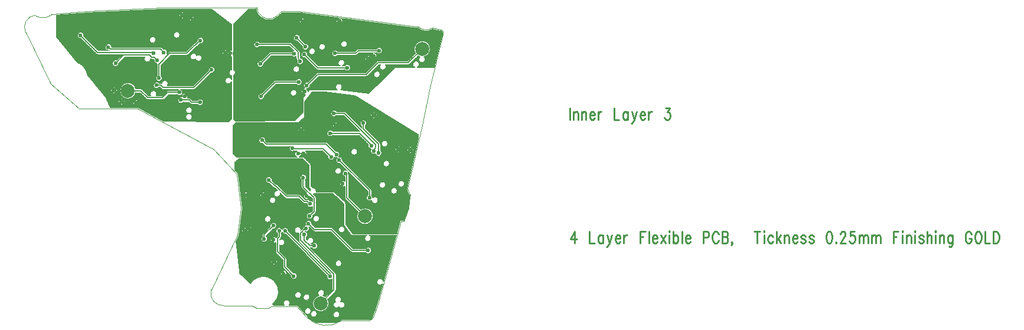
<source format=gbr>
*
*
G04 PADS 9.3 Build Number: 433611 generated Gerber (RS-274-X) file*
G04 PC Version=2.1*
*
%IN "MMSP_R.pcb"*%
*
%MOIN*%
*
%FSLAX35Y35*%
*
*
*
*
G04 PC Standard Apertures*
*
*
G04 Thermal Relief Aperture macro.*
%AMTER*
1,1,$1,0,0*
1,0,$1-$2,0,0*
21,0,$3,$4,0,0,45*
21,0,$3,$4,0,0,135*
%
*
*
G04 Annular Aperture macro.*
%AMANN*
1,1,$1,0,0*
1,0,$2,0,0*
%
*
*
G04 Odd Aperture macro.*
%AMODD*
1,1,$1,0,0*
1,0,$1-0.005,0,0*
%
*
*
G04 PC Custom Aperture Macros*
*
*
*
*
*
*
G04 PC Aperture Table*
*
%ADD010C,0.001*%
%ADD013C,0.01*%
%ADD015C,0.00787*%
%ADD035C,0.02362*%
%ADD037C,0.07874*%
%ADD043C,0.015*%
*
*
*
*
G04 PC Circuitry*
G04 Layer Name MMSP_R.pcb - circuitry*
%LPD*%
*
*
G04 PC Custom Flashes*
G04 Layer Name MMSP_R.pcb - flashes*
%LPD*%
*
*
G04 PC Circuitry*
G04 Layer Name MMSP_R.pcb - circuitry*
%LPD*%
*
G54D10*
G01X1179774Y1001378D02*
G75*
G03X1179774I-1821J0D01*
G01X1132727Y990945D02*
G03X1132727I-1821J0D01*
G01X1134302Y1004331D02*
G03X1134302I-1822J0D01*
G01X1161270Y1018504D02*
G03X1161270I-1821J0D01*
G01X1158711Y1031496D02*
G03X1158711I-1821J0D01*
G01X1148869Y1016929D02*
G03X1148869I-1822J0D01*
G01X1143160Y1014370D02*
G03X1143160I-1821J0D01*
G01X1137845Y1031299D02*
G03X1137845I-1821J0D01*
G01X1198672Y958661D02*
G03X1198672I-1822J0D01*
G01X1193554Y939567D02*
G03X1193554I-1822J0D01*
G01X1189420Y935630D02*
G03X1189420I-1822J0D01*
G01X1191782Y959055D02*
G03X1191782I-1821J0D01*
G01X1182924Y938976D02*
G03X1182924I-1822J0D01*
G01X1185089Y950984D02*
G03X1185089I-1821J0D01*
G01X1157924Y946850D02*
G03X1157924I-1822J0D01*
G01X1184105Y962205D02*
G03X1184105I-1822J0D01*
G01X1178003Y978346D02*
G03X1178003I-1822J0D01*
G01X1137058Y969882D02*
G03X1137058I-1822J0D01*
G01X1156546Y972441D02*
G03X1156546I-1822J0D01*
G01X1166979Y957677D02*
G03X1166979I-1822J0D01*
G01X1156940Y865748D02*
G03X1156940I-1822J0D01*
G01X1144145Y866142D02*
G03X1144145I-1822J0D01*
G01X1158121Y894685D02*
G03X1158121I-1822J0D01*
G01X1159893Y913780D02*
G03X1159893I-1822J0D01*
G01X1145522Y919882D02*
G03X1145522I-1821J0D01*
G01X1105759Y933071D02*
G03X1105759I-1822J0D01*
G01X1115601D02*
G03X1115601I-1821J0D01*
G01X1121704Y895669D02*
G03X1121704I-1822J0D01*
G01X1127215Y888780D02*
G03X1127215I-1821J0D01*
G01X1118160Y919685D02*
G03X1118160I-1821J0D01*
G01X1120916Y930315D02*
G03X1120916I-1822J0D01*
G01X1140798Y867717D02*
G03X1140798I-1822J0D01*
G01X1140011Y875591D02*
G03X1140011I-1822J0D01*
G01X1135286Y876772D02*
G03X1135286I-1821J0D01*
G01X1073672Y977362D02*
G03X1073672I-1822J0D01*
G01Y981102D02*
G03X1073672I-1822J0D01*
G01X1043948Y985236D02*
G03X1043948I-1822J0D01*
G01X1035680Y986024D02*
G03X1035680I-1822J0D01*
G01X1075837Y1032087D02*
G03X1075837I-1821J0D01*
G01X1066782Y1023622D02*
G03X1066782I-1821J0D01*
G01X1069932Y1034646D02*
G03X1069932I-1822J0D01*
G01X1053200Y1020866D02*
G03X1053200I-1822J0D01*
G01X1031349Y992323D02*
G03X1031349I-1821J0D01*
G01X1214785Y1024185D02*
G03X1214423Y1025781I-1777J437D01*
G01X1209402Y1026842*
X1201094Y1027657D02*
G03X1209402Y1026842I4690J5057D01*
G01X1201094Y1027657D02*
X1200197D01*
X1200113Y1027663D02*
G03X1200197Y1027657I84J635D01*
G01X1200113Y1027663D02*
X1133958Y1036359D01*
X1124281*
X1121520Y1033598*
X1121483Y1033564D02*
G03X1121520Y1033598I-416J487D01*
G01X1112831Y1033515D02*
G03X1121483Y1033564I4297J5144D01*
G01X1109778Y1038359D02*
G03X1112831Y1033515I5700J208D01*
G01X1109778Y1038359D02*
X1105556D01*
X1096900Y1029704*
Y1014013*
Y1012365D02*
G03Y1014013I-1624J824D01*
G01Y1012365D02*
Y1004068D01*
Y1000657D02*
G03Y1004068I-640J1705D01*
G01Y1000657D02*
Y976202D01*
X1098052Y975050*
X1098233*
X1098244D02*
G03X1098233I5J-887D01*
G01X1098244D02*
X1131275Y975236D01*
X1136170Y979943*
Y985810*
Y985816D02*
G03Y985810I888J-6D01*
G01Y985816D02*
Y988207D01*
X1137617Y989958*
X1137406Y993543D02*
G03X1137617Y989958I-201J-1811D01*
G01X1138715Y996870D02*
G03X1137406Y993543I-329J-1791D01*
G01X1138715Y996870D02*
X1143954Y1002109D01*
X1144685Y1002412D02*
G03X1143954Y1002109I0J-1034D01*
G01X1144685Y1002412D02*
X1171619D01*
X1177812Y1008605*
X1178543Y1008908D02*
G03X1177812Y1008605I0J-1034D01*
G01X1178543Y1008908D02*
X1195241D01*
X1199659Y1013326*
X1204481Y1011268D02*
G03X1199659Y1013326I-938J4480D01*
G01X1202309Y1011340D02*
G03X1204481Y1011268I1037J-1497D01*
G01X1201122Y1011864D02*
G03X1202309Y1011340I2421J3884D01*
G01X1201122Y1011864D02*
X1196401Y1007143D01*
X1195669Y1006840D02*
G03X1196401Y1007143I0J1034D01*
G01X1195669Y1006840D02*
X1182727D01*
X1179871D02*
G03X1182727I1428J-1131D01*
G01X1179871D02*
X1178972D01*
X1172779Y1000647*
X1172047Y1000344D02*
G03X1172779Y1000647I0J1034D01*
G01X1172047Y1000344D02*
X1145113D01*
X1140178Y995408*
X1138184Y993268D02*
G03X1140178Y995408I202J1811D01*
G01X1139025Y991663D02*
G03X1138184Y993268I-1820J69D01*
G01X1139025Y991663D02*
X1139937Y992767D01*
X1155499*
X1157491Y992765D02*
G03X1155499Y992767I-995J1526D01*
G01X1157491Y992765D02*
X1173208Y990801D01*
X1188169Y1005365*
X1199405*
X1200595D02*
G03X1199405I-595J1722D01*
G01X1200595D02*
X1210171D01*
X1214784Y1024185*
X1214785D02*
X1201328Y965388*
Y967460D01*
X1165937Y989199*
X1162114Y989814*
X1161973*
X1148538Y991485*
X1141233*
X1137058Y985810*
Y979943*
Y979936D02*
G03Y979943I-888J7D01*
G01Y979936D02*
Y977142D01*
X1133679Y974359*
X1133268*
X1131628Y974350*
X1131082Y974163D02*
G03X1131628Y974350I0J887D01*
G01X1131082Y974163D02*
X1098249D01*
X1096507Y972420*
Y956715*
X1098641Y954774*
X1099818*
X1099824D02*
G03X1099818I-0J-887D01*
G01X1099824D02*
X1132869D01*
Y958218D02*
G03Y954774I596J-1722D01*
G01Y958218D02*
X1131446D01*
X1128887Y960777D02*
G03X1131446Y958218I1428J-1131D01*
G01X1128887Y960777D02*
X1115551D01*
X1114820Y961080D02*
G03X1115551Y960777I731J731D01*
G01X1114820Y961080D02*
X1113518Y962382D01*
X1114981Y963844D02*
G03X1113518Y962382I-1792J329D01*
G01X1114981Y963844D02*
X1115980Y962845D01*
X1149409*
X1150141Y962542D02*
G03X1149409Y962845I-732J-731D01*
G01X1150141Y962542D02*
X1154789Y957894D01*
X1156324Y954737D02*
G03X1154789Y957894I-1206J1365D01*
G01X1158485Y952624D02*
G03X1156324Y954737I-1792J329D01*
G01X1158485Y952624D02*
X1174550Y936558D01*
X1174853Y935827D02*
G03X1174550Y936558I-1034J-0D01*
G01X1174853Y935827D02*
Y933193D01*
X1175640Y931742D02*
G03X1174853Y933193I-1821J-49D01*
G01X1174951Y930265D02*
G03X1175640Y931742I1821J50D01*
G01X1172785Y933193D02*
G03X1174951Y930265I1034J-1500D01*
G01X1172785Y933193D02*
Y935398D01*
X1161832Y946351*
X1161861Y944649D02*
G03X1161832Y946351I-1625J823D01*
G01X1161861Y944649D02*
Y932121D01*
X1168838Y925144*
X1167375Y923682D02*
G03X1168838Y925144I3885J-2422D01*
G01X1167375Y923682D02*
X1160095Y930962D01*
X1159793Y931693D02*
G03X1160095Y930962I1034J-0D01*
G01X1159792Y931693D02*
Y938139D01*
Y940995D02*
G03Y938139I-1131J-1428D01*
G01Y940995D02*
Y943706D01*
X1161115Y947068D02*
G03X1159793Y943706I-879J-1596D01*
G01X1161115Y947068D02*
X1157022Y951161D01*
X1155487Y954319D02*
G03X1157022Y951161I1206J-1366D01*
G01X1153986Y954675D02*
G03X1155487Y954319I1132J1427D01*
G01X1150374Y955053D02*
G03X1153986Y954675I1791J-329D01*
G01X1150374Y955053D02*
X1147209Y958218D01*
X1137611*
X1135096Y955686D02*
G03X1137611Y958218I1518J1007D01*
G01X1134060Y954774D02*
G03X1135096Y955686I-595J1722D01*
G01X1134060Y954774D02*
X1135806D01*
X1135812D02*
G03X1135806I-6J-887D01*
G01X1135812D02*
X1136438D01*
X1140404Y950808*
Y950537*
X1140601Y949979D02*
G03X1140404Y950537I-887J0D01*
G01X1140601Y949979D02*
Y938548D01*
X1141640Y937232*
X1143718Y935089D02*
G03X1141640Y937232I-1789J344D01*
G01X1143718Y935089D02*
X1152933D01*
X1152939D02*
G03X1152933I-6J-887D01*
G01X1152939D02*
X1153759D01*
X1160089Y929353*
Y928685*
X1160286Y928128D02*
G03X1160089Y928685I-887J-0D01*
G01X1160286Y928128D02*
Y916810D01*
X1164204Y911467*
X1189055*
X1190916Y918472*
X1191535Y918948D02*
G03X1190916Y918472I0J-641D01*
G01X1191535Y918948D02*
X1193037D01*
G03X1196238Y932838I-27584J13669*
G01X1194764Y936285*
X1194728Y936681D02*
G03X1194764Y936285I625J-144D01*
G01X1194728Y936681D02*
X1201328Y965388D01*
X1187382Y905169D02*
X1188820Y910580D01*
X1173430*
X1172239D02*
G03X1173430I596J-1722D01*
G01X1172239D02*
X1163805D01*
X1163799D02*
G03X1163805I6J887D01*
G01X1163799D02*
X1163754D01*
X1163753Y910581*
X1163080Y910957D02*
G03X1163753Y910581I725J510D01*
G01X1163080Y910957D02*
X1159364Y916237D01*
X1159202Y916748D02*
G03X1159364Y916237I887J0D01*
G01X1159202Y916748D02*
Y928313D01*
X1152933Y934202*
X1143331*
X1143325D02*
G03X1143331I6J887D01*
G01X1143325D02*
X1143272D01*
X1141976Y933612D02*
G03X1143272Y934202I-47J1821D01*
G01X1141976Y933612D02*
X1143203Y932385D01*
X1143506Y931654D02*
G03X1143203Y932385I-1035J-0D01*
G01X1143506Y931654D02*
Y928869D01*
X1143554Y928556D02*
G03X1143506Y928869I-1034J0D01*
G01X1143554Y928556D02*
Y924016D01*
X1143251Y923284D02*
G03X1143554Y924016I-731J732D01*
G01X1143251Y923284D02*
X1141752Y921786D01*
X1140290Y923248D02*
G03X1141752Y921786I-329J-1791D01*
G01X1140290Y923248D02*
X1141485Y924444D01*
Y926722*
X1138563Y928479D02*
G03X1141485Y926722I1791J-329D01*
G01X1138563Y928479D02*
X1138324Y928717D01*
X1136784*
X1136053Y929020D02*
G03X1136784Y928717I731J731D01*
G01X1136053Y929020D02*
X1133627Y931446D01*
X1126772*
X1126040Y931749D02*
G03X1126772Y931446I732J731D01*
G01X1126040Y931749D02*
X1123453Y934336D01*
X1121934Y935855D02*
G03X1123453Y934336I-280J-1800D01*
G01X1121934Y935855D02*
X1120635Y937155D01*
X1120472*
X1119741Y937458D02*
G03X1120472Y937155I731J731D01*
G01X1119741Y937458D02*
X1117258Y939941D01*
X1118721Y941403D02*
G03X1117258Y939941I-1792J329D01*
G01X1118721Y941403D02*
X1120901Y939223D01*
X1121063*
X1121794Y938920D02*
G03X1121063Y939223I-731J-731D01*
G01X1121794Y938920D02*
X1127200Y933515D01*
X1134055*
X1134786Y933212D02*
G03X1134055Y933515I-731J-732D01*
G01X1134786Y933212D02*
X1137212Y930786D01*
X1138752*
X1139484Y930483D02*
G03X1138752Y930786I-732J-732D01*
G01X1139484Y930483D02*
X1140025Y929941D01*
X1141437Y929615D02*
G03X1140025Y929941I-1083J-1465D01*
G01X1141437Y929615D02*
Y931225D01*
X1140195Y932467*
X1138176Y934487D02*
G03X1140195Y932467I210J-1810D01*
G01X1138176Y934487D02*
X1135686Y936977D01*
X1135383Y937708D02*
G03X1135686Y936977I1034J-0D01*
G01X1135383Y937708D02*
Y941611D01*
X1137452D02*
G03X1135383I-1035J1499D01*
G01X1137452D02*
Y938136D01*
X1140108Y935480*
X1140492Y936552D02*
G03X1140108Y935480I1437J-1119D01*
G01X1140492Y936552D02*
X1139714Y937382D01*
Y938239*
X1139708Y938247*
X1139517Y938797D02*
G03X1139708Y938247I887J-0D01*
G01X1139517Y938797D02*
Y950176D01*
X1135806Y953887*
X1099824*
X1097688Y951751*
Y947355*
X1099469Y945436*
X1099636Y945077D02*
G03X1099469Y945436I-636J-77D01*
G01X1099636Y945077D02*
X1101974Y925666D01*
X1101973Y925505D02*
G03X1101974Y925666I-635J85D01*
G01X1101973Y925505D02*
X1099973Y910505D01*
X1099916Y910312D02*
G03X1099973Y910505I-578J278D01*
G01X1099916Y910312D02*
X1098338Y907032D01*
X1100441Y889000*
X1106507Y883339*
X1119065Y871618D02*
G03X1106507Y883339I-5285J6925D01*
G01X1119065Y871618D02*
X1119712Y871014D01*
X1125625*
X1128312D02*
G03X1125625I-1343J1230D01*
G01X1128312D02*
X1132826D01*
X1133302Y870802D02*
G03X1132826Y871014I-476J-428D01*
G01X1133302Y870802D02*
X1138825Y864654D01*
G03X1143329Y861467I10566J10156*
G01X1155453*
G03X1157692Y862733I-6062J13343*
G01X1158055Y862845D02*
G03X1157692Y862733I-0J-640D01*
G01X1158055Y862845D02*
X1173546D01*
G03X1175319Y864211I-288J2208*
G01X1177951Y871781*
X1181156Y883125*
X1181534Y884464D02*
G03X1181156Y883125I-1810J-212D01*
G01X1181534Y884464D02*
X1187382Y905169D01*
X1095816Y1014929D02*
Y1029700D01*
X1084480Y1038359*
X1057015*
X1015041Y1036361*
X996900Y1034901*
Y1022656*
X1008863Y1007997*
X1014526Y1001058D02*
G03X1008863Y1007997I-8620J-1255D01*
G01X1014526Y1001058D02*
X1024846Y988412D01*
X1027392Y982641*
X1043000*
X1043302Y982565D02*
G03X1043000Y982641I-302J-565D01*
G01X1043302Y982565D02*
X1057697Y974865D01*
X1094172Y974755*
X1095816Y976399*
Y997239*
Y998430D02*
G03Y997239I-1722J-595D01*
G01Y998430D02*
Y1000595D01*
Y1004129D02*
G03Y1000595I444J-1767D01*
G01Y1004129D02*
Y1011449D01*
X1093729Y1012227D02*
G03X1095816Y1011449I1547J962D01*
G01X1093870Y1014348D02*
G03X1093729Y1012227I-1547J-962D01*
G01X1095816Y1014929D02*
G03X1093870Y1014348I-540J-1740D01*
G01X1179774Y1001378D02*
G03X1179774I-1821J0D01*
G01X1174848Y1010373D02*
G03X1174365Y1011478I1333J1241D01*
X1174848Y1010373I-1334J-1242*
G01X1132727Y990945D02*
G03X1132727I-1821J0D01*
G01X1132359Y996013D02*
G03Y998082I1499J1034D01*
G01Y996013D02*
X1121098D01*
X1114390Y989305*
X1112927Y990768D02*
G03X1114390Y989305I-329J-1792D01*
G01X1112927Y990768D02*
X1119938Y997779D01*
X1120669Y998082D02*
G03X1119938Y997779I0J-1035D01*
G01X1120669Y998082D02*
X1132359D01*
X1134302Y1004331D02*
G03X1134302I-1822J0D01*
G01X1132972Y1009381D02*
G03X1134724Y1010481I1674J-720D01*
G01X1132972Y1009381D02*
X1132589Y1009993D01*
X1132430Y1010543D02*
G03X1132589Y1009993I1035J-0D01*
G01X1132430Y1010543D02*
Y1011564D01*
X1129800Y1011958D02*
G03X1132430Y1011564I1499J1034D01*
G01X1129800Y1011958D02*
X1118342D01*
X1113996Y1007612*
X1112534Y1009075D02*
G03X1113996Y1007612I-329J-1792D01*
G01X1112534Y1009075D02*
X1117182Y1013723D01*
X1117913Y1014026D02*
G03X1117182Y1013723I0J-1034D01*
G01X1117913Y1014026D02*
X1129800D01*
X1131089Y1014802D02*
G03X1129800Y1014026I210J-1810D01*
G01X1131089Y1014802D02*
X1128618Y1017273D01*
X1111736*
Y1019341D02*
G03Y1017273I-1500J-1034D01*
G01Y1019341D02*
X1129047D01*
X1129778Y1019038D02*
G03X1129047Y1019341I-731J-731D01*
G01X1129778Y1019038D02*
X1134196Y1014620D01*
X1134499Y1013889D02*
G03X1134196Y1014620I-1034J0D01*
G01X1134499Y1013889D02*
Y1010840D01*
X1134724Y1010481*
X1159721Y1004084D02*
G03Y1006152I1499J1034D01*
G01Y1004084D02*
X1144488D01*
X1143757Y1004387D02*
G03X1144488Y1004084I731J731D01*
G01X1143757Y1004387D02*
X1137337Y1010807D01*
X1138800Y1012269D02*
G03X1137337Y1010807I-1792J329D01*
G01X1138800Y1012269D02*
X1144917Y1006152D01*
X1157279*
X1158469D02*
G03X1157279I-595J1722D01*
G01X1158469D02*
X1159721D01*
X1177634Y1013730D02*
G03Y1015798I1500J1034D01*
G01Y1013730D02*
X1167948D01*
X1166676Y1012458*
X1165945Y1012155D02*
G03X1166676Y1012458I-0J1034D01*
G01X1165945Y1012155D02*
X1155830D01*
Y1014223D02*
G03Y1012155I-1499J-1034D01*
G01Y1014223D02*
X1165516D01*
X1166788Y1015495*
X1167520Y1015798D02*
G03X1166788Y1015495I-0J-1034D01*
G01X1167520Y1015798D02*
X1177634D01*
X1161270Y1018504D02*
G03X1161270I-1821J0D01*
G01X1158711Y1031496D02*
G03X1158711I-1821J0D01*
G01X1148869Y1016929D02*
G03X1148869I-1822J0D01*
G01X1143160Y1014370D02*
G03X1143160I-1821J0D01*
G01X1135824Y1017340D02*
G03X1137354Y1018734I1774J-411D01*
G01X1135824Y1017340D02*
X1132921Y1020242D01*
X1134452Y1021637D02*
G03X1132921Y1020242I-1775J410D01*
G01X1134452Y1021637D02*
X1137354Y1018734D01*
X1137845Y1031299D02*
G03X1137845I-1821J0D01*
G01X1198672Y958661D02*
G03X1198672I-1822J0D01*
G01X1193554Y939567D02*
G03X1193554I-1822J0D01*
G01X1189420Y935630D02*
G03X1189420I-1822J0D01*
G01X1191782Y959055D02*
G03X1191782I-1821J0D01*
G01X1182924Y938976D02*
G03X1182924I-1822J0D01*
G01X1185089Y950984D02*
G03X1185089I-1821J0D01*
G01X1157924Y946850D02*
G03X1157924I-1822J0D01*
G01X1177151Y956529D02*
G03X1179971Y958389I1786J361D01*
G01X1174754Y959203D02*
G03X1177151Y956529I1427J-1132D01*
G01X1173155Y961800D02*
G03X1174754Y959203I1648J-776D01*
G01X1173155Y961800D02*
X1167879Y967076D01*
X1153074*
Y969145D02*
G03Y967076I-1499J-1035D01*
G01Y969145D02*
X1168282D01*
X1159130Y978296*
X1155240*
Y980365D02*
G03Y978296I-1500J-1034D01*
G01Y980365D02*
X1159558D01*
X1160290Y980062D02*
G03X1159558Y980365I-732J-731D01*
G01X1160290Y980062D02*
X1169241Y971110D01*
Y972319*
X1171310D02*
G03X1169241I-1034J1500D01*
G01X1171310D02*
Y971098D01*
X1179668Y962739*
X1179971Y962008D02*
G03X1179668Y962739I-1034J-0D01*
G01X1179971Y962008D02*
Y958389D01*
X1184105Y962205D02*
G03X1184105I-1822J0D01*
G01X1178003Y978346D02*
G03X1178003I-1822J0D01*
G01X1137058Y969882D02*
G03X1137058I-1822J0D01*
G01X1156546Y972441D02*
G03X1156546I-1822J0D01*
G01X1166979Y957677D02*
G03X1166979I-1822J0D01*
G01X1156940Y865748D02*
G03X1156940I-1822J0D01*
G01X1156594Y870193D02*
G03X1157430Y872965I1477J1067D01*
G01X1154712Y873036D02*
G03X1156594Y870193I406J-1776D01*
G01X1157430Y872965D02*
G03X1154712Y873036I-1328J1248D01*
G01X1144145Y866142D02*
G03X1144145I-1822J0D01*
G01X1158121Y894685D02*
G03X1158121I-1822J0D01*
G01X1171532Y900934D02*
G03Y903003I1499J1035D01*
G01Y900934D02*
X1163976D01*
X1163245Y901237D02*
G03X1163976Y900934I731J732D01*
G01X1163245Y901237D02*
X1151737Y912745D01*
X1142717*
X1141985Y913048D02*
G03X1142717Y912745I732J732D01*
G01X1141985Y913048D02*
X1139699Y915334D01*
X1139551Y915313D02*
G03X1139699Y915334I-181J1813D01*
G01X1137276Y912695D02*
G03X1139551Y915313I716J1675D01*
G01X1137276Y912695D02*
X1137218Y912636D01*
X1138042Y909327D02*
G03X1137218Y912636I-1034J1500D01*
G01X1138042Y909327D02*
Y908193D01*
X1138545Y907690*
X1140564Y905671D02*
G03X1138545Y907690I-210J1809D01*
G01X1140564Y905671D02*
X1140673Y905562D01*
X1141217*
Y903493D02*
G03Y905562I1500J1035D01*
G01Y903493D02*
X1140302D01*
X1154471Y889324*
X1154774Y888593D02*
G03X1154471Y889324I-1034J-0D01*
G01X1154774Y888593D02*
Y879528D01*
X1154471Y878796D02*
G03X1154774Y879528I-731J732D01*
G01X1154471Y878796D02*
X1150144Y874469D01*
X1145322Y876528D02*
G03X1150144Y874469I938J-4481D01*
G01X1147494Y876455D02*
G03X1145322Y876528I-1037J1498D01*
G01X1148682Y875932D02*
G03X1147494Y876455I-2422J-3885D01*
G01X1148682Y875932D02*
X1152706Y879956D01*
Y885777*
X1149783Y887534D02*
G03X1152706Y885777I1792J-329D01*
G01X1149783Y887534D02*
X1138147Y899170D01*
X1137844Y899866D02*
G03X1138147Y899170I1034J36D01*
G01X1137844Y899866D02*
X1126510Y911200D01*
X1124508Y912272D02*
G03X1126510Y911200I1673J720D01*
G01X1123869Y911493D02*
G03X1124508Y912272I-1034J1499D01*
G01X1123869Y911493D02*
Y909602D01*
X1123566Y908871D02*
G03X1123869Y909602I-731J731D01*
G01X1123566Y908871D02*
X1122885Y908189D01*
Y907924*
Y905068D02*
G03Y907924I1131J1428D01*
G01Y905068D02*
Y901610D01*
X1126541Y897954*
X1126844Y897222D02*
G03X1126541Y897954I-1035J0D01*
G01X1126844Y897222D02*
Y893123D01*
X1130773Y889193*
X1129311Y887731D02*
G03X1130773Y889193I1791J-329D01*
G01X1129311Y887731D02*
X1125078Y891963D01*
X1124775Y892695D02*
G03X1125078Y891963I1034J-0D01*
G01X1124775Y892695D02*
Y896794D01*
X1121119Y900450*
X1120816Y901181D02*
G03X1121119Y900450I1034J0D01*
G01X1120816Y901181D02*
Y906446D01*
X1120972Y909163D02*
G03X1120816Y906446I-1287J-1289D01*
G01X1121119Y909349D02*
G03X1120972Y909163I731J-731D01*
G01X1121119Y909349D02*
X1121800Y910030D01*
Y911493*
X1124508Y913712D02*
G03X1121800Y911493I-1673J-720D01*
G01X1127973Y912663D02*
G03X1124508Y913712I-1792J329D01*
G01X1127973Y912663D02*
X1139609Y901027D01*
X1139912Y900331D02*
G03X1139609Y901027I-1034J-36D01*
G01X1139912Y900331D02*
X1151246Y888996D01*
X1151867Y889003D02*
G03X1151246Y888996I-292J-1798D01*
G01X1151867Y889003D02*
X1134111Y906759D01*
X1133808Y907490D02*
G03X1134111Y906759I1035J0D01*
G01X1133808Y907490D02*
Y911646D01*
X1135089Y913433D02*
G03X1133808Y911646I-1821J-47D01*
G01X1135089Y913433D02*
X1136177Y914521D01*
X1137812Y916183D02*
G03X1136177Y914521I180J-1813D01*
G01X1141162Y916797D02*
G03X1137812Y916183I-1792J329D01*
G01X1141162Y916797D02*
X1143145Y914814D01*
X1152165*
X1152897Y914511D02*
G03X1152165Y914814I-732J-731D01*
G01X1152897Y914511D02*
X1164405Y903003D01*
X1171532*
X1159893Y913780D02*
G03X1159893I-1822J0D01*
G01X1145522Y919882D02*
G03X1145522I-1821J0D01*
G01X1104894Y912227D02*
G03X1104752Y914348I1405J1159D01*
X1104894Y912227I-1406J-1159*
G01X1105759Y933071D02*
G03X1105759I-1822J0D01*
G01X1115601D02*
G03X1115601I-1821J0D01*
G01X1121704Y895669D02*
G03X1121704I-1822J0D01*
G01X1127215Y888780D02*
G03X1127215I-1821J0D01*
G01X1119159Y914153D02*
G03X1117696Y915616I329J1792D01*
G01X1119159Y914153D02*
X1115404Y910398D01*
Y909964*
X1113336D02*
G03X1115404I1034J-1499D01*
G01X1113336D02*
Y910827D01*
X1113639Y911558D02*
G03X1113336Y910827I731J-731D01*
G01X1113639Y911558D02*
X1117696Y915616D01*
X1118160Y919685D02*
G03X1118160I-1821J0D01*
G01X1120916Y930315D02*
G03X1120916I-1822J0D01*
G01X1140798Y867717D02*
G03X1140798I-1822J0D01*
G01X1140011Y875591D02*
G03X1140011I-1822J0D01*
G01X1135286Y876772D02*
G03X1135286I-1821J0D01*
G01X1073672Y977362D02*
G03X1073672I-1822J0D01*
G01Y981102D02*
G03X1073672I-1822J0D01*
G01X1076650Y984596D02*
G03Y986664I1500J1034D01*
G01Y984596D02*
X1073327D01*
X1072595Y984899D02*
G03X1073327Y984596I732J731D01*
G01X1072595Y984899D02*
X1071717Y985777D01*
X1068822*
X1067708Y988592D02*
G03X1068822Y985777I-385J-1781D01*
G01X1070916Y987845D02*
G03X1067708Y988592I-1428J1131D01*
G01X1070916Y987845D02*
X1072146D01*
X1072877Y987542D02*
G03X1072146Y987845I-731J-731D01*
G01X1072877Y987542D02*
X1073755Y986664D01*
X1076650*
X1043948Y985236D02*
G03X1043948I-1822J0D01*
G01X1035680Y986024D02*
G03X1035680I-1822J0D01*
G01X1084317Y1002145D02*
G03X1082854Y1003608I329J1792D01*
G01X1084317Y1002145D02*
X1075338Y993166D01*
X1074606Y992863D02*
G03X1075338Y993166I0J1035D01*
G01X1074606Y992863D02*
X1067131D01*
X1065036Y990107D02*
G03X1067131Y992863I1499J1035D01*
G01X1065036Y990107D02*
X1060424D01*
X1057774Y987458*
X1057043Y987155D02*
G03X1057774Y987458I-0J1034D01*
G01X1057043Y987155D02*
X1048567D01*
X1047836Y987458D02*
G03X1048567Y987155I731J731D01*
G01X1047836Y987458D02*
X1044202Y991092D01*
X1041861*
Y993160D02*
G03Y991092I-4459J-1034D01*
G01Y993160D02*
X1044630D01*
X1045362Y992857D02*
G03X1044630Y993160I-732J-731D01*
G01X1045362Y992857D02*
X1048996Y989223D01*
X1050344*
X1053200D02*
G03X1050344I-1428J1131D01*
G01X1053200D02*
X1056615D01*
X1059264Y991873*
X1059996Y992176D02*
G03X1059264Y991873I-0J-1034D01*
G01X1059996Y992176D02*
X1065036D01*
X1065940Y992863D02*
G03X1065036Y992176I595J-1721D01*
G01X1065940Y992863D02*
X1057229D01*
X1056497Y993166D02*
G03X1057229Y992863I732J732D01*
G01X1056497Y993166D02*
X1055422Y994241D01*
X1055043*
Y996310D02*
G03Y994241I-1500J-1034D01*
G01Y996310D02*
X1055851D01*
X1056447Y996121D02*
G03X1055851Y996310I-596J-845D01*
G01X1059696Y994932D02*
G03X1056447Y996121I-1428J1131D01*
G01X1059696Y994932D02*
X1074178D01*
X1082854Y1003608*
X1075630Y1010065D02*
G03X1076141Y1011982I1732J565D01*
X1075630Y1010065I-1732J-565*
G01X1077874Y1018713D02*
G03X1076534Y1020289I472J1759D01*
G01X1077874Y1018713D02*
X1075111Y1016365D01*
X1071204Y1012458*
X1070472Y1012155D02*
G03X1071204Y1012458I0J1034D01*
G01X1070472Y1012155D02*
X1061452D01*
X1055956Y1006658*
Y1000712*
X1053887D02*
G03X1055956I1034J-1499D01*
G01X1053887D02*
Y1007087D01*
X1053946Y1007430D02*
G03X1053887Y1007087I975J-343D01*
G01X1052145Y1009581D02*
G03X1053946Y1007430I1792J-329D01*
G01X1052145Y1009581D02*
X1051759Y1009968D01*
X1050809*
X1050244Y1010135D02*
G03X1050809Y1009968I565J867D01*
G01X1046997Y1011170D02*
G03X1050244Y1010135I1428J-1131D01*
G01X1046997Y1011170D02*
X1035468D01*
X1032304Y1008006*
X1030841Y1009469D02*
G03X1032304Y1008006I-329J-1792D01*
G01X1030841Y1009469D02*
X1034117Y1012745D01*
X1020276*
X1019544Y1013048D02*
G03X1020276Y1012745I732J732D01*
G01X1019544Y1013048D02*
X1010959Y1021633D01*
X1012422Y1023096D02*
G03X1010959Y1021633I-1792J329D01*
G01X1012422Y1023096D02*
X1020704Y1014814D01*
X1026834*
X1026828Y1014820D02*
G03X1026834Y1014814I731J731D01*
G01X1026828Y1014820D02*
X1026707Y1014941D01*
X1028194Y1016585D02*
G03X1026707Y1014941I-1816J147D01*
G01X1028194Y1016585D02*
X1055906D01*
X1056637Y1016283D02*
G03X1055906Y1016585I-731J-732D01*
G01X1056637Y1016283D02*
X1057348Y1015571D01*
X1059273Y1012901D02*
G03X1057348Y1015571I-1596J879D01*
G01X1059273Y1012901D02*
X1060292Y1013920D01*
X1061024Y1014223D02*
G03X1060292Y1013920I-0J-1034D01*
G01X1061024Y1014223D02*
X1070044D01*
X1073678Y1017857*
X1073740Y1017914D02*
G03X1073678Y1017857I669J-788D01*
G01X1073740Y1017914D02*
X1076534Y1020289D01*
X1075837Y1032087D02*
G03X1075837I-1821J0D01*
G01X1066782Y1023622D02*
G03X1066782I-1821J0D01*
G01X1069932Y1034646D02*
G03X1069932I-1822J0D01*
G01X1053200Y1020866D02*
G03X1053200I-1822J0D01*
G01X1031349Y992323D02*
G03X1031349I-1821J0D01*
G01X1096900Y1024639D02*
X1214837D01*
X1096900Y1024549D02*
X1214836D01*
X1096900Y1024729D02*
X1214834D01*
X1096900Y1024459D02*
X1214830D01*
X1096900Y1024819D02*
X1214827D01*
X1096900Y1024369D02*
X1214820D01*
X1096900Y1024909D02*
X1214815D01*
X1096900Y1024279D02*
X1214805D01*
X1096900Y1024999D02*
X1214798D01*
X1096900Y1024189D02*
X1214785D01*
X1096900Y1025089D02*
X1214777D01*
X1096900Y1024099D02*
X1214763D01*
X1096900Y1025179D02*
X1214751D01*
X1096900Y1024009D02*
X1214741D01*
X1096900Y1025269D02*
X1214719D01*
X1096900Y1023919D02*
X1214719D01*
X1133058Y1023829D02*
X1214697D01*
X1096900Y1025359D02*
X1214683D01*
X1133354Y1023739D02*
X1214675D01*
X1133545Y1023649D02*
X1214653D01*
X1096900Y1025449D02*
X1214640D01*
X1133694Y1023559D02*
X1214631D01*
X1133816Y1023469D02*
X1214609D01*
X1096900Y1025539D02*
X1214591D01*
X1133920Y1023379D02*
X1214587D01*
X1134010Y1023289D02*
X1214565D01*
X1134089Y1023199D02*
X1214543D01*
X1096900Y1025629D02*
X1214536D01*
X1134158Y1023109D02*
X1214521D01*
X1134218Y1023019D02*
X1214499D01*
X1134271Y1022929D02*
X1214477D01*
X1096900Y1025719D02*
X1214472D01*
X1134318Y1022839D02*
X1214455D01*
X1134358Y1022749D02*
X1214432D01*
X1134393Y1022659D02*
X1214410D01*
X1134423Y1022569D02*
X1214388D01*
X1134447Y1022479D02*
X1214366D01*
X1134467Y1022389D02*
X1214344D01*
X1134481Y1022299D02*
X1214322D01*
X1134492Y1022209D02*
X1214300D01*
X1096900Y1025809D02*
X1214294D01*
X1134497Y1022119D02*
X1214278D01*
X1134499Y1022029D02*
X1214256D01*
X1134496Y1021939D02*
X1214234D01*
X1134488Y1021849D02*
X1214212D01*
X1134476Y1021759D02*
X1214190D01*
X1134459Y1021669D02*
X1214168D01*
X1134510Y1021579D02*
X1214146D01*
X1134600Y1021489D02*
X1214124D01*
X1134690Y1021399D02*
X1214102D01*
X1134780Y1021309D02*
X1214079D01*
X1134870Y1021219D02*
X1214057D01*
X1134960Y1021129D02*
X1214035D01*
X1135050Y1021039D02*
X1214013D01*
X1135140Y1020949D02*
X1213991D01*
X1135230Y1020859D02*
X1213969D01*
X1135320Y1020769D02*
X1213947D01*
X1135410Y1020679D02*
X1213925D01*
X1135500Y1020589D02*
X1213903D01*
X1135590Y1020499D02*
X1213881D01*
X1206842Y1025899D02*
X1213868D01*
X1135680Y1020409D02*
X1213859D01*
X1203795Y1020319D02*
X1213837D01*
X1204480Y1020229D02*
X1213815D01*
X1204838Y1020139D02*
X1213793D01*
X1205111Y1020049D02*
X1213771D01*
X1205339Y1019959D02*
X1213749D01*
X1205537Y1019869D02*
X1213726D01*
X1205713Y1019779D02*
X1213704D01*
X1205873Y1019689D02*
X1213682D01*
X1206019Y1019599D02*
X1213660D01*
X1206153Y1019509D02*
X1213638D01*
X1206278Y1019419D02*
X1213616D01*
X1206395Y1019329D02*
X1213594D01*
X1206505Y1019239D02*
X1213572D01*
X1206608Y1019149D02*
X1213550D01*
X1206705Y1019059D02*
X1213528D01*
X1206796Y1018969D02*
X1213506D01*
X1206883Y1018879D02*
X1213484D01*
X1206965Y1018789D02*
X1213462D01*
X1207313Y1025989D02*
X1213442D01*
X1207043Y1018699D02*
X1213440D01*
X1207117Y1018609D02*
X1213418D01*
X1207187Y1018519D02*
X1213396D01*
X1207254Y1018429D02*
X1213373D01*
X1207317Y1018339D02*
X1213351D01*
X1207377Y1018249D02*
X1213329D01*
X1207435Y1018159D02*
X1213307D01*
X1207489Y1018069D02*
X1213285D01*
X1207541Y1017979D02*
X1213263D01*
X1207590Y1017889D02*
X1213241D01*
X1207636Y1017799D02*
X1213219D01*
X1207680Y1017709D02*
X1213197D01*
X1207721Y1017619D02*
X1213175D01*
X1207760Y1017529D02*
X1213153D01*
X1207797Y1017439D02*
X1213131D01*
X1207832Y1017349D02*
X1213109D01*
X1207864Y1017259D02*
X1213087D01*
X1207895Y1017169D02*
X1213065D01*
X1207923Y1017079D02*
X1213043D01*
X1207950Y1016989D02*
X1213020D01*
X1207666Y1026079D02*
X1213016D01*
X1207974Y1016899D02*
X1212998D01*
X1207996Y1016809D02*
X1212976D01*
X1208017Y1016719D02*
X1212954D01*
X1208035Y1016629D02*
X1212932D01*
X1208052Y1016539D02*
X1212910D01*
X1208067Y1016449D02*
X1212888D01*
X1208080Y1016359D02*
X1212866D01*
X1208091Y1016269D02*
X1212844D01*
X1208101Y1016179D02*
X1212822D01*
X1208108Y1016089D02*
X1212800D01*
X1208114Y1015999D02*
X1212778D01*
X1208118Y1015909D02*
X1212756D01*
X1208120Y1015819D02*
X1212734D01*
X1208121Y1015729D02*
X1212712D01*
X1208120Y1015639D02*
X1212690D01*
X1208117Y1015549D02*
X1212667D01*
X1208112Y1015459D02*
X1212645D01*
X1208105Y1015369D02*
X1212623D01*
X1208097Y1015279D02*
X1212601D01*
X1207958Y1026169D02*
X1212590D01*
X1208087Y1015189D02*
X1212579D01*
X1208075Y1015099D02*
X1212557D01*
X1208061Y1015009D02*
X1212535D01*
X1208045Y1014919D02*
X1212513D01*
X1208028Y1014829D02*
X1212491D01*
X1208008Y1014739D02*
X1212469D01*
X1207987Y1014649D02*
X1212447D01*
X1207964Y1014559D02*
X1212425D01*
X1207938Y1014469D02*
X1212403D01*
X1207911Y1014379D02*
X1212381D01*
X1207882Y1014289D02*
X1212359D01*
X1207851Y1014199D02*
X1212337D01*
X1207817Y1014109D02*
X1212314D01*
X1207782Y1014019D02*
X1212292D01*
X1207744Y1013929D02*
X1212270D01*
X1207704Y1013839D02*
X1212248D01*
X1207661Y1013749D02*
X1212226D01*
X1207616Y1013659D02*
X1212204D01*
X1207569Y1013569D02*
X1212182D01*
X1208213Y1026259D02*
X1212164D01*
X1207519Y1013479D02*
X1212160D01*
X1207466Y1013389D02*
X1212138D01*
X1207410Y1013299D02*
X1212116D01*
X1207352Y1013209D02*
X1212094D01*
X1207290Y1013119D02*
X1212072D01*
X1207226Y1013029D02*
X1212050D01*
X1207157Y1012939D02*
X1212028D01*
X1207086Y1012849D02*
X1212006D01*
X1207010Y1012759D02*
X1211984D01*
X1206930Y1012669D02*
X1211961D01*
X1206846Y1012579D02*
X1211939D01*
X1206757Y1012489D02*
X1211917D01*
X1206664Y1012399D02*
X1211895D01*
X1206564Y1012309D02*
X1211873D01*
X1206458Y1012219D02*
X1211851D01*
X1206346Y1012129D02*
X1211829D01*
X1206226Y1012039D02*
X1211807D01*
X1206097Y1011949D02*
X1211785D01*
X1205957Y1011859D02*
X1211763D01*
X1205806Y1011769D02*
X1211741D01*
X1208440Y1026349D02*
X1211738D01*
X1205640Y1011679D02*
X1211719D01*
X1205455Y1011589D02*
X1211697D01*
X1205245Y1011499D02*
X1211675D01*
X1205001Y1011409D02*
X1211653D01*
X1204699Y1011319D02*
X1211631D01*
X1204528Y1011229D02*
X1211609D01*
X1204626Y1011139D02*
X1211586D01*
X1204712Y1011049D02*
X1211564D01*
X1204786Y1010959D02*
X1211542D01*
X1204852Y1010869D02*
X1211520D01*
X1204909Y1010779D02*
X1211498D01*
X1204960Y1010689D02*
X1211476D01*
X1205004Y1010599D02*
X1211454D01*
X1205042Y1010509D02*
X1211432D01*
X1205075Y1010419D02*
X1211410D01*
X1205102Y1010329D02*
X1211388D01*
X1205125Y1010239D02*
X1211366D01*
X1205142Y1010149D02*
X1211344D01*
X1205155Y1010059D02*
X1211322D01*
X1208646Y1026439D02*
X1211312D01*
X1205164Y1009969D02*
X1211300D01*
X1205168Y1009879D02*
X1211278D01*
X1205167Y1009789D02*
X1211256D01*
X1205162Y1009699D02*
X1211233D01*
X1205153Y1009609D02*
X1211211D01*
X1205139Y1009519D02*
X1211189D01*
X1205121Y1009429D02*
X1211167D01*
X1205097Y1009339D02*
X1211145D01*
X1205069Y1009249D02*
X1211123D01*
X1205035Y1009159D02*
X1211101D01*
X1204996Y1009069D02*
X1211079D01*
X1204950Y1008979D02*
X1211057D01*
X1204898Y1008889D02*
X1211035D01*
X1204839Y1008799D02*
X1211013D01*
X1204772Y1008709D02*
X1210991D01*
X1204696Y1008619D02*
X1210969D01*
X1204608Y1008529D02*
X1210947D01*
X1204507Y1008439D02*
X1210925D01*
X1204389Y1008349D02*
X1210903D01*
X1208835Y1026529D02*
X1210886D01*
X1204246Y1008259D02*
X1210880D01*
X1204065Y1008169D02*
X1210858D01*
X1203802Y1008079D02*
X1210836D01*
X1201583Y1007989D02*
X1210814D01*
X1201631Y1007899D02*
X1210792D01*
X1201672Y1007809D02*
X1210770D01*
X1201709Y1007719D02*
X1210748D01*
X1201739Y1007629D02*
X1210726D01*
X1201765Y1007539D02*
X1210704D01*
X1201785Y1007449D02*
X1210682D01*
X1201801Y1007359D02*
X1210660D01*
X1201813Y1007269D02*
X1210638D01*
X1201819Y1007179D02*
X1210616D01*
X1201822Y1007089D02*
X1210594D01*
X1201820Y1006999D02*
X1210572D01*
X1201813Y1006909D02*
X1210550D01*
X1201802Y1006819D02*
X1210527D01*
X1201786Y1006729D02*
X1210505D01*
X1201766Y1006639D02*
X1210483D01*
X1201740Y1006549D02*
X1210461D01*
X1209011Y1026619D02*
X1210460D01*
X1201710Y1006459D02*
X1210439D01*
X1201674Y1006369D02*
X1210417D01*
X1201633Y1006279D02*
X1210395D01*
X1201585Y1006189D02*
X1210373D01*
X1201531Y1006099D02*
X1210351D01*
X1201469Y1006009D02*
X1210329D01*
X1201398Y1005919D02*
X1210307D01*
X1201318Y1005829D02*
X1210285D01*
X1201225Y1005739D02*
X1210263D01*
X1201118Y1005649D02*
X1210241D01*
X1200992Y1005559D02*
X1210219D01*
X1200837Y1005469D02*
X1210197D01*
X1200634Y1005379D02*
X1210174D01*
X1209176Y1026709D02*
X1210034D01*
X1209331Y1026799D02*
X1209608D01*
X1096900Y1025899D02*
X1204726D01*
X1096900Y1025989D02*
X1204255D01*
X1096900Y1026079D02*
X1203902D01*
X1096900Y1026169D02*
X1203610D01*
X1096900Y1026259D02*
X1203356D01*
X1159607Y1020319D02*
X1203292D01*
X1096900Y1026349D02*
X1203129D01*
X1096900Y1026439D02*
X1202923D01*
X1201528Y1008079D02*
X1202891D01*
X1096900Y1026529D02*
X1202733D01*
X1201465Y1008169D02*
X1202628D01*
X1160035Y1020229D02*
X1202606D01*
X1096900Y1026619D02*
X1202557D01*
X1201395Y1008259D02*
X1202446D01*
X1096900Y1026709D02*
X1202392D01*
X1201314Y1008349D02*
X1202304D01*
X1200577Y1011319D02*
X1202279D01*
X1160253Y1020139D02*
X1202249D01*
X1096900Y1026799D02*
X1202238D01*
X1201221Y1008439D02*
X1202186D01*
X1200487Y1011229D02*
X1202164D01*
X1096900Y1026889D02*
X1202092D01*
X1200667Y1011409D02*
X1202086D01*
X1201113Y1008529D02*
X1202085D01*
X1200397Y1011139D02*
X1202066D01*
X1200986Y1008619D02*
X1201997D01*
X1200307Y1011049D02*
X1201981D01*
X1160414Y1020049D02*
X1201975D01*
X1096900Y1026979D02*
X1201954D01*
X1200829Y1008709D02*
X1201921D01*
X1200217Y1010959D02*
X1201907D01*
X1200622Y1008799D02*
X1201854D01*
X1200127Y1010869D02*
X1201841D01*
X1200757Y1011499D02*
X1201841D01*
X1096900Y1027069D02*
X1201822D01*
X1200267Y1008889D02*
X1201794D01*
X1200037Y1010779D02*
X1201784D01*
X1160545Y1019959D02*
X1201748D01*
X1198237Y1008979D02*
X1201743D01*
X1199947Y1010689D02*
X1201733D01*
X1198327Y1009069D02*
X1201697D01*
X1096900Y1027159D02*
X1201697D01*
X1199857Y1010599D02*
X1201689D01*
X1198417Y1009159D02*
X1201658D01*
X1199767Y1010509D02*
X1201651D01*
X1200847Y1011589D02*
X1201632D01*
X1198507Y1009249D02*
X1201624D01*
X1199677Y1010419D02*
X1201618D01*
X1198597Y1009339D02*
X1201596D01*
X1199587Y1010329D02*
X1201591D01*
X1096900Y1027249D02*
X1201577D01*
X1198687Y1009429D02*
X1201572D01*
X1199497Y1010239D02*
X1201568D01*
X1198777Y1009519D02*
X1201554D01*
X1199407Y1010149D02*
X1201551D01*
X1160655Y1019869D02*
X1201550D01*
X1198867Y1009609D02*
X1201540D01*
X1199317Y1010059D02*
X1201538D01*
X1198957Y1009699D02*
X1201530D01*
X1199227Y1009969D02*
X1201529D01*
X1199047Y1009789D02*
X1201526D01*
X1199137Y1009879D02*
X1201525D01*
X1096900Y1027339D02*
X1201463D01*
X1200937Y1011679D02*
X1201447D01*
X1160750Y1019779D02*
X1201374D01*
X1096900Y1027429D02*
X1201353D01*
X1201027Y1011769D02*
X1201281D01*
X1096900Y1027519D02*
X1201248D01*
X1160833Y1019689D02*
X1201214D01*
X1096900Y1027609D02*
X1201147D01*
X1201117Y1011859D02*
X1201129D01*
X1160905Y1019599D02*
X1201068D01*
X1160968Y1019509D02*
X1200933D01*
X1161024Y1019419D02*
X1200808D01*
X1161073Y1019329D02*
X1200691D01*
X1161116Y1019239D02*
X1200582D01*
X1161153Y1019149D02*
X1200479D01*
X1161184Y1019059D02*
X1200382D01*
X1161210Y1018969D02*
X1200290D01*
X1161232Y1018879D02*
X1200204D01*
X1161248Y1018789D02*
X1200122D01*
X1161260Y1018699D02*
X1200044D01*
X1161267Y1018609D02*
X1199970D01*
X1161270Y1018519D02*
X1199899D01*
X1096900Y1027699D02*
X1199839D01*
X1161269Y1018429D02*
X1199833D01*
X1161263Y1018339D02*
X1199769D01*
X1198147Y1008889D02*
X1199733D01*
X1161253Y1018249D02*
X1199709D01*
X1161237Y1018159D02*
X1199652D01*
X1180216Y1013299D02*
X1199631D01*
X1180329Y1013389D02*
X1199621D01*
X1161218Y1018069D02*
X1199598D01*
X1180425Y1013479D02*
X1199568D01*
X1161193Y1017979D02*
X1199546D01*
X1180083Y1013209D02*
X1199541D01*
X1180509Y1013569D02*
X1199518D01*
X1161163Y1017889D02*
X1199497D01*
X1180582Y1013659D02*
X1199470D01*
X1179916Y1013119D02*
X1199451D01*
X1161128Y1017799D02*
X1199451D01*
X1180647Y1013749D02*
X1199425D01*
X1161088Y1017709D02*
X1199407D01*
X1180703Y1013839D02*
X1199383D01*
X1198057Y1008799D02*
X1199378D01*
X1183091Y1005379D02*
X1199366D01*
X1161041Y1017619D02*
X1199365D01*
X1179689Y1013029D02*
X1199361D01*
X1180753Y1013929D02*
X1199343D01*
X1160987Y1017529D02*
X1199326D01*
X1180796Y1014019D02*
X1199305D01*
X1160927Y1017439D02*
X1199289D01*
X1177432Y1012939D02*
X1199271D01*
X1180834Y1014109D02*
X1199269D01*
X1160857Y1017349D02*
X1199255D01*
X1180866Y1014199D02*
X1199236D01*
X1160778Y1017259D02*
X1199222D01*
X1180892Y1014289D02*
X1199205D01*
X1160688Y1017169D02*
X1199192D01*
X1177521Y1012849D02*
X1199181D01*
X1180914Y1014379D02*
X1199175D01*
X1197967Y1008709D02*
X1199171D01*
X1160583Y1017079D02*
X1199163D01*
X1183105Y1005469D02*
X1199163D01*
X1096900Y1027789D02*
X1199155D01*
X1180931Y1014469D02*
X1199148D01*
X1160460Y1016989D02*
X1199137D01*
X1180944Y1014559D02*
X1199123D01*
X1160310Y1016899D02*
X1199113D01*
X1180952Y1014649D02*
X1199100D01*
X1177598Y1012759D02*
X1199091D01*
X1160116Y1016809D02*
X1199090D01*
X1180955Y1014739D02*
X1199078D01*
X1159811Y1016719D02*
X1199070D01*
X1180954Y1014829D02*
X1199059D01*
X1148844Y1016629D02*
X1199051D01*
X1180949Y1014919D02*
X1199041D01*
X1179544Y1016539D02*
X1199035D01*
X1180939Y1015009D02*
X1199026D01*
X1179826Y1016449D02*
X1199020D01*
X1197877Y1008619D02*
X1199014D01*
X1180924Y1015099D02*
X1199012D01*
X1183115Y1005559D02*
X1199008D01*
X1180014Y1016359D02*
X1199007D01*
X1177667Y1012669D02*
X1199001D01*
X1180905Y1015189D02*
X1199000D01*
X1180160Y1016269D02*
X1198995D01*
X1180881Y1015279D02*
X1198990D01*
X1180281Y1016179D02*
X1198986D01*
X1180852Y1015369D02*
X1198981D01*
X1180384Y1016089D02*
X1198978D01*
X1180818Y1015459D02*
X1198975D01*
X1180473Y1015999D02*
X1198973D01*
X1180778Y1015549D02*
X1198970D01*
X1180551Y1015909D02*
X1198969D01*
X1180732Y1015639D02*
X1198967D01*
X1180619Y1015819D02*
X1198966D01*
X1180679Y1015729D02*
X1198966D01*
X1177726Y1012579D02*
X1198911D01*
X1197787Y1008529D02*
X1198887D01*
X1183120Y1005649D02*
X1198882D01*
X1177779Y1012489D02*
X1198821D01*
X1197697Y1008439D02*
X1198779D01*
X1183121Y1005739D02*
X1198775D01*
X1177825Y1012399D02*
X1198731D01*
X1197607Y1008349D02*
X1198686D01*
X1183117Y1005829D02*
X1198682D01*
X1177865Y1012309D02*
X1198641D01*
X1197517Y1008259D02*
X1198605D01*
X1183109Y1005919D02*
X1198602D01*
X1177900Y1012219D02*
X1198551D01*
X1197427Y1008169D02*
X1198535D01*
X1183096Y1006009D02*
X1198531D01*
X1197337Y1008079D02*
X1198472D01*
X1096900Y1027879D02*
X1198470D01*
X1183079Y1006099D02*
X1198469D01*
X1177929Y1012129D02*
X1198461D01*
X1197247Y1007989D02*
X1198417D01*
X1183057Y1006189D02*
X1198415D01*
X1177953Y1012039D02*
X1198371D01*
X1197157Y1007899D02*
X1198369D01*
X1183029Y1006279D02*
X1198367D01*
X1197067Y1007809D02*
X1198328D01*
X1182997Y1006369D02*
X1198326D01*
X1196977Y1007719D02*
X1198291D01*
X1182959Y1006459D02*
X1198290D01*
X1177972Y1011949D02*
X1198281D01*
X1196887Y1007629D02*
X1198261D01*
X1182916Y1006549D02*
X1198260D01*
X1196797Y1007539D02*
X1198235D01*
X1182866Y1006639D02*
X1198234D01*
X1196707Y1007449D02*
X1198215D01*
X1182809Y1006729D02*
X1198214D01*
X1196617Y1007359D02*
X1198199D01*
X1182744Y1006819D02*
X1198198D01*
X1177986Y1011859D02*
X1198191D01*
X1196527Y1007269D02*
X1198187D01*
X1196041Y1006909D02*
X1198187D01*
X1196437Y1007179D02*
X1198181D01*
X1196220Y1006999D02*
X1198180D01*
X1196342Y1007089D02*
X1198178D01*
X1177996Y1011769D02*
X1198101D01*
X1178002Y1011679D02*
X1198011D01*
X1178003Y1011589D02*
X1197921D01*
X1177999Y1011499D02*
X1197831D01*
X1096900Y1027969D02*
X1197786D01*
X1177991Y1011409D02*
X1197741D01*
X1177979Y1011319D02*
X1197651D01*
X1177962Y1011229D02*
X1197561D01*
X1177940Y1011139D02*
X1197471D01*
X1177913Y1011049D02*
X1197381D01*
X1177881Y1010959D02*
X1197291D01*
X1177843Y1010869D02*
X1197201D01*
X1177800Y1010779D02*
X1197111D01*
X1096900Y1028059D02*
X1197101D01*
X1177750Y1010689D02*
X1197021D01*
X1177693Y1010599D02*
X1196931D01*
X1177629Y1010509D02*
X1196841D01*
X1177556Y1010419D02*
X1196751D01*
X1177472Y1010329D02*
X1196661D01*
X1177375Y1010239D02*
X1196571D01*
X1177263Y1010149D02*
X1196481D01*
X1096900Y1028149D02*
X1196416D01*
X1177129Y1010059D02*
X1196391D01*
X1176963Y1009969D02*
X1196301D01*
X1176735Y1009879D02*
X1196211D01*
X1174797Y1009789D02*
X1196121D01*
X1174772Y1009699D02*
X1196031D01*
X1174742Y1009609D02*
X1195941D01*
X1174706Y1009519D02*
X1195851D01*
X1174664Y1009429D02*
X1195761D01*
X1096900Y1028239D02*
X1195732D01*
X1174617Y1009339D02*
X1195671D01*
X1174562Y1009249D02*
X1195581D01*
X1174500Y1009159D02*
X1195491D01*
X1174430Y1009069D02*
X1195401D01*
X1174349Y1008979D02*
X1195311D01*
X1096900Y1028329D02*
X1195047D01*
X1096900Y1028419D02*
X1194363D01*
X1096900Y1028509D02*
X1193678D01*
X1096900Y1028599D02*
X1192993D01*
X1096900Y1028689D02*
X1192309D01*
X1096900Y1028779D02*
X1191624D01*
X1096900Y1028869D02*
X1190939D01*
X1096900Y1028959D02*
X1190255D01*
X1096900Y1029049D02*
X1189570D01*
X1096900Y1029139D02*
X1188886D01*
X1096900Y1029229D02*
X1188201D01*
X1183072Y1005289D02*
X1188090D01*
X1183048Y1005199D02*
X1187998D01*
X1183019Y1005109D02*
X1187905D01*
X1182985Y1005019D02*
X1187813D01*
X1182945Y1004929D02*
X1187721D01*
X1182900Y1004839D02*
X1187628D01*
X1182847Y1004749D02*
X1187536D01*
X1096900Y1029319D02*
X1187516D01*
X1182788Y1004659D02*
X1187443D01*
X1182720Y1004569D02*
X1187351D01*
X1182643Y1004479D02*
X1187258D01*
X1182555Y1004389D02*
X1187166D01*
X1182453Y1004299D02*
X1187073D01*
X1182333Y1004209D02*
X1186981D01*
X1182188Y1004119D02*
X1186888D01*
X1096900Y1029409D02*
X1186832D01*
X1182004Y1004029D02*
X1186796D01*
X1181730Y1003939D02*
X1186704D01*
X1175981Y1003849D02*
X1186611D01*
X1175891Y1003759D02*
X1186519D01*
X1175801Y1003669D02*
X1186426D01*
X1175711Y1003579D02*
X1186334D01*
X1175621Y1003489D02*
X1186241D01*
X1175531Y1003399D02*
X1186149D01*
X1136300Y1029499D02*
X1186147D01*
X1175441Y1003309D02*
X1186056D01*
X1175351Y1003219D02*
X1185964D01*
X1178456Y1003129D02*
X1185871D01*
X1178701Y1003039D02*
X1185779D01*
X1178875Y1002949D02*
X1185687D01*
X1179014Y1002859D02*
X1185594D01*
X1179129Y1002769D02*
X1185502D01*
X1136650Y1029589D02*
X1185462D01*
X1179228Y1002679D02*
X1185409D01*
X1179314Y1002589D02*
X1185317D01*
X1179389Y1002499D02*
X1185224D01*
X1179455Y1002409D02*
X1185132D01*
X1179513Y1002319D02*
X1185039D01*
X1179564Y1002229D02*
X1184947D01*
X1179608Y1002139D02*
X1184855D01*
X1157015Y1029679D02*
X1184778D01*
X1179646Y1002049D02*
X1184762D01*
X1179679Y1001959D02*
X1184670D01*
X1179707Y1001869D02*
X1184577D01*
X1179730Y1001779D02*
X1184485D01*
X1179748Y1001689D02*
X1184392D01*
X1179761Y1001599D02*
X1184300D01*
X1179770Y1001509D02*
X1184207D01*
X1179774Y1001419D02*
X1184115D01*
X1157468Y1029769D02*
X1184093D01*
X1179774Y1001329D02*
X1184022D01*
X1179769Y1001239D02*
X1183930D01*
X1179760Y1001149D02*
X1183838D01*
X1179746Y1001059D02*
X1183745D01*
X1179728Y1000969D02*
X1183653D01*
X1179705Y1000879D02*
X1183560D01*
X1179676Y1000789D02*
X1183468D01*
X1157688Y1029859D02*
X1183409D01*
X1179643Y1000699D02*
X1183375D01*
X1179604Y1000609D02*
X1183283D01*
X1179559Y1000519D02*
X1183190D01*
X1179508Y1000429D02*
X1183098D01*
X1179449Y1000339D02*
X1183005D01*
X1179382Y1000249D02*
X1182913D01*
X1179306Y1000159D02*
X1182821D01*
X1179219Y1000069D02*
X1182728D01*
X1157851Y1029949D02*
X1182724D01*
X1179119Y999979D02*
X1182636D01*
X1179002Y999889D02*
X1182543D01*
X1178861Y999799D02*
X1182451D01*
X1178682Y999709D02*
X1182358D01*
X1178425Y999619D02*
X1182266D01*
X1144298Y999529D02*
X1182173D01*
X1144208Y999439D02*
X1182081D01*
X1157983Y1030039D02*
X1182039D01*
X1144118Y999349D02*
X1181989D01*
X1144028Y999259D02*
X1181896D01*
X1143938Y999169D02*
X1181804D01*
X1143848Y999079D02*
X1181711D01*
X1143758Y998989D02*
X1181619D01*
X1143668Y998899D02*
X1181526D01*
X1143578Y998809D02*
X1181434D01*
X1158093Y1030129D02*
X1181355D01*
X1143488Y998719D02*
X1181341D01*
X1143398Y998629D02*
X1181249D01*
X1143308Y998539D02*
X1181156D01*
X1143218Y998449D02*
X1181064D01*
X1143128Y998359D02*
X1180972D01*
X1143038Y998269D02*
X1180879D01*
X1176071Y1003939D02*
X1180868D01*
X1142948Y998179D02*
X1180787D01*
X1142858Y998089D02*
X1180694D01*
X1158189Y1030219D02*
X1180670D01*
X1142768Y997999D02*
X1180602D01*
X1176161Y1004029D02*
X1180595D01*
X1142678Y997909D02*
X1180509D01*
X1142588Y997819D02*
X1180417D01*
X1176251Y1004119D02*
X1180410D01*
X1142498Y997729D02*
X1180324D01*
X1176341Y1004209D02*
X1180265D01*
X1142408Y997639D02*
X1180232D01*
X1176431Y1004299D02*
X1180146D01*
X1142318Y997549D02*
X1180140D01*
X1142228Y997459D02*
X1180047D01*
X1176521Y1004389D02*
X1180044D01*
X1158271Y1030309D02*
X1179985D01*
X1176611Y1004479D02*
X1179955D01*
X1142138Y997369D02*
X1179955D01*
X1176701Y1004569D02*
X1179878D01*
X1142048Y997279D02*
X1179862D01*
X1178951Y1006819D02*
X1179855D01*
X1176791Y1004659D02*
X1179811D01*
X1178861Y1006729D02*
X1179790D01*
X1141958Y997189D02*
X1179770D01*
X1176881Y1004749D02*
X1179751D01*
X1178771Y1006639D02*
X1179733D01*
X1176971Y1004839D02*
X1179699D01*
X1178681Y1006549D02*
X1179683D01*
X1141868Y997099D02*
X1179677D01*
X1177061Y1004929D02*
X1179653D01*
X1178591Y1006459D02*
X1179639D01*
X1177151Y1005019D02*
X1179613D01*
X1178501Y1006369D02*
X1179601D01*
X1141778Y997009D02*
X1179585D01*
X1177241Y1005109D02*
X1179579D01*
X1178411Y1006279D02*
X1179569D01*
X1177331Y1005199D02*
X1179550D01*
X1178321Y1006189D02*
X1179542D01*
X1177421Y1005289D02*
X1179527D01*
X1178231Y1006099D02*
X1179520D01*
X1177511Y1005379D02*
X1179508D01*
X1178141Y1006009D02*
X1179502D01*
X1177601Y1005469D02*
X1179493D01*
X1141688Y996919D02*
X1179492D01*
X1178051Y1005919D02*
X1179490D01*
X1177691Y1005559D02*
X1179484D01*
X1177961Y1005829D02*
X1179481D01*
X1177781Y1005649D02*
X1179479D01*
X1177871Y1005739D02*
X1179478D01*
X1141598Y996829D02*
X1179400D01*
X1141508Y996739D02*
X1179307D01*
X1158344Y1030399D02*
X1179301D01*
X1141418Y996649D02*
X1179215D01*
X1141328Y996559D02*
X1179123D01*
X1141238Y996469D02*
X1179030D01*
X1141148Y996379D02*
X1178938D01*
X1141058Y996289D02*
X1178845D01*
X1140968Y996199D02*
X1178753D01*
X1148827Y1016539D02*
X1178724D01*
X1156622Y996109D02*
X1178660D01*
X1158408Y1030489D02*
X1178616D01*
X1177329Y1013029D02*
X1178579D01*
X1157075Y996019D02*
X1178568D01*
X1157295Y995929D02*
X1178475D01*
X1148804Y1016449D02*
X1178441D01*
X1157457Y995839D02*
X1178383D01*
X1177208Y1013119D02*
X1178351D01*
X1174257Y1008889D02*
X1178343D01*
X1157589Y995749D02*
X1178290D01*
X1148777Y1016359D02*
X1178254D01*
X1157700Y995659D02*
X1178198D01*
X1177062Y1013209D02*
X1178185D01*
X1148745Y1016269D02*
X1178107D01*
X1157795Y995569D02*
X1178106D01*
X1174150Y1008799D02*
X1178080D01*
X1176875Y1013299D02*
X1178051D01*
X1157878Y995479D02*
X1178013D01*
X1148707Y1016179D02*
X1177986D01*
X1176593Y1013389D02*
X1177939D01*
X1174024Y1008709D02*
X1177933D01*
X1158464Y1030579D02*
X1177932D01*
X1157950Y995389D02*
X1177921D01*
X1148663Y1016089D02*
X1177884D01*
X1167697Y1013479D02*
X1177843D01*
X1158014Y995299D02*
X1177828D01*
X1173869Y1008619D02*
X1177826D01*
X1148613Y1015999D02*
X1177795D01*
X1167787Y1013569D02*
X1177759D01*
X1158070Y995209D02*
X1177736D01*
X1173666Y1008529D02*
X1177735D01*
X1148556Y1015909D02*
X1177717D01*
X1167877Y1013659D02*
X1177686D01*
X1148491Y1015819D02*
X1177649D01*
X1173327Y1008439D02*
X1177645D01*
X1158119Y995119D02*
X1177643D01*
X1159633Y1008349D02*
X1177555D01*
X1158162Y995029D02*
X1177551D01*
X1144388Y999619D02*
X1177480D01*
X1159655Y1008259D02*
X1177465D01*
X1158199Y994939D02*
X1177458D01*
X1175261Y1003129D02*
X1177449D01*
X1159672Y1008169D02*
X1177375D01*
X1158230Y994849D02*
X1177366D01*
X1159684Y1008079D02*
X1177285D01*
X1158257Y994759D02*
X1177274D01*
X1158513Y1030669D02*
X1177247D01*
X1144478Y999709D02*
X1177223D01*
X1175171Y1003039D02*
X1177204D01*
X1159692Y1007989D02*
X1177195D01*
X1158278Y994669D02*
X1177181D01*
X1159696Y1007899D02*
X1177105D01*
X1158295Y994579D02*
X1177089D01*
X1144568Y999799D02*
X1177045D01*
X1175081Y1002949D02*
X1177030D01*
X1159695Y1007809D02*
X1177015D01*
X1158307Y994489D02*
X1176996D01*
X1159689Y1007719D02*
X1176925D01*
X1158315Y994399D02*
X1176904D01*
X1144658Y999889D02*
X1176904D01*
X1174991Y1002859D02*
X1176892D01*
X1159679Y1007629D02*
X1176835D01*
X1158318Y994309D02*
X1176811D01*
X1144748Y999979D02*
X1176786D01*
X1174901Y1002769D02*
X1176776D01*
X1159665Y1007539D02*
X1176745D01*
X1158316Y994219D02*
X1176719D01*
X1144838Y1000069D02*
X1176686D01*
X1174811Y1002679D02*
X1176677D01*
X1159645Y1007449D02*
X1176655D01*
X1158310Y994129D02*
X1176626D01*
X1144928Y1000159D02*
X1176599D01*
X1174721Y1002589D02*
X1176592D01*
X1159621Y1007359D02*
X1176565D01*
X1158556Y1030759D02*
X1176562D01*
X1158300Y994039D02*
X1176534D01*
X1145018Y1000249D02*
X1176523D01*
X1174631Y1002499D02*
X1176517D01*
X1159592Y1007269D02*
X1176475D01*
X1145108Y1000339D02*
X1176457D01*
X1174541Y1002409D02*
X1176451D01*
X1158285Y993949D02*
X1176441D01*
X1172458Y1000429D02*
X1176398D01*
X1174451Y1002319D02*
X1176393D01*
X1159558Y1007179D02*
X1176385D01*
X1158266Y993859D02*
X1176349D01*
X1172623Y1000519D02*
X1176346D01*
X1174361Y1002229D02*
X1176342D01*
X1172739Y1000609D02*
X1176301D01*
X1174271Y1002139D02*
X1176298D01*
X1159518Y1007089D02*
X1176295D01*
X1172831Y1000699D02*
X1176262D01*
X1174181Y1002049D02*
X1176259D01*
X1158241Y993769D02*
X1176257D01*
X1172921Y1000789D02*
X1176229D01*
X1174091Y1001959D02*
X1176226D01*
X1159472Y1006999D02*
X1176205D01*
X1173011Y1000879D02*
X1176201D01*
X1174001Y1001869D02*
X1176198D01*
X1173101Y1000969D02*
X1176178D01*
X1173911Y1001779D02*
X1176176D01*
X1158212Y993679D02*
X1176164D01*
X1173191Y1001059D02*
X1176159D01*
X1173821Y1001689D02*
X1176158D01*
X1173281Y1001149D02*
X1176146D01*
X1173731Y1001599D02*
X1176145D01*
X1173371Y1001239D02*
X1176136D01*
X1173641Y1001509D02*
X1176136D01*
X1173461Y1001329D02*
X1176132D01*
X1173551Y1001419D02*
X1176132D01*
X1161556Y1006909D02*
X1176115D01*
X1158177Y993589D02*
X1176072D01*
X1161874Y1006819D02*
X1176025D01*
X1158136Y993499D02*
X1175979D01*
X1162072Y1006729D02*
X1175935D01*
X1158090Y993409D02*
X1175887D01*
X1158593Y1030849D02*
X1175878D01*
X1162224Y1006639D02*
X1175845D01*
X1158036Y993319D02*
X1175794D01*
X1167607Y1013389D02*
X1175769D01*
X1162348Y1006549D02*
X1175755D01*
X1157976Y993229D02*
X1175702D01*
X1162454Y1006459D02*
X1175665D01*
X1174818Y1009879D02*
X1175627D01*
X1157907Y993139D02*
X1175609D01*
X1162545Y1006369D02*
X1175575D01*
X1157828Y993049D02*
X1175517D01*
X1167517Y1013299D02*
X1175488D01*
X1162625Y1006279D02*
X1175485D01*
X1157738Y992959D02*
X1175424D01*
X1174833Y1009969D02*
X1175400D01*
X1162694Y1006189D02*
X1175395D01*
X1157634Y992869D02*
X1175332D01*
X1162756Y1006099D02*
X1175305D01*
X1167427Y1013209D02*
X1175300D01*
X1157511Y992779D02*
X1175240D01*
X1174844Y1010059D02*
X1175233D01*
X1162810Y1006009D02*
X1175215D01*
X1158624Y1030939D02*
X1175193D01*
X1167337Y1013119D02*
X1175154D01*
X1158103Y992689D02*
X1175147D01*
X1162857Y1005919D02*
X1175125D01*
X1174851Y1010149D02*
X1175099D01*
X1158823Y992599D02*
X1175055D01*
X1162898Y1005829D02*
X1175035D01*
X1167247Y1013029D02*
X1175033D01*
X1174853Y1010239D02*
X1174987D01*
X1159543Y992509D02*
X1174962D01*
X1162933Y1005739D02*
X1174945D01*
X1167157Y1012939D02*
X1174930D01*
X1174851Y1010329D02*
X1174890D01*
X1160263Y992419D02*
X1174870D01*
X1162963Y1005649D02*
X1174855D01*
X1167067Y1012849D02*
X1174842D01*
X1160983Y992329D02*
X1174777D01*
X1162988Y1005559D02*
X1174765D01*
X1166977Y1012759D02*
X1174764D01*
X1166887Y1012669D02*
X1174696D01*
X1161703Y992239D02*
X1174685D01*
X1163008Y1005469D02*
X1174675D01*
X1166797Y1012579D02*
X1174636D01*
X1162423Y992149D02*
X1174592D01*
X1163023Y1005379D02*
X1174585D01*
X1166707Y1012489D02*
X1174583D01*
X1166612Y1012399D02*
X1174537D01*
X1158650Y1031029D02*
X1174509D01*
X1163143Y992059D02*
X1174500D01*
X1166488Y1012309D02*
X1174497D01*
X1163034Y1005289D02*
X1174495D01*
X1166303Y1012219D02*
X1174463D01*
X1155812Y1012129D02*
X1174434D01*
X1173295Y1012039D02*
X1174410D01*
X1163863Y991969D02*
X1174408D01*
X1163040Y1005199D02*
X1174405D01*
X1173653Y1011949D02*
X1174390D01*
X1173860Y1011859D02*
X1174376D01*
X1174016Y1011769D02*
X1174366D01*
X1174345Y1011499D02*
X1174363D01*
X1174144Y1011679D02*
X1174361D01*
X1174252Y1011589D02*
X1174360D01*
X1163042Y1005109D02*
X1174315D01*
X1164583Y991879D02*
X1174315D01*
X1163039Y1005019D02*
X1174225D01*
X1165303Y991789D02*
X1174223D01*
X1163032Y1004929D02*
X1174135D01*
X1166023Y991699D02*
X1174130D01*
X1163021Y1004839D02*
X1174045D01*
X1166743Y991609D02*
X1174038D01*
X1163004Y1004749D02*
X1173955D01*
X1167463Y991519D02*
X1173945D01*
X1162983Y1004659D02*
X1173865D01*
X1168183Y991429D02*
X1173853D01*
X1158672Y1031119D02*
X1173824D01*
X1162957Y1004569D02*
X1173775D01*
X1168903Y991339D02*
X1173760D01*
X1162926Y1004479D02*
X1173685D01*
X1169623Y991249D02*
X1173668D01*
X1162890Y1004389D02*
X1173595D01*
X1170343Y991159D02*
X1173575D01*
X1162847Y1004299D02*
X1173505D01*
X1171063Y991069D02*
X1173483D01*
X1162799Y1004209D02*
X1173415D01*
X1171783Y990979D02*
X1173391D01*
X1162744Y1004119D02*
X1173325D01*
X1172503Y990889D02*
X1173298D01*
X1162680Y1004029D02*
X1173235D01*
X1162609Y1003939D02*
X1173145D01*
X1158689Y1031209D02*
X1173139D01*
X1162527Y1003849D02*
X1173055D01*
X1162433Y1003759D02*
X1172965D01*
X1162324Y1003669D02*
X1172875D01*
X1162194Y1003579D02*
X1172785D01*
X1155743Y1012039D02*
X1172768D01*
X1159606Y1008439D02*
X1172736D01*
X1162035Y1003489D02*
X1172695D01*
X1161822Y1003399D02*
X1172605D01*
X1161431Y1003309D02*
X1172515D01*
X1158701Y1031299D02*
X1172455D01*
X1133923Y1003219D02*
X1172425D01*
X1155665Y1011949D02*
X1172410D01*
X1159574Y1008529D02*
X1172397D01*
X1133849Y1003129D02*
X1172335D01*
X1133765Y1003039D02*
X1172245D01*
X1155575Y1011859D02*
X1172203D01*
X1159537Y1008619D02*
X1172194D01*
X1133667Y1002949D02*
X1172155D01*
X1133553Y1002859D02*
X1172065D01*
X1155471Y1011769D02*
X1172047D01*
X1159493Y1008709D02*
X1172039D01*
X1133418Y1002769D02*
X1171975D01*
X1155349Y1011679D02*
X1171919D01*
X1159444Y1008799D02*
X1171913D01*
X1133248Y1002679D02*
X1171885D01*
X1155201Y1011589D02*
X1171811D01*
X1159387Y1008889D02*
X1171806D01*
X1133013Y1002589D02*
X1171795D01*
X1158708Y1031389D02*
X1171770D01*
X1155010Y1011499D02*
X1171718D01*
X1159323Y1008979D02*
X1171714D01*
X1098076Y1002499D02*
X1171705D01*
X1154717Y1011409D02*
X1171637D01*
X1159249Y1009069D02*
X1171633D01*
X1139750Y1011319D02*
X1171566D01*
X1159166Y1009159D02*
X1171563D01*
X1139840Y1011229D02*
X1171504D01*
X1159069Y1009249D02*
X1171501D01*
X1139930Y1011139D02*
X1171449D01*
X1158957Y1009339D02*
X1171446D01*
X1140020Y1011049D02*
X1171401D01*
X1158823Y1009429D02*
X1171399D01*
X1140110Y1010959D02*
X1171359D01*
X1158657Y1009519D02*
X1171357D01*
X1140200Y1010869D02*
X1171323D01*
X1158430Y1009609D02*
X1171321D01*
X1140290Y1010779D02*
X1171292D01*
X1141370Y1009699D02*
X1171291D01*
X1140380Y1010689D02*
X1171267D01*
X1141280Y1009789D02*
X1171266D01*
X1140470Y1010599D02*
X1171246D01*
X1141190Y1009879D02*
X1171245D01*
X1140560Y1010509D02*
X1171230D01*
X1141100Y1009969D02*
X1171230D01*
X1140650Y1010419D02*
X1171219D01*
X1141010Y1010059D02*
X1171218D01*
X1140740Y1010329D02*
X1171212D01*
X1140920Y1010149D02*
X1171212D01*
X1140830Y1010239D02*
X1171210D01*
X1158711Y1031479D02*
X1171085D01*
X1158710Y1031569D02*
X1170401D01*
X1158704Y1031659D02*
X1169716D01*
X1158694Y1031749D02*
X1169032D01*
X1158679Y1031839D02*
X1168347D01*
X1158659Y1031929D02*
X1167662D01*
X1148417Y1015729D02*
X1167147D01*
X1158635Y1032019D02*
X1166978D01*
X1148333Y1015639D02*
X1166968D01*
X1148236Y1015549D02*
X1166846D01*
X1148123Y1015459D02*
X1166752D01*
X1147987Y1015369D02*
X1166662D01*
X1147818Y1015279D02*
X1166572D01*
X1147585Y1015189D02*
X1166482D01*
X1143008Y1015099D02*
X1166392D01*
X1154415Y1015009D02*
X1166302D01*
X1158605Y1032109D02*
X1166293D01*
X1154902Y1014919D02*
X1166212D01*
X1155124Y1014829D02*
X1166122D01*
X1155288Y1014739D02*
X1166032D01*
X1155421Y1014649D02*
X1165942D01*
X1155532Y1014559D02*
X1165852D01*
X1155627Y1014469D02*
X1165762D01*
X1155710Y1014379D02*
X1165672D01*
X1158570Y1032199D02*
X1165608D01*
X1155783Y1014289D02*
X1165582D01*
X1158530Y1032289D02*
X1164924D01*
X1158483Y1032379D02*
X1164239D01*
X1158430Y1032469D02*
X1163555D01*
X1158369Y1032559D02*
X1162870D01*
X1158300Y1032649D02*
X1162185D01*
X1158222Y1032739D02*
X1161501D01*
X1133988Y1003309D02*
X1161010D01*
X1159419Y1006909D02*
X1160885D01*
X1158132Y1032829D02*
X1160816D01*
X1134046Y1003399D02*
X1160619D01*
X1159359Y1006819D02*
X1160567D01*
X1134096Y1003489D02*
X1160406D01*
X1159291Y1006729D02*
X1160369D01*
X1134140Y1003579D02*
X1160246D01*
X1159213Y1006639D02*
X1160217D01*
X1158028Y1032919D02*
X1160131D01*
X1134177Y1003669D02*
X1160117D01*
X1159124Y1006549D02*
X1160093D01*
X1134210Y1003759D02*
X1160008D01*
X1159021Y1006459D02*
X1159987D01*
X1134237Y1003849D02*
X1159914D01*
X1158900Y1006369D02*
X1159896D01*
X1134259Y1003939D02*
X1159832D01*
X1158753Y1006279D02*
X1159816D01*
X1134277Y1004029D02*
X1159760D01*
X1158566Y1006189D02*
X1159747D01*
X1157905Y1033009D02*
X1159447D01*
X1135770Y1020319D02*
X1159290D01*
X1148857Y1016719D02*
X1159086D01*
X1135860Y1020229D02*
X1158863D01*
X1148865Y1016809D02*
X1158782D01*
X1157756Y1033099D02*
X1158762D01*
X1135950Y1020139D02*
X1158645D01*
X1148869Y1016899D02*
X1158588D01*
X1136040Y1020049D02*
X1158483D01*
X1148868Y1016989D02*
X1158438D01*
X1136130Y1019959D02*
X1158352D01*
X1148863Y1017079D02*
X1158314D01*
X1136220Y1019869D02*
X1158242D01*
X1148853Y1017169D02*
X1158210D01*
X1136310Y1019779D02*
X1158147D01*
X1148839Y1017259D02*
X1158119D01*
X1157563Y1033189D02*
X1158078D01*
X1136400Y1019689D02*
X1158065D01*
X1148820Y1017349D02*
X1158040D01*
X1136490Y1019599D02*
X1157993D01*
X1148796Y1017439D02*
X1157971D01*
X1136580Y1019509D02*
X1157929D01*
X1148767Y1017529D02*
X1157910D01*
X1136670Y1019419D02*
X1157873D01*
X1148733Y1017619D02*
X1157857D01*
X1136760Y1019329D02*
X1157825D01*
X1148694Y1017709D02*
X1157810D01*
X1136850Y1019239D02*
X1157782D01*
X1148648Y1017799D02*
X1157769D01*
X1136940Y1019149D02*
X1157745D01*
X1148596Y1017889D02*
X1157734D01*
X1137030Y1019059D02*
X1157714D01*
X1148536Y1017979D02*
X1157705D01*
X1137120Y1018969D02*
X1157687D01*
X1148468Y1018069D02*
X1157680D01*
X1137210Y1018879D02*
X1157666D01*
X1148391Y1018159D02*
X1157660D01*
X1137300Y1018789D02*
X1157650D01*
X1148303Y1018249D02*
X1157645D01*
X1147480Y1018699D02*
X1157638D01*
X1148201Y1018339D02*
X1157635D01*
X1147753Y1018609D02*
X1157630D01*
X1148082Y1018429D02*
X1157629D01*
X1147937Y1018519D02*
X1157627D01*
X1157265Y1033279D02*
X1157393D01*
X1141460Y1009609D02*
X1157318D01*
X1144880Y1006189D02*
X1157183D01*
X1141550Y1009519D02*
X1157091D01*
X1144790Y1006279D02*
X1156995D01*
X1141640Y1009429D02*
X1156925D01*
X1144700Y1006369D02*
X1156848D01*
X1141730Y1009339D02*
X1156791D01*
X1136856Y1029679D02*
X1156765D01*
X1144610Y1006459D02*
X1156727D01*
X1121243Y1033369D02*
X1156708D01*
X1141820Y1009249D02*
X1156679D01*
X1144520Y1006549D02*
X1156624D01*
X1141910Y1009159D02*
X1156582D01*
X1144430Y1006639D02*
X1156535D01*
X1121125Y1033279D02*
X1156515D01*
X1142000Y1009069D02*
X1156499D01*
X1144340Y1006729D02*
X1156457D01*
X1142090Y1008979D02*
X1156425D01*
X1144250Y1006819D02*
X1156389D01*
X1140878Y996109D02*
X1156371D01*
X1142180Y1008889D02*
X1156361D01*
X1144160Y1006909D02*
X1156329D01*
X1137012Y1029769D02*
X1156311D01*
X1142270Y1008799D02*
X1156304D01*
X1144070Y1006999D02*
X1156276D01*
X1142360Y1008709D02*
X1156255D01*
X1143980Y1007089D02*
X1156230D01*
X1121001Y1033189D02*
X1156216D01*
X1142450Y1008619D02*
X1156211D01*
X1143890Y1007179D02*
X1156190D01*
X1142540Y1008529D02*
X1156174D01*
X1143800Y1007269D02*
X1156156D01*
X1142630Y1008439D02*
X1156142D01*
X1143710Y1007359D02*
X1156127D01*
X1142720Y1008349D02*
X1156115D01*
X1143620Y1007449D02*
X1156103D01*
X1142810Y1008259D02*
X1156093D01*
X1137139Y1029859D02*
X1156091D01*
X1143530Y1007539D02*
X1156083D01*
X1142900Y1008169D02*
X1156076D01*
X1143440Y1007629D02*
X1156069D01*
X1142990Y1008079D02*
X1156064D01*
X1143350Y1007719D02*
X1156059D01*
X1143080Y1007989D02*
X1156056D01*
X1143260Y1007809D02*
X1156054D01*
X1143170Y1007899D02*
X1156053D01*
X1121357Y1033459D02*
X1156024D01*
X1136307Y1033099D02*
X1156024D01*
X1137246Y1029949D02*
X1155928D01*
X1140788Y996019D02*
X1155917D01*
X1136653Y1033009D02*
X1155875D01*
X1137339Y1030039D02*
X1155797D01*
X1136858Y1032919D02*
X1155752D01*
X1140698Y995929D02*
X1155698D01*
X1137419Y1030129D02*
X1155686D01*
X1137013Y1032829D02*
X1155648D01*
X1137490Y1030219D02*
X1155591D01*
X1137140Y1032739D02*
X1155558D01*
X1140608Y995839D02*
X1155535D01*
X1137552Y1030309D02*
X1155508D01*
X1138696Y992779D02*
X1155481D01*
X1137247Y1032649D02*
X1155479D01*
X1137607Y1030399D02*
X1155436D01*
X1137340Y1032559D02*
X1155410D01*
X1140518Y995749D02*
X1155403D01*
X1137655Y1030489D02*
X1155372D01*
X1138628Y992869D02*
X1155358D01*
X1137420Y1032469D02*
X1155349D01*
X1121465Y1033549D02*
X1155339D01*
X1137697Y1030579D02*
X1155316D01*
X1137491Y1032379D02*
X1155296D01*
X1140428Y995659D02*
X1155292D01*
X1137733Y1030669D02*
X1155267D01*
X1138552Y992959D02*
X1155254D01*
X1137553Y1032289D02*
X1155250D01*
X1137763Y1030759D02*
X1155224D01*
X1137608Y1032199D02*
X1155209D01*
X1140338Y995569D02*
X1155197D01*
X1137789Y1030849D02*
X1155187D01*
X1137656Y1032109D02*
X1155174D01*
X1138464Y993049D02*
X1155164D01*
X1137809Y1030939D02*
X1155155D01*
X1137697Y1032019D02*
X1155145D01*
X1137825Y1031029D02*
X1155129D01*
X1137733Y1031929D02*
X1155120D01*
X1140248Y995479D02*
X1155115D01*
X1137836Y1031119D02*
X1155108D01*
X1137764Y1031839D02*
X1155101D01*
X1137843Y1031209D02*
X1155091D01*
X1137789Y1031749D02*
X1155086D01*
X1138363Y993139D02*
X1155085D01*
X1137845Y1031299D02*
X1155079D01*
X1137809Y1031659D02*
X1155075D01*
X1137843Y1031389D02*
X1155071D01*
X1137825Y1031569D02*
X1155070D01*
X1137836Y1031479D02*
X1155068D01*
X1140181Y995389D02*
X1155042D01*
X1138244Y993229D02*
X1155016D01*
X1140194Y995299D02*
X1154978D01*
X1138856Y993319D02*
X1154956D01*
X1140203Y995209D02*
X1154922D01*
X1139113Y993409D02*
X1154903D01*
X1140207Y995119D02*
X1154873D01*
X1139292Y993499D02*
X1154856D01*
X1140207Y995029D02*
X1154830D01*
X1139434Y993589D02*
X1154815D01*
X1140202Y994939D02*
X1154793D01*
X1139551Y993679D02*
X1154780D01*
X1140193Y994849D02*
X1154762D01*
X1139652Y993769D02*
X1154751D01*
X1140179Y994759D02*
X1154735D01*
X1139739Y993859D02*
X1154727D01*
X1140161Y994669D02*
X1154714D01*
X1139815Y993949D02*
X1154707D01*
X1140138Y994579D02*
X1154697D01*
X1139881Y994039D02*
X1154692D01*
X1140109Y994489D02*
X1154685D01*
X1139940Y994129D02*
X1154682D01*
X1140076Y994399D02*
X1154678D01*
X1139992Y994219D02*
X1154676D01*
X1140037Y994309D02*
X1154674D01*
X1121560Y1033639D02*
X1154654D01*
X1143045Y1015009D02*
X1154246D01*
X1121650Y1033729D02*
X1153970D01*
X1139660Y1011409D02*
X1153945D01*
X1143076Y1014919D02*
X1153759D01*
X1139570Y1011499D02*
X1153651D01*
X1143102Y1014829D02*
X1153537D01*
X1139480Y1011589D02*
X1153460D01*
X1143123Y1014739D02*
X1153373D01*
X1139390Y1011679D02*
X1153312D01*
X1121740Y1033819D02*
X1153285D01*
X1143139Y1014649D02*
X1153241D01*
X1139300Y1011769D02*
X1153190D01*
X1143150Y1014559D02*
X1153130D01*
X1139210Y1011859D02*
X1153086D01*
X1143158Y1014469D02*
X1153034D01*
X1139120Y1011949D02*
X1152996D01*
X1143160Y1014379D02*
X1152951D01*
X1139030Y1012039D02*
X1152918D01*
X1143158Y1014289D02*
X1152878D01*
X1138940Y1012129D02*
X1152849D01*
X1143152Y1014199D02*
X1152814D01*
X1138850Y1012219D02*
X1152789D01*
X1143141Y1014109D02*
X1152758D01*
X1138806Y1012309D02*
X1152736D01*
X1143126Y1014019D02*
X1152709D01*
X1138819Y1012399D02*
X1152689D01*
X1143106Y1013929D02*
X1152666D01*
X1138826Y1012489D02*
X1152649D01*
X1143081Y1013839D02*
X1152629D01*
X1141669Y1012579D02*
X1152614D01*
X1121830Y1033909D02*
X1152601D01*
X1143051Y1013749D02*
X1152597D01*
X1141990Y1012669D02*
X1152585D01*
X1143016Y1013659D02*
X1152571D01*
X1142188Y1012759D02*
X1152561D01*
X1142975Y1013569D02*
X1152549D01*
X1142341Y1012849D02*
X1152541D01*
X1142927Y1013479D02*
X1152532D01*
X1142465Y1012939D02*
X1152526D01*
X1142873Y1013389D02*
X1152520D01*
X1142571Y1013029D02*
X1152516D01*
X1142812Y1013299D02*
X1152512D01*
X1142662Y1013119D02*
X1152510D01*
X1142742Y1013209D02*
X1152509D01*
X1121920Y1033999D02*
X1151916D01*
X1122010Y1034089D02*
X1151231D01*
X1122100Y1034179D02*
X1150547D01*
X1122190Y1034269D02*
X1149862D01*
X1122280Y1034359D02*
X1149178D01*
X1122370Y1034449D02*
X1148493D01*
X1122460Y1034539D02*
X1147808D01*
X1122550Y1034629D02*
X1147124D01*
X1138031Y1018699D02*
X1146615D01*
X1142966Y1015189D02*
X1146509D01*
X1122640Y1034719D02*
X1146439D01*
X1138304Y1018609D02*
X1146342D01*
X1142917Y1015279D02*
X1146276D01*
X1138488Y1018519D02*
X1146157D01*
X1142862Y1015369D02*
X1146107D01*
X1138633Y1018429D02*
X1146013D01*
X1142799Y1015459D02*
X1145972D01*
X1138752Y1018339D02*
X1145893D01*
X1142728Y1015549D02*
X1145859D01*
X1138854Y1018249D02*
X1145791D01*
X1142646Y1015639D02*
X1145761D01*
X1122730Y1034809D02*
X1145754D01*
X1138943Y1018159D02*
X1145703D01*
X1142552Y1015729D02*
X1145677D01*
X1139020Y1018069D02*
X1145626D01*
X1142443Y1015819D02*
X1145603D01*
X1139087Y1017979D02*
X1145558D01*
X1142314Y1015909D02*
X1145538D01*
X1139147Y1017889D02*
X1145499D01*
X1142155Y1015999D02*
X1145481D01*
X1139199Y1017799D02*
X1145447D01*
X1141943Y1016089D02*
X1145431D01*
X1139245Y1017709D02*
X1145401D01*
X1141556Y1016179D02*
X1145387D01*
X1139285Y1017619D02*
X1145361D01*
X1139296Y1016269D02*
X1145350D01*
X1139319Y1017529D02*
X1145327D01*
X1139328Y1016359D02*
X1145317D01*
X1139347Y1017439D02*
X1145298D01*
X1139356Y1016449D02*
X1145290D01*
X1139371Y1017349D02*
X1145275D01*
X1139378Y1016539D02*
X1145268D01*
X1139390Y1017259D02*
X1145256D01*
X1139395Y1016629D02*
X1145251D01*
X1139404Y1017169D02*
X1145241D01*
X1139408Y1016719D02*
X1145238D01*
X1139414Y1017079D02*
X1145232D01*
X1139416Y1016809D02*
X1145230D01*
X1139419Y1016989D02*
X1145227D01*
X1139420Y1016899D02*
X1145226D01*
X1122820Y1034899D02*
X1145070D01*
X1098081Y1002409D02*
X1144600D01*
X1122910Y1034989D02*
X1144385D01*
X1098081Y1002319D02*
X1144255D01*
X1134290Y1004119D02*
X1144222D01*
X1098077Y1002229D02*
X1144097D01*
X1134298Y1004209D02*
X1143996D01*
X1098068Y1002139D02*
X1143984D01*
X1098054Y1002049D02*
X1143893D01*
X1134302Y1004299D02*
X1143857D01*
X1098036Y1001959D02*
X1143803D01*
X1134301Y1004389D02*
X1143755D01*
X1098013Y1001869D02*
X1143713D01*
X1123000Y1035079D02*
X1143701D01*
X1134296Y1004479D02*
X1143665D01*
X1097986Y1001779D02*
X1143623D01*
X1134286Y1004569D02*
X1143575D01*
X1097952Y1001689D02*
X1143533D01*
X1134272Y1004659D02*
X1143485D01*
X1097914Y1001599D02*
X1143443D01*
X1134253Y1004749D02*
X1143395D01*
X1097869Y1001509D02*
X1143353D01*
X1134230Y1004839D02*
X1143305D01*
X1097818Y1001419D02*
X1143263D01*
X1134201Y1004929D02*
X1143215D01*
X1097760Y1001329D02*
X1143173D01*
X1134167Y1005019D02*
X1143125D01*
X1097694Y1001239D02*
X1143083D01*
X1134128Y1005109D02*
X1143035D01*
X1123090Y1035169D02*
X1143016D01*
X1097618Y1001149D02*
X1142993D01*
X1134082Y1005199D02*
X1142945D01*
X1097532Y1001059D02*
X1142903D01*
X1134030Y1005289D02*
X1142855D01*
X1097433Y1000969D02*
X1142813D01*
X1133970Y1005379D02*
X1142765D01*
X1097317Y1000879D02*
X1142723D01*
X1133903Y1005469D02*
X1142675D01*
X1097178Y1000789D02*
X1142633D01*
X1133826Y1005559D02*
X1142585D01*
X1097002Y1000699D02*
X1142543D01*
X1133738Y1005649D02*
X1142495D01*
X1096900Y1000609D02*
X1142453D01*
X1133636Y1005739D02*
X1142405D01*
X1096900Y1000519D02*
X1142363D01*
X1123180Y1035259D02*
X1142331D01*
X1133517Y1005829D02*
X1142315D01*
X1096900Y1000429D02*
X1142273D01*
X1133373Y1005919D02*
X1142225D01*
X1096900Y1000339D02*
X1142183D01*
X1133189Y1006009D02*
X1142135D01*
X1096900Y1000249D02*
X1142093D01*
X1132919Y1006099D02*
X1142045D01*
X1096900Y1000159D02*
X1142003D01*
X1113661Y1006189D02*
X1141955D01*
X1096900Y1000069D02*
X1141913D01*
X1113724Y1006279D02*
X1141865D01*
X1096900Y999979D02*
X1141823D01*
X1113780Y1006369D02*
X1141775D01*
X1096900Y999889D02*
X1141733D01*
X1113829Y1006459D02*
X1141685D01*
X1123270Y1035349D02*
X1141647D01*
X1096900Y999799D02*
X1141643D01*
X1113872Y1006549D02*
X1141595D01*
X1096900Y999709D02*
X1141553D01*
X1113908Y1006639D02*
X1141505D01*
X1096900Y999619D02*
X1141463D01*
X1113940Y1006729D02*
X1141415D01*
X1096900Y999529D02*
X1141373D01*
X1113966Y1006819D02*
X1141325D01*
X1096900Y999439D02*
X1141283D01*
X1135142Y1006909D02*
X1141235D01*
X1096900Y999349D02*
X1141193D01*
X1135390Y1006999D02*
X1141145D01*
X1139258Y1016179D02*
X1141121D01*
X1096900Y999259D02*
X1141103D01*
X1135565Y1007089D02*
X1141055D01*
X1096900Y999169D02*
X1141013D01*
X1138829Y1012579D02*
X1141008D01*
X1135704Y1007179D02*
X1140965D01*
X1123360Y1035439D02*
X1140962D01*
X1096900Y999079D02*
X1140923D01*
X1135820Y1007269D02*
X1140875D01*
X1096900Y998989D02*
X1140833D01*
X1135919Y1007359D02*
X1140785D01*
X1096900Y998899D02*
X1140743D01*
X1139215Y1016089D02*
X1140735D01*
X1136005Y1007449D02*
X1140695D01*
X1138828Y1012669D02*
X1140688D01*
X1134323Y998809D02*
X1140653D01*
X1136080Y1007539D02*
X1140605D01*
X1134583Y998719D02*
X1140563D01*
X1139165Y1015999D02*
X1140522D01*
X1136146Y1007629D02*
X1140515D01*
X1138822Y1012759D02*
X1140489D01*
X1134762Y998629D02*
X1140473D01*
X1136204Y1007719D02*
X1140425D01*
X1134904Y998539D02*
X1140383D01*
X1139107Y1015909D02*
X1140363D01*
X1138812Y1012849D02*
X1140337D01*
X1136255Y1007809D02*
X1140335D01*
X1135022Y998449D02*
X1140293D01*
X1123450Y1035529D02*
X1140277D01*
X1136300Y1007899D02*
X1140245D01*
X1139043Y1015819D02*
X1140234D01*
X1138797Y1012939D02*
X1140212D01*
X1135123Y998359D02*
X1140203D01*
X1136339Y1007989D02*
X1140155D01*
X1138969Y1015729D02*
X1140125D01*
X1135210Y998269D02*
X1140113D01*
X1138778Y1013029D02*
X1140106D01*
X1136372Y1008079D02*
X1140065D01*
X1138884Y1015639D02*
X1140031D01*
X1135286Y998179D02*
X1140023D01*
X1138754Y1013119D02*
X1140015D01*
X1136399Y1008169D02*
X1139975D01*
X1138787Y1015549D02*
X1139950D01*
X1138724Y1013209D02*
X1139935D01*
X1135353Y998089D02*
X1139933D01*
X1136422Y1008259D02*
X1139885D01*
X1138674Y1015459D02*
X1139878D01*
X1138755Y992689D02*
X1139873D01*
X1138690Y1013299D02*
X1139865D01*
X1135412Y997999D02*
X1139843D01*
X1138538Y1015369D02*
X1139815D01*
X1138649Y1013389D02*
X1139804D01*
X1138807Y992599D02*
X1139798D01*
X1136440Y1008349D02*
X1139795D01*
X1138369Y1015279D02*
X1139760D01*
X1135463Y997909D02*
X1139753D01*
X1138603Y1013479D02*
X1139750D01*
X1138853Y992509D02*
X1139724D01*
X1138136Y1015189D02*
X1139711D01*
X1136454Y1008439D02*
X1139705D01*
X1138550Y1013569D02*
X1139703D01*
X1133718Y1015099D02*
X1139669D01*
X1135509Y997819D02*
X1139663D01*
X1138489Y1013659D02*
X1139662D01*
X1138892Y992419D02*
X1139650D01*
X1133808Y1015009D02*
X1139633D01*
X1138420Y1013749D02*
X1139626D01*
X1136463Y1008529D02*
X1139615D01*
X1133898Y1014919D02*
X1139601D01*
X1138342Y1013839D02*
X1139596D01*
X1123540Y1035619D02*
X1139593D01*
X1133988Y1014829D02*
X1139576D01*
X1138926Y992329D02*
X1139575D01*
X1135548Y997729D02*
X1139573D01*
X1138252Y1013929D02*
X1139571D01*
X1134078Y1014739D02*
X1139555D01*
X1138149Y1014019D02*
X1139551D01*
X1134168Y1014649D02*
X1139538D01*
X1138027Y1014109D02*
X1139536D01*
X1134253Y1014559D02*
X1139527D01*
X1137878Y1014199D02*
X1139525D01*
X1136467Y1008619D02*
X1139525D01*
X1134321Y1014469D02*
X1139520D01*
X1137687Y1014289D02*
X1139519D01*
X1137394Y1014379D02*
X1139517D01*
X1138955Y992239D02*
X1139501D01*
X1135581Y997639D02*
X1139483D01*
X1136467Y1008709D02*
X1139435D01*
X1138978Y992149D02*
X1139427D01*
X1135610Y997549D02*
X1139393D01*
X1138997Y992059D02*
X1139352D01*
X1136462Y1008799D02*
X1139345D01*
X1135633Y997459D02*
X1139303D01*
X1139011Y991969D02*
X1139278D01*
X1136453Y1008889D02*
X1139255D01*
X1135651Y997369D02*
X1139213D01*
X1139021Y991879D02*
X1139204D01*
X1136440Y1008979D02*
X1139165D01*
X1139026Y991789D02*
X1139129D01*
X1135665Y997279D02*
X1139123D01*
X1136421Y1009069D02*
X1139075D01*
X1139026Y991699D02*
X1139055D01*
X1135674Y997189D02*
X1139033D01*
X1136398Y1009159D02*
X1138985D01*
X1135679Y997099D02*
X1138943D01*
X1123630Y1035709D02*
X1138908D01*
X1136370Y1009249D02*
X1138895D01*
X1135680Y997009D02*
X1138853D01*
X1136337Y1009339D02*
X1138805D01*
X1135675Y996919D02*
X1138763D01*
X1136298Y1009429D02*
X1138715D01*
X1136253Y1009519D02*
X1138625D01*
X1136202Y1009609D02*
X1138535D01*
X1136143Y1009699D02*
X1138445D01*
X1136077Y1009789D02*
X1138355D01*
X1136001Y1009879D02*
X1138265D01*
X1123720Y1035799D02*
X1138224D01*
X1135914Y1009969D02*
X1138175D01*
X1135814Y1010059D02*
X1138085D01*
X1135698Y1010149D02*
X1137995D01*
X1135557Y1010239D02*
X1137905D01*
X1135667Y996829D02*
X1137880D01*
X1135380Y1010329D02*
X1137815D01*
X1135126Y1010419D02*
X1137725D01*
X1135654Y996739D02*
X1137635D01*
X1134707Y1010509D02*
X1137635D01*
X1132397Y989899D02*
X1137568D01*
X1134651Y1010599D02*
X1137545D01*
X1123810Y1035889D02*
X1137539D01*
X1132329Y989809D02*
X1137494D01*
X1135636Y996649D02*
X1137462D01*
X1134594Y1010689D02*
X1137455D01*
X1132253Y989719D02*
X1137419D01*
X1137092Y1010779D02*
X1137365D01*
X1132165Y989629D02*
X1137345D01*
X1118673Y993589D02*
X1137338D01*
X1135613Y996559D02*
X1137324D01*
X1132064Y989539D02*
X1137271D01*
X1118763Y993679D02*
X1137220D01*
X1135586Y996469D02*
X1137208D01*
X1131945Y989449D02*
X1137196D01*
X1131801Y989359D02*
X1137122D01*
X1118853Y993769D02*
X1137120D01*
X1135553Y996379D02*
X1137110D01*
X1133628Y1015189D02*
X1137061D01*
X1131619Y989269D02*
X1137048D01*
X1118943Y993859D02*
X1137033D01*
X1135514Y996289D02*
X1137024D01*
X1131352Y989179D02*
X1136973D01*
X1119033Y993949D02*
X1136957D01*
X1135470Y996199D02*
X1136949D01*
X1134538Y1010779D02*
X1136924D01*
X1114417Y989089D02*
X1136899D01*
X1119123Y994039D02*
X1136890D01*
X1135420Y996109D02*
X1136883D01*
X1123900Y1035979D02*
X1136854D01*
X1119213Y994129D02*
X1136832D01*
X1133538Y1015279D02*
X1136827D01*
X1135362Y996019D02*
X1136825D01*
X1114420Y988999D02*
X1136825D01*
X1119303Y994219D02*
X1136780D01*
X1135296Y995929D02*
X1136775D01*
X1118583Y993499D02*
X1136759D01*
X1114419Y988909D02*
X1136750D01*
X1119393Y994309D02*
X1136735D01*
X1135221Y995839D02*
X1136730D01*
X1119483Y994399D02*
X1136696D01*
X1135136Y995749D02*
X1136692D01*
X1132456Y989989D02*
X1136677D01*
X1114413Y988819D02*
X1136676D01*
X1119573Y994489D02*
X1136662D01*
X1135037Y995659D02*
X1136659D01*
X1133448Y1015369D02*
X1136658D01*
X1119663Y994579D02*
X1136634D01*
X1134922Y995569D02*
X1136631D01*
X1134376Y1014379D02*
X1136622D01*
X1119753Y994669D02*
X1136611D01*
X1134785Y995479D02*
X1136609D01*
X1114403Y988729D02*
X1136601D01*
X1119843Y994759D02*
X1136592D01*
X1134612Y995389D02*
X1136591D01*
X1119933Y994849D02*
X1136579D01*
X1134369Y995299D02*
X1136577D01*
X1120023Y994939D02*
X1136570D01*
X1120293Y995209D02*
X1136569D01*
X1120113Y995029D02*
X1136565D01*
X1120203Y995119D02*
X1136565D01*
X1114389Y988639D02*
X1136527D01*
X1133358Y1015459D02*
X1136523D01*
X1118493Y993409D02*
X1136492D01*
X1114369Y988549D02*
X1136453D01*
X1132508Y990079D02*
X1136440D01*
X1134499Y1010869D02*
X1136436D01*
X1133268Y1015549D02*
X1136410D01*
X1114345Y988459D02*
X1136378D01*
X1134419Y1014289D02*
X1136329D01*
X1133178Y1015639D02*
X1136313D01*
X1118403Y993319D02*
X1136309D01*
X1114316Y988369D02*
X1136304D01*
X1132554Y990169D02*
X1136270D01*
X1114281Y988279D02*
X1136230D01*
X1133088Y1015729D02*
X1136228D01*
X1134499Y1010959D02*
X1136214D01*
X1114241Y988189D02*
X1136170D01*
X1114195Y988099D02*
X1136170D01*
X1114142Y988009D02*
X1136170D01*
X1114082Y987919D02*
X1136170D01*
X1114013Y987829D02*
X1136170D01*
X1113935Y987739D02*
X1136170D01*
X1113846Y987649D02*
X1136170D01*
X1113742Y987559D02*
X1136170D01*
X1113621Y987469D02*
X1136170D01*
X1113474Y987379D02*
X1136170D01*
X1113284Y987289D02*
X1136170D01*
X1112996Y987199D02*
X1136170D01*
X1096900Y987109D02*
X1136170D01*
X1096900Y987019D02*
X1136170D01*
X1096900Y986929D02*
X1136170D01*
X1096900Y986839D02*
X1136170D01*
X1096900Y986749D02*
X1136170D01*
X1096900Y986659D02*
X1136170D01*
X1096900Y986569D02*
X1136170D01*
X1096900Y986479D02*
X1136170D01*
X1096900Y986389D02*
X1136170D01*
X1096900Y986299D02*
X1136170D01*
X1096900Y986209D02*
X1136170D01*
X1096900Y986119D02*
X1136170D01*
X1096900Y986029D02*
X1136170D01*
X1096900Y985939D02*
X1136170D01*
X1096900Y985849D02*
X1136170D01*
X1096900Y985759D02*
X1136170D01*
X1096900Y985669D02*
X1136170D01*
X1096900Y985579D02*
X1136170D01*
X1096900Y985489D02*
X1136170D01*
X1096900Y985399D02*
X1136170D01*
X1096900Y985309D02*
X1136170D01*
X1096900Y985219D02*
X1136170D01*
X1096900Y985129D02*
X1136170D01*
X1096900Y985039D02*
X1136170D01*
X1096900Y984949D02*
X1136170D01*
X1096900Y984859D02*
X1136170D01*
X1096900Y984769D02*
X1136170D01*
X1096900Y984679D02*
X1136170D01*
X1096900Y984589D02*
X1136170D01*
X1096900Y984499D02*
X1136170D01*
X1096900Y984409D02*
X1136170D01*
X1096900Y984319D02*
X1136170D01*
X1096900Y984229D02*
X1136170D01*
X1096900Y984139D02*
X1136170D01*
X1096900Y984049D02*
X1136170D01*
X1096900Y983959D02*
X1136170D01*
X1096900Y983869D02*
X1136170D01*
X1096900Y983779D02*
X1136170D01*
X1096900Y983689D02*
X1136170D01*
X1096900Y983599D02*
X1136170D01*
X1096900Y983509D02*
X1136170D01*
X1096900Y983419D02*
X1136170D01*
X1096900Y983329D02*
X1136170D01*
X1096900Y983239D02*
X1136170D01*
X1096900Y983149D02*
X1136170D01*
X1096900Y983059D02*
X1136170D01*
X1096900Y982969D02*
X1136170D01*
X1096900Y982879D02*
X1136170D01*
X1096900Y982789D02*
X1136170D01*
X1096900Y982699D02*
X1136170D01*
X1096900Y982609D02*
X1136170D01*
X1096900Y982519D02*
X1136170D01*
X1096900Y982429D02*
X1136170D01*
X1096900Y982339D02*
X1136170D01*
X1096900Y982249D02*
X1136170D01*
X1096900Y982159D02*
X1136170D01*
X1096900Y982069D02*
X1136170D01*
X1096900Y981979D02*
X1136170D01*
X1096900Y981889D02*
X1136170D01*
X1096900Y981799D02*
X1136170D01*
X1096900Y981709D02*
X1136170D01*
X1096900Y981619D02*
X1136170D01*
X1096900Y981529D02*
X1136170D01*
X1096900Y981439D02*
X1136170D01*
X1096900Y981349D02*
X1136170D01*
X1096900Y981259D02*
X1136170D01*
X1096900Y981169D02*
X1136170D01*
X1096900Y981079D02*
X1136170D01*
X1096900Y980989D02*
X1136170D01*
X1096900Y980899D02*
X1136170D01*
X1096900Y980809D02*
X1136170D01*
X1096900Y980719D02*
X1136170D01*
X1096900Y980629D02*
X1136170D01*
X1096900Y980539D02*
X1136170D01*
X1096900Y980449D02*
X1136170D01*
X1096900Y980359D02*
X1136170D01*
X1096900Y980269D02*
X1136170D01*
X1096900Y980179D02*
X1136170D01*
X1096900Y980089D02*
X1136170D01*
X1096900Y979999D02*
X1136170D01*
X1123990Y1036069D02*
X1136170D01*
X1118313Y993229D02*
X1136166D01*
X1132998Y1015819D02*
X1136154D01*
X1134451Y1014199D02*
X1136137D01*
X1096900Y979909D02*
X1136135D01*
X1132593Y990259D02*
X1136134D01*
X1132908Y1015909D02*
X1136089D01*
X1134499Y1011049D02*
X1136050D01*
X1118223Y993139D02*
X1136047D01*
X1096900Y979819D02*
X1136042D01*
X1132818Y1015999D02*
X1136032D01*
X1132627Y990349D02*
X1136020D01*
X1134475Y1014109D02*
X1135989D01*
X1132728Y1016089D02*
X1135982D01*
X1096900Y979729D02*
X1135948D01*
X1118133Y993049D02*
X1135946D01*
X1132638Y1016179D02*
X1135939D01*
X1132655Y990439D02*
X1135922D01*
X1134499Y1011139D02*
X1135918D01*
X1132548Y1016269D02*
X1135901D01*
X1132458Y1016359D02*
X1135868D01*
X1134491Y1014019D02*
X1135867D01*
X1118043Y992959D02*
X1135858D01*
X1096900Y979639D02*
X1135854D01*
X1132368Y1016449D02*
X1135841D01*
X1132679Y990529D02*
X1135837D01*
X1132278Y1016539D02*
X1135819D01*
X1131468Y1017349D02*
X1135815D01*
X1134499Y1011229D02*
X1135807D01*
X1131558Y1017259D02*
X1135807D01*
X1132188Y1016629D02*
X1135802D01*
X1131648Y1017169D02*
X1135793D01*
X1132098Y1016719D02*
X1135789D01*
X1131738Y1017079D02*
X1135783D01*
X1117953Y992869D02*
X1135781D01*
X1132008Y1016809D02*
X1135781D01*
X1131828Y1016989D02*
X1135778D01*
X1131918Y1016899D02*
X1135777D01*
X1134498Y1013929D02*
X1135763D01*
X1132698Y990619D02*
X1135763D01*
X1096900Y979549D02*
X1135761D01*
X1096900Y1029499D02*
X1135747D01*
X1120871Y1033099D02*
X1135740D01*
X1131378Y1017439D02*
X1135725D01*
X1117863Y992779D02*
X1135714D01*
X1134499Y1011319D02*
X1135711D01*
X1132712Y990709D02*
X1135698D01*
X1134499Y1013839D02*
X1135674D01*
X1096900Y979459D02*
X1135667D01*
X1131432Y992689D02*
X1135654D01*
X1132721Y990799D02*
X1135640D01*
X1131288Y1017529D02*
X1135635D01*
X1134499Y1011409D02*
X1135628D01*
X1131669Y992599D02*
X1135602D01*
X1134499Y1013749D02*
X1135595D01*
X1132726Y990889D02*
X1135590D01*
X1096900Y979369D02*
X1135574D01*
X1131840Y992509D02*
X1135557D01*
X1134499Y1011499D02*
X1135556D01*
X1132727Y990979D02*
X1135546D01*
X1131198Y1017619D02*
X1135545D01*
X1134499Y1013659D02*
X1135527D01*
X1131976Y992419D02*
X1135517D01*
X1132723Y991069D02*
X1135508D01*
X1134499Y1011589D02*
X1135492D01*
X1124080Y1036159D02*
X1135485D01*
X1132090Y992329D02*
X1135483D01*
X1096900Y979279D02*
X1135480D01*
X1132715Y991159D02*
X1135476D01*
X1134499Y1013569D02*
X1135466D01*
X1132188Y992239D02*
X1135455D01*
X1131108Y1017709D02*
X1135455D01*
X1132702Y991249D02*
X1135448D01*
X1134499Y1011679D02*
X1135435D01*
X1132273Y992149D02*
X1135431D01*
X1132684Y991339D02*
X1135426D01*
X1134499Y1013479D02*
X1135413D01*
X1132347Y992059D02*
X1135413D01*
X1132662Y991429D02*
X1135409D01*
X1132412Y991969D02*
X1135398D01*
X1096900Y1029589D02*
X1135397D01*
X1132634Y991519D02*
X1135396D01*
X1120733Y1033009D02*
X1135394D01*
X1132470Y991879D02*
X1135389D01*
X1132602Y991609D02*
X1135387D01*
X1096900Y979189D02*
X1135386D01*
X1134499Y1011769D02*
X1135386D01*
X1132520Y991789D02*
X1135384D01*
X1132564Y991699D02*
X1135383D01*
X1134499Y1013389D02*
X1135367D01*
X1131018Y1017799D02*
X1135365D01*
X1134499Y1011859D02*
X1135343D01*
X1134499Y1013299D02*
X1135326D01*
X1134499Y1011949D02*
X1135306D01*
X1096900Y979099D02*
X1135293D01*
X1134499Y1013209D02*
X1135291D01*
X1130928Y1017889D02*
X1135275D01*
X1134499Y1012039D02*
X1135274D01*
X1134499Y1013119D02*
X1135262D01*
X1134499Y1012129D02*
X1135248D01*
X1134499Y1013029D02*
X1135238D01*
X1134499Y1012219D02*
X1135226D01*
X1134499Y1012939D02*
X1135218D01*
X1134499Y1012309D02*
X1135209D01*
X1134499Y1012849D02*
X1135203D01*
X1096900Y979009D02*
X1135199D01*
X1134499Y1012399D02*
X1135197D01*
X1134499Y1012759D02*
X1135193D01*
X1096900Y1029679D02*
X1135192D01*
X1134499Y1012489D02*
X1135190D01*
X1120588Y1032919D02*
X1135189D01*
X1134499Y1012669D02*
X1135188D01*
X1134499Y1012579D02*
X1135186D01*
X1130838Y1017979D02*
X1135185D01*
X1096900Y978919D02*
X1135106D01*
X1130748Y1018069D02*
X1135095D01*
X1096965Y1029769D02*
X1135036D01*
X1120434Y1032829D02*
X1135034D01*
X1096900Y978829D02*
X1135012D01*
X1130658Y1018159D02*
X1135005D01*
X1096900Y978739D02*
X1134918D01*
X1130568Y1018249D02*
X1134915D01*
X1097055Y1029859D02*
X1134909D01*
X1120270Y1032739D02*
X1134907D01*
X1096900Y978649D02*
X1134825D01*
X1130478Y1018339D02*
X1134825D01*
X1097145Y1029949D02*
X1134801D01*
X1124170Y1036249D02*
X1134800D01*
X1120094Y1032649D02*
X1134800D01*
X1130388Y1018429D02*
X1134735D01*
X1096900Y978559D02*
X1134731D01*
X1097235Y1030039D02*
X1134708D01*
X1119905Y1032559D02*
X1134707D01*
X1130298Y1018519D02*
X1134645D01*
X1096900Y978469D02*
X1134638D01*
X1097325Y1030129D02*
X1134628D01*
X1119698Y1032469D02*
X1134627D01*
X1097415Y1030219D02*
X1134557D01*
X1119469Y1032379D02*
X1134556D01*
X1130208Y1018609D02*
X1134555D01*
X1096900Y978379D02*
X1134544D01*
X1097505Y1030309D02*
X1134495D01*
X1119212Y1032289D02*
X1134494D01*
X1130118Y1018699D02*
X1134465D01*
X1096900Y978289D02*
X1134450D01*
X1097595Y1030399D02*
X1134440D01*
X1118914Y1032199D02*
X1134439D01*
X1097685Y1030489D02*
X1134392D01*
X1118548Y1032109D02*
X1134392D01*
X1130028Y1018789D02*
X1134375D01*
X1096900Y978199D02*
X1134357D01*
X1097775Y1030579D02*
X1134350D01*
X1118039Y1032019D02*
X1134350D01*
X1097865Y1030669D02*
X1134315D01*
X1099125Y1031929D02*
X1134314D01*
X1129938Y1018879D02*
X1134285D01*
X1097955Y1030759D02*
X1134284D01*
X1099035Y1031839D02*
X1134284D01*
X1096900Y978109D02*
X1134263D01*
X1098045Y1030849D02*
X1134259D01*
X1098945Y1031749D02*
X1134258D01*
X1098135Y1030939D02*
X1134238D01*
X1098855Y1031659D02*
X1134238D01*
X1098225Y1031029D02*
X1134222D01*
X1098765Y1031569D02*
X1134222D01*
X1098315Y1031119D02*
X1134211D01*
X1098675Y1031479D02*
X1134211D01*
X1098405Y1031209D02*
X1134204D01*
X1098585Y1031389D02*
X1134204D01*
X1098495Y1031299D02*
X1134202D01*
X1129848Y1018969D02*
X1134195D01*
X1096900Y978019D02*
X1134170D01*
X1113987Y1006909D02*
X1134149D01*
X1124260Y1036339D02*
X1134116D01*
X1129757Y1019059D02*
X1134105D01*
X1096900Y977929D02*
X1134076D01*
X1129648Y1019149D02*
X1134015D01*
X1096900Y977839D02*
X1133982D01*
X1129496Y1019239D02*
X1133925D01*
X1114004Y1006999D02*
X1133901D01*
X1096900Y977749D02*
X1133889D01*
X1129208Y1019329D02*
X1133835D01*
X1096900Y977659D02*
X1133795D01*
X1111679Y1019419D02*
X1133745D01*
X1114016Y1007089D02*
X1133726D01*
X1096900Y977569D02*
X1133702D01*
X1111605Y1019509D02*
X1133655D01*
X1096900Y977479D02*
X1133608D01*
X1114023Y1007179D02*
X1133587D01*
X1111521Y1019599D02*
X1133565D01*
X1096900Y977389D02*
X1133514D01*
X1111424Y1019689D02*
X1133475D01*
X1114026Y1007269D02*
X1133471D01*
X1096900Y977299D02*
X1133421D01*
X1096900Y998809D02*
X1133394D01*
X1111310Y1019779D02*
X1133385D01*
X1114025Y1007359D02*
X1133372D01*
X1120383Y995299D02*
X1133347D01*
X1096900Y977209D02*
X1133327D01*
X1111174Y1019869D02*
X1133295D01*
X1114019Y1007449D02*
X1133286D01*
X1096900Y977119D02*
X1133234D01*
X1114008Y1007539D02*
X1133211D01*
X1111005Y1019959D02*
X1133205D01*
X1114013Y1007629D02*
X1133145D01*
X1096900Y977029D02*
X1133140D01*
X1096900Y998719D02*
X1133134D01*
X1110770Y1020049D02*
X1133115D01*
X1120473Y995389D02*
X1133105D01*
X1114103Y1007719D02*
X1133087D01*
X1096900Y976939D02*
X1133046D01*
X1114193Y1007809D02*
X1133036D01*
X1096900Y1020139D02*
X1133025D01*
X1114283Y1007899D02*
X1132991D01*
X1115723Y1009339D02*
X1132955D01*
X1096900Y998629D02*
X1132954D01*
X1096900Y976849D02*
X1132953D01*
X1114373Y1007989D02*
X1132953D01*
X1115813Y1009429D02*
X1132943D01*
X1132784Y1020229D02*
X1132935D01*
X1120563Y995479D02*
X1132932D01*
X1115633Y1009249D02*
X1132921D01*
X1114463Y1008079D02*
X1132920D01*
X1115543Y1009159D02*
X1132893D01*
X1114553Y1008169D02*
X1132892D01*
X1115903Y1009519D02*
X1132886D01*
X1115453Y1009069D02*
X1132870D01*
X1114643Y1008259D02*
X1132869D01*
X1096900Y976759D02*
X1132859D01*
X1115363Y1008979D02*
X1132852D01*
X1114733Y1008349D02*
X1132851D01*
X1115273Y1008889D02*
X1132838D01*
X1114823Y1008439D02*
X1132838D01*
X1115993Y1009609D02*
X1132830D01*
X1115183Y1008799D02*
X1132829D01*
X1114913Y1008529D02*
X1132829D01*
X1115093Y1008709D02*
X1132825D01*
X1115003Y1008619D02*
X1132824D01*
X1096900Y998539D02*
X1132812D01*
X1120653Y995569D02*
X1132794D01*
X1116083Y1009699D02*
X1132773D01*
X1096900Y976669D02*
X1132766D01*
X1116173Y1009789D02*
X1132717D01*
X1096900Y998449D02*
X1132694D01*
X1120743Y995659D02*
X1132679D01*
X1096900Y976579D02*
X1132672D01*
X1116263Y1009879D02*
X1132660D01*
X1116353Y1009969D02*
X1132604D01*
X1096900Y998359D02*
X1132594D01*
X1120833Y995749D02*
X1132581D01*
X1096900Y976489D02*
X1132578D01*
X1096900Y1020229D02*
X1132571D01*
X1116443Y1010059D02*
X1132550D01*
X1116533Y1010149D02*
X1132508D01*
X1096900Y998269D02*
X1132507D01*
X1120923Y995839D02*
X1132495D01*
X1096900Y976399D02*
X1132485D01*
X1116623Y1010239D02*
X1132476D01*
X1116713Y1010329D02*
X1132453D01*
X1116803Y1010419D02*
X1132438D01*
X1116893Y1010509D02*
X1132431D01*
X1096900Y998179D02*
X1132431D01*
X1132342Y1011499D02*
X1132430D01*
X1132200Y1011409D02*
X1132430D01*
X1132019Y1011319D02*
X1132430D01*
X1131756Y1011229D02*
X1132430D01*
X1117523Y1011139D02*
X1132430D01*
X1117433Y1011049D02*
X1132430D01*
X1117343Y1010959D02*
X1132430D01*
X1117253Y1010869D02*
X1132430D01*
X1117163Y1010779D02*
X1132430D01*
X1117073Y1010689D02*
X1132430D01*
X1116983Y1010599D02*
X1132430D01*
X1121013Y995929D02*
X1132420D01*
X1096900Y976309D02*
X1132391D01*
X1096900Y998089D02*
X1132364D01*
X1096900Y976219D02*
X1132298D01*
X1096900Y1023829D02*
X1132296D01*
X1096974Y976129D02*
X1132204D01*
X1097064Y976039D02*
X1132110D01*
X1096900Y1020319D02*
X1132102D01*
X1113588Y1006099D02*
X1132041D01*
X1097154Y975949D02*
X1132017D01*
X1096900Y1023739D02*
X1132001D01*
X1098067Y1002589D02*
X1131948D01*
X1097244Y975859D02*
X1131923D01*
X1096900Y1020409D02*
X1131881D01*
X1097334Y975769D02*
X1131830D01*
X1096900Y1023649D02*
X1131809D01*
X1113506Y1006009D02*
X1131771D01*
X1097424Y975679D02*
X1131736D01*
X1096900Y1020499D02*
X1131718D01*
X1098054Y1002679D02*
X1131713D01*
X1096900Y1023559D02*
X1131660D01*
X1097514Y975589D02*
X1131642D01*
X1113411Y1005919D02*
X1131588D01*
X1096900Y1020589D02*
X1131586D01*
X1097604Y975499D02*
X1131549D01*
X1098036Y1002769D02*
X1131543D01*
X1096900Y1023469D02*
X1131538D01*
X1096900Y1020679D02*
X1131475D01*
X1097694Y975409D02*
X1131455D01*
X1113301Y1005829D02*
X1131444D01*
X1096900Y1023379D02*
X1131434D01*
X1098013Y1002859D02*
X1131407D01*
X1096900Y1020769D02*
X1131380D01*
X1097784Y975319D02*
X1131362D01*
X1096900Y1023289D02*
X1131344D01*
X1113170Y1005739D02*
X1131324D01*
X1096900Y1020859D02*
X1131297D01*
X1097985Y1002949D02*
X1131294D01*
X1096900Y1023199D02*
X1131266D01*
X1096900Y1020949D02*
X1131224D01*
X1113008Y1005649D02*
X1131223D01*
X1096900Y1023109D02*
X1131197D01*
X1097951Y1003039D02*
X1131196D01*
X1096900Y1021039D02*
X1131160D01*
X1096900Y1023019D02*
X1131136D01*
X1112791Y1005559D02*
X1131135D01*
X1097912Y1003129D02*
X1131112D01*
X1096900Y1021129D02*
X1131104D01*
X1096900Y1022929D02*
X1131083D01*
X1096900Y1014829D02*
X1131062D01*
X1112363Y1005469D02*
X1131058D01*
X1096900Y1021219D02*
X1131055D01*
X1097868Y1003219D02*
X1131037D01*
X1096900Y1022839D02*
X1131036D01*
X1096900Y1021309D02*
X1131012D01*
X1096900Y1022749D02*
X1130996D01*
X1096900Y1005379D02*
X1130990D01*
X1096900Y1021399D02*
X1130975D01*
X1097816Y1003309D02*
X1130972D01*
X1096900Y1014919D02*
X1130972D01*
X1096900Y1022659D02*
X1130961D01*
X1096900Y1021489D02*
X1130943D01*
X1096900Y1022569D02*
X1130932D01*
X1096900Y1005289D02*
X1130931D01*
X1096900Y1021579D02*
X1130917D01*
X1097758Y1003399D02*
X1130915D01*
X1096900Y1022479D02*
X1130907D01*
X1096900Y1021669D02*
X1130895D01*
X1096900Y1022389D02*
X1130888D01*
X1096900Y1015009D02*
X1130882D01*
X1096900Y1005199D02*
X1130879D01*
X1096900Y1021759D02*
X1130878D01*
X1096900Y1022299D02*
X1130873D01*
X1096900Y1021849D02*
X1130866D01*
X1097691Y1003489D02*
X1130865D01*
X1096900Y1022209D02*
X1130863D01*
X1096900Y1021939D02*
X1130859D01*
X1096900Y1022119D02*
X1130857D01*
X1096900Y1022029D02*
X1130856D01*
X1117613Y1011229D02*
X1130842D01*
X1096900Y1005109D02*
X1130833D01*
X1097616Y1003579D02*
X1130821D01*
X1096900Y1005019D02*
X1130794D01*
X1096900Y1015099D02*
X1130792D01*
X1097529Y1003669D02*
X1130783D01*
X1096900Y1014739D02*
X1130782D01*
X1096900Y1004929D02*
X1130760D01*
X1097430Y1003759D02*
X1130751D01*
X1096900Y1004839D02*
X1130731D01*
X1097313Y1003849D02*
X1130724D01*
X1096900Y1004749D02*
X1130707D01*
X1096900Y1015189D02*
X1130702D01*
X1097173Y1003939D02*
X1130701D01*
X1096900Y1004659D02*
X1130688D01*
X1096996Y1004029D02*
X1130684D01*
X1096900Y1004569D02*
X1130674D01*
X1096900Y1004119D02*
X1130671D01*
X1096900Y1004479D02*
X1130665D01*
X1096900Y1004209D02*
X1130663D01*
X1096900Y1004389D02*
X1130660D01*
X1096900Y1004299D02*
X1130659D01*
X1096900Y1015279D02*
X1130612D01*
X1117703Y1011319D02*
X1130579D01*
X1096900Y1014649D02*
X1130541D01*
X1096900Y1015369D02*
X1130522D01*
X1114409Y989179D02*
X1130459D01*
X1096900Y1015459D02*
X1130432D01*
X1117793Y1011409D02*
X1130399D01*
X1117773Y992689D02*
X1130379D01*
X1096900Y1014559D02*
X1130369D01*
X1096900Y1015549D02*
X1130342D01*
X1117883Y1011499D02*
X1130256D01*
X1096900Y1015639D02*
X1130252D01*
X1096900Y1014469D02*
X1130232D01*
X1114396Y989269D02*
X1130192D01*
X1096900Y1015729D02*
X1130162D01*
X1117683Y992599D02*
X1130142D01*
X1117973Y1011589D02*
X1130138D01*
X1096900Y1014379D02*
X1130118D01*
X1096900Y1015819D02*
X1130072D01*
X1118063Y1011679D02*
X1130037D01*
X1097874Y975229D02*
X1130028D01*
X1096900Y1014289D02*
X1130020D01*
X1114443Y989359D02*
X1130010D01*
X1096900Y1015909D02*
X1129982D01*
X1117593Y992509D02*
X1129971D01*
X1118153Y1011769D02*
X1129950D01*
X1096900Y1014199D02*
X1129934D01*
X1096900Y1015999D02*
X1129892D01*
X1118243Y1011859D02*
X1129873D01*
X1114533Y989449D02*
X1129866D01*
X1096900Y1014109D02*
X1129860D01*
X1117503Y992419D02*
X1129835D01*
X1118333Y1011949D02*
X1129806D01*
X1096900Y1016089D02*
X1129802D01*
X1114623Y989539D02*
X1129747D01*
X1117413Y992329D02*
X1129721D01*
X1096900Y1016179D02*
X1129712D01*
X1114713Y989629D02*
X1129646D01*
X1117323Y992239D02*
X1129623D01*
X1096900Y1016269D02*
X1129622D01*
X1114803Y989719D02*
X1129558D01*
X1117233Y992149D02*
X1129538D01*
X1096900Y1016359D02*
X1129532D01*
X1114893Y989809D02*
X1129482D01*
X1117143Y992059D02*
X1129464D01*
X1096900Y1016449D02*
X1129442D01*
X1114983Y989899D02*
X1129414D01*
X1117053Y991969D02*
X1129399D01*
X1115073Y989989D02*
X1129355D01*
X1110674Y1016539D02*
X1129352D01*
X1116963Y991879D02*
X1129341D01*
X1115163Y990079D02*
X1129303D01*
X1116873Y991789D02*
X1129291D01*
X1110944Y1016629D02*
X1129262D01*
X1115253Y990169D02*
X1129257D01*
X1116783Y991699D02*
X1129247D01*
X1115343Y990259D02*
X1129218D01*
X1116693Y991609D02*
X1129209D01*
X1115433Y990349D02*
X1129184D01*
X1116603Y991519D02*
X1129177D01*
X1111128Y1016719D02*
X1129172D01*
X1115523Y990439D02*
X1129156D01*
X1116513Y991429D02*
X1129149D01*
X1115613Y990529D02*
X1129132D01*
X1116423Y991339D02*
X1129127D01*
X1115703Y990619D02*
X1129113D01*
X1116333Y991249D02*
X1129109D01*
X1115793Y990709D02*
X1129099D01*
X1116243Y991159D02*
X1129096D01*
X1115883Y990799D02*
X1129090D01*
X1116153Y991069D02*
X1129088D01*
X1115973Y990889D02*
X1129085D01*
X1116063Y990979D02*
X1129084D01*
X1111272Y1016809D02*
X1129082D01*
X1111392Y1016899D02*
X1128992D01*
X1111493Y1016989D02*
X1128902D01*
X1111581Y1017079D02*
X1128812D01*
X1111658Y1017169D02*
X1128722D01*
X1111726Y1017259D02*
X1128632D01*
X1096900Y997999D02*
X1120264D01*
X1096900Y997909D02*
X1120097D01*
X1096900Y997819D02*
X1119980D01*
X1096900Y997729D02*
X1119888D01*
X1096900Y997639D02*
X1119798D01*
X1096900Y997549D02*
X1119708D01*
X1096900Y997459D02*
X1119618D01*
X1096900Y997369D02*
X1119528D01*
X1096900Y997279D02*
X1119438D01*
X1096900Y997189D02*
X1119348D01*
X1096900Y997099D02*
X1119258D01*
X1096900Y997009D02*
X1119168D01*
X1096900Y996919D02*
X1119078D01*
X1096900Y996829D02*
X1118988D01*
X1096900Y996739D02*
X1118898D01*
X1096900Y996649D02*
X1118808D01*
X1096900Y996559D02*
X1118718D01*
X1096900Y996469D02*
X1118628D01*
X1096900Y996379D02*
X1118538D01*
X1096900Y996289D02*
X1118448D01*
X1096900Y996199D02*
X1118358D01*
X1096900Y996109D02*
X1118268D01*
X1096900Y996019D02*
X1118178D01*
X1096900Y995929D02*
X1118088D01*
X1096900Y995839D02*
X1117998D01*
X1096900Y995749D02*
X1117908D01*
X1096900Y995659D02*
X1117818D01*
X1096900Y1014019D02*
X1117787D01*
X1096900Y995569D02*
X1117728D01*
X1096900Y995479D02*
X1117638D01*
X1096900Y995389D02*
X1117548D01*
X1096940Y1013929D02*
X1117475D01*
X1096900Y995299D02*
X1117458D01*
X1096900Y995209D02*
X1117368D01*
X1096977Y1013839D02*
X1117319D01*
X1096900Y995119D02*
X1117278D01*
X1097009Y1013749D02*
X1117208D01*
X1096900Y995029D02*
X1117188D01*
X1097036Y1013659D02*
X1117117D01*
X1096900Y994939D02*
X1117098D01*
X1097057Y1013569D02*
X1117027D01*
X1096900Y994849D02*
X1117008D01*
X1097074Y1013479D02*
X1116937D01*
X1096900Y994759D02*
X1116918D01*
X1097086Y1013389D02*
X1116847D01*
X1096900Y994669D02*
X1116828D01*
X1097094Y1013299D02*
X1116757D01*
X1096900Y994579D02*
X1116738D01*
X1097097Y1013209D02*
X1116667D01*
X1096900Y994489D02*
X1116648D01*
X1097096Y1013119D02*
X1116577D01*
X1096900Y994399D02*
X1116558D01*
X1097090Y1013029D02*
X1116487D01*
X1096900Y994309D02*
X1116468D01*
X1097080Y1012939D02*
X1116397D01*
X1096900Y994219D02*
X1116378D01*
X1097065Y1012849D02*
X1116307D01*
X1096900Y994129D02*
X1116288D01*
X1097046Y1012759D02*
X1116217D01*
X1099215Y1032019D02*
X1116217D01*
X1096900Y994039D02*
X1116198D01*
X1097021Y1012669D02*
X1116127D01*
X1096900Y993949D02*
X1116108D01*
X1096992Y1012579D02*
X1116037D01*
X1096900Y993859D02*
X1116018D01*
X1096957Y1012489D02*
X1115947D01*
X1096900Y993769D02*
X1115928D01*
X1096917Y1012399D02*
X1115857D01*
X1096900Y993679D02*
X1115838D01*
X1096900Y1012309D02*
X1115767D01*
X1096900Y993589D02*
X1115748D01*
X1099305Y1032109D02*
X1115708D01*
X1096900Y1012219D02*
X1115677D01*
X1096900Y993499D02*
X1115658D01*
X1096900Y1012129D02*
X1115587D01*
X1096900Y993409D02*
X1115568D01*
X1096900Y1012039D02*
X1115497D01*
X1096900Y993319D02*
X1115478D01*
X1096900Y1011949D02*
X1115407D01*
X1096900Y993229D02*
X1115388D01*
X1099395Y1032199D02*
X1115342D01*
X1096900Y1011859D02*
X1115317D01*
X1096900Y993139D02*
X1115298D01*
X1096900Y1011769D02*
X1115227D01*
X1096900Y993049D02*
X1115208D01*
X1096900Y1011679D02*
X1115137D01*
X1096900Y992959D02*
X1115118D01*
X1096900Y1011589D02*
X1115047D01*
X1099485Y1032289D02*
X1115044D01*
X1096900Y992869D02*
X1115028D01*
X1096900Y1011499D02*
X1114957D01*
X1096900Y992779D02*
X1114938D01*
X1096900Y1011409D02*
X1114867D01*
X1096900Y992689D02*
X1114848D01*
X1099575Y1032379D02*
X1114787D01*
X1096900Y1011319D02*
X1114777D01*
X1096900Y992599D02*
X1114758D01*
X1096900Y1011229D02*
X1114687D01*
X1096900Y992509D02*
X1114668D01*
X1096900Y1011139D02*
X1114597D01*
X1096900Y992419D02*
X1114578D01*
X1099665Y1032469D02*
X1114558D01*
X1096900Y1011049D02*
X1114507D01*
X1096900Y992329D02*
X1114488D01*
X1096900Y1010959D02*
X1114417D01*
X1096900Y992239D02*
X1114398D01*
X1099755Y1032559D02*
X1114351D01*
X1096900Y1010869D02*
X1114327D01*
X1096900Y992149D02*
X1114308D01*
X1096900Y1010779D02*
X1114237D01*
X1096900Y992059D02*
X1114218D01*
X1099845Y1032649D02*
X1114161D01*
X1096900Y1010689D02*
X1114147D01*
X1096900Y991969D02*
X1114128D01*
X1096900Y1010599D02*
X1114057D01*
X1096900Y991879D02*
X1114038D01*
X1097964Y975139D02*
X1114008D01*
X1099935Y1032739D02*
X1113986D01*
X1096900Y1010509D02*
X1113967D01*
X1096900Y991789D02*
X1113948D01*
X1096900Y1010419D02*
X1113877D01*
X1096900Y991699D02*
X1113858D01*
X1100025Y1032829D02*
X1113822D01*
X1096900Y1010329D02*
X1113787D01*
X1096900Y991609D02*
X1113768D01*
X1096900Y1010239D02*
X1113697D01*
X1096900Y991519D02*
X1113678D01*
X1100115Y1032919D02*
X1113668D01*
X1096900Y1010149D02*
X1113607D01*
X1096900Y991429D02*
X1113588D01*
X1100205Y1033009D02*
X1113523D01*
X1096900Y1010059D02*
X1113517D01*
X1096900Y991339D02*
X1113498D01*
X1096900Y1009969D02*
X1113427D01*
X1096900Y991249D02*
X1113408D01*
X1100295Y1033099D02*
X1113385D01*
X1096900Y1009879D02*
X1113337D01*
X1096900Y991159D02*
X1113318D01*
X1100385Y1033189D02*
X1113255D01*
X1096900Y1009789D02*
X1113247D01*
X1096900Y991069D02*
X1113228D01*
X1096900Y1009699D02*
X1113157D01*
X1096900Y990979D02*
X1113138D01*
X1100475Y1033279D02*
X1113131D01*
X1096900Y1009609D02*
X1113067D01*
X1096900Y990889D02*
X1113048D01*
X1100565Y1033369D02*
X1113013D01*
X1096900Y1009519D02*
X1112977D01*
X1096900Y990799D02*
X1112958D01*
X1100655Y1033459D02*
X1112899D01*
X1096900Y1009429D02*
X1112887D01*
X1096900Y1009339D02*
X1112797D01*
X1100745Y1033549D02*
X1112768D01*
X1096900Y1009249D02*
X1112707D01*
X1096900Y1009159D02*
X1112617D01*
X1100835Y1033639D02*
X1112607D01*
X1100925Y1033729D02*
X1112458D01*
X1101015Y1033819D02*
X1112318D01*
X1096900Y987199D02*
X1112201D01*
X1101105Y1033909D02*
X1112187D01*
X1101195Y1033999D02*
X1112063D01*
X1096900Y1005469D02*
X1112046D01*
X1096900Y990709D02*
X1112035D01*
X1101285Y1034089D02*
X1111946D01*
X1096900Y987289D02*
X1111913D01*
X1096900Y1009069D02*
X1111842D01*
X1101375Y1034179D02*
X1111835D01*
X1096900Y990619D02*
X1111810D01*
X1101465Y1034269D02*
X1111729D01*
X1096900Y987379D02*
X1111723D01*
X1096900Y990529D02*
X1111645D01*
X1101555Y1034359D02*
X1111628D01*
X1096900Y1005559D02*
X1111619D01*
X1096900Y987469D02*
X1111576D01*
X1096900Y1008979D02*
X1111538D01*
X1101645Y1034449D02*
X1111532D01*
X1096900Y990439D02*
X1111512D01*
X1096900Y987559D02*
X1111454D01*
X1101735Y1034539D02*
X1111440D01*
X1096900Y1005649D02*
X1111401D01*
X1096900Y990349D02*
X1111400D01*
X1101825Y1034629D02*
X1111352D01*
X1096900Y987649D02*
X1111351D01*
X1096900Y1008889D02*
X1111343D01*
X1096900Y990259D02*
X1111305D01*
X1101915Y1034719D02*
X1111268D01*
X1096900Y987739D02*
X1111262D01*
X1096900Y1005739D02*
X1111239D01*
X1096900Y990169D02*
X1111221D01*
X1096900Y1008799D02*
X1111193D01*
X1102005Y1034809D02*
X1111188D01*
X1096900Y987829D02*
X1111184D01*
X1096900Y990079D02*
X1111148D01*
X1096900Y987919D02*
X1111115D01*
X1102095Y1034899D02*
X1111111D01*
X1096900Y1005829D02*
X1111108D01*
X1096900Y989989D02*
X1111084D01*
X1096900Y1008709D02*
X1111070D01*
X1096900Y988009D02*
X1111055D01*
X1102185Y1034989D02*
X1111036D01*
X1096900Y989899D02*
X1111027D01*
X1096900Y988099D02*
X1111002D01*
X1096900Y1005919D02*
X1110998D01*
X1096900Y989809D02*
X1110978D01*
X1096900Y1008619D02*
X1110965D01*
X1102275Y1035079D02*
X1110965D01*
X1096900Y988189D02*
X1110956D01*
X1096900Y989719D02*
X1110935D01*
X1096900Y988279D02*
X1110916D01*
X1096900Y1006009D02*
X1110903D01*
X1096900Y989629D02*
X1110898D01*
X1102365Y1035169D02*
X1110897D01*
X1096900Y988369D02*
X1110881D01*
X1096900Y1008529D02*
X1110875D01*
X1096900Y989539D02*
X1110866D01*
X1096900Y988459D02*
X1110852D01*
X1096900Y989449D02*
X1110839D01*
X1102455Y1035259D02*
X1110832D01*
X1096900Y988549D02*
X1110828D01*
X1096900Y1006099D02*
X1110821D01*
X1096900Y989359D02*
X1110817D01*
X1096900Y988639D02*
X1110808D01*
X1096900Y989269D02*
X1110800D01*
X1096900Y1008439D02*
X1110796D01*
X1096900Y988729D02*
X1110794D01*
X1096900Y989179D02*
X1110788D01*
X1096900Y988819D02*
X1110784D01*
X1096900Y989089D02*
X1110780D01*
X1096900Y988909D02*
X1110778D01*
X1096900Y988999D02*
X1110777D01*
X1102545Y1035349D02*
X1110769D01*
X1096900Y1006189D02*
X1110749D01*
X1096900Y1008349D02*
X1110727D01*
X1102635Y1035439D02*
X1110709D01*
X1096900Y1006279D02*
X1110685D01*
X1096900Y1008259D02*
X1110666D01*
X1102725Y1035529D02*
X1110651D01*
X1096900Y1006369D02*
X1110629D01*
X1096900Y1008169D02*
X1110613D01*
X1102815Y1035619D02*
X1110595D01*
X1096900Y1006459D02*
X1110580D01*
X1096900Y1008079D02*
X1110566D01*
X1102905Y1035709D02*
X1110542D01*
X1096900Y1006549D02*
X1110538D01*
X1096900Y1007989D02*
X1110525D01*
X1096900Y1006639D02*
X1110501D01*
X1102995Y1035799D02*
X1110491D01*
X1096900Y1007899D02*
X1110490D01*
X1096900Y1006729D02*
X1110470D01*
X1096900Y1007809D02*
X1110460D01*
X1096900Y1006819D02*
X1110443D01*
X1103085Y1035889D02*
X1110442D01*
X1096900Y1007719D02*
X1110436D01*
X1096900Y1006909D02*
X1110422D01*
X1096900Y1007629D02*
X1110416D01*
X1096900Y1006999D02*
X1110405D01*
X1096900Y1007539D02*
X1110401D01*
X1103175Y1035979D02*
X1110395D01*
X1096900Y1007089D02*
X1110393D01*
X1096900Y1007449D02*
X1110391D01*
X1096900Y1007179D02*
X1110386D01*
X1096900Y1007359D02*
X1110385D01*
X1096900Y1007269D02*
X1110383D01*
X1103265Y1036069D02*
X1110350D01*
X1103355Y1036159D02*
X1110308D01*
X1103445Y1036249D02*
X1110267D01*
X1103535Y1036339D02*
X1110227D01*
X1103625Y1036429D02*
X1110190D01*
X1103715Y1036519D02*
X1110155D01*
X1103805Y1036609D02*
X1110121D01*
X1103895Y1036699D02*
X1110089D01*
X1103985Y1036789D02*
X1110058D01*
X1104075Y1036879D02*
X1110030D01*
X1104165Y1036969D02*
X1110003D01*
X1104255Y1037059D02*
X1109977D01*
X1104345Y1037149D02*
X1109953D01*
X1104435Y1037239D02*
X1109931D01*
X1104525Y1037329D02*
X1109910D01*
X1104615Y1037419D02*
X1109891D01*
X1104705Y1037509D02*
X1109873D01*
X1104795Y1037599D02*
X1109857D01*
X1104885Y1037689D02*
X1109842D01*
X1104975Y1037779D02*
X1109829D01*
X1105065Y1037869D02*
X1109817D01*
X1105155Y1037959D02*
X1109807D01*
X1096900Y1016539D02*
X1109799D01*
X1105245Y1038049D02*
X1109798D01*
X1105335Y1038139D02*
X1109790D01*
X1105425Y1038229D02*
X1109784D01*
X1105515Y1038319D02*
X1109779D01*
X1096900Y1020049D02*
X1109702D01*
X1096900Y1016629D02*
X1109528D01*
X1096900Y1019959D02*
X1109468D01*
X1096900Y1016719D02*
X1109344D01*
X1096900Y1019869D02*
X1109298D01*
X1096900Y1016809D02*
X1109200D01*
X1096900Y1019779D02*
X1109162D01*
X1096900Y1016899D02*
X1109081D01*
X1096900Y1019689D02*
X1109049D01*
X1096900Y1016989D02*
X1108979D01*
X1096900Y1019599D02*
X1108952D01*
X1096900Y1017079D02*
X1108891D01*
X1096900Y1019509D02*
X1108867D01*
X1096900Y1017169D02*
X1108814D01*
X1096900Y1019419D02*
X1108793D01*
X1096900Y1017259D02*
X1108746D01*
X1096900Y1019329D02*
X1108728D01*
X1096900Y1017349D02*
X1108687D01*
X1096900Y1019239D02*
X1108671D01*
X1096900Y1017439D02*
X1108635D01*
X1096900Y1019149D02*
X1108621D01*
X1096900Y1017529D02*
X1108589D01*
X1096900Y1019059D02*
X1108577D01*
X1096900Y1017619D02*
X1108550D01*
X1096900Y1018969D02*
X1108539D01*
X1096900Y1017709D02*
X1108516D01*
X1096900Y1018879D02*
X1108507D01*
X1096900Y1017799D02*
X1108487D01*
X1096900Y1018789D02*
X1108479D01*
X1096900Y1017889D02*
X1108463D01*
X1096900Y1018699D02*
X1108457D01*
X1096900Y1017979D02*
X1108444D01*
X1096900Y1018609D02*
X1108440D01*
X1096900Y1018069D02*
X1108430D01*
X1096900Y1018519D02*
X1108427D01*
X1096900Y1018159D02*
X1108421D01*
X1096900Y1018429D02*
X1108419D01*
X1096900Y1018249D02*
X1108415D01*
X1096900Y1018339D02*
X1108415D01*
X1174962Y967446D02*
X1201328D01*
X1175052Y967356D02*
X1201328D01*
X1175142Y967266D02*
X1201328D01*
X1175232Y967176D02*
X1201328D01*
X1175322Y967086D02*
X1201328D01*
X1175412Y966996D02*
X1201328D01*
X1175502Y966906D02*
X1201328D01*
X1175592Y966816D02*
X1201328D01*
X1175682Y966726D02*
X1201328D01*
X1175772Y966636D02*
X1201328D01*
X1175862Y966546D02*
X1201328D01*
X1175952Y966456D02*
X1201328D01*
X1176042Y966366D02*
X1201328D01*
X1176132Y966276D02*
X1201328D01*
X1176222Y966186D02*
X1201328D01*
X1176312Y966096D02*
X1201328D01*
X1176402Y966006D02*
X1201328D01*
X1176492Y965916D02*
X1201328D01*
X1176582Y965826D02*
X1201328D01*
X1176672Y965736D02*
X1201328D01*
X1176762Y965646D02*
X1201328D01*
X1176852Y965556D02*
X1201328D01*
X1176942Y965466D02*
X1201328D01*
X1177032Y965376D02*
X1201325D01*
X1177122Y965286D02*
X1201304D01*
X1177212Y965196D02*
X1201284D01*
X1177302Y965106D02*
X1201263D01*
X1177392Y965016D02*
X1201242D01*
X1177482Y964926D02*
X1201222D01*
X1174872Y967536D02*
X1201204D01*
X1177572Y964836D02*
X1201201D01*
X1177662Y964746D02*
X1201180D01*
X1177752Y964656D02*
X1201160D01*
X1177842Y964566D02*
X1201139D01*
X1177932Y964476D02*
X1201118D01*
X1178022Y964386D02*
X1201098D01*
X1178112Y964296D02*
X1201077D01*
X1174782Y967626D02*
X1201058D01*
X1178202Y964206D02*
X1201056D01*
X1178292Y964116D02*
X1201035D01*
X1182321Y964026D02*
X1201015D01*
X1182850Y963936D02*
X1200994D01*
X1183074Y963846D02*
X1200973D01*
X1183238Y963756D02*
X1200953D01*
X1183371Y963666D02*
X1200932D01*
X1174692Y967716D02*
X1200911D01*
X1183483Y963576D02*
X1200911D01*
X1183578Y963486D02*
X1200891D01*
X1183662Y963396D02*
X1200870D01*
X1183735Y963306D02*
X1200849D01*
X1183799Y963216D02*
X1200829D01*
X1183855Y963126D02*
X1200808D01*
X1183904Y963036D02*
X1200787D01*
X1183947Y962946D02*
X1200767D01*
X1174602Y967806D02*
X1200765D01*
X1183985Y962856D02*
X1200746D01*
X1184017Y962766D02*
X1200725D01*
X1184043Y962676D02*
X1200704D01*
X1184065Y962586D02*
X1200684D01*
X1184082Y962496D02*
X1200663D01*
X1184094Y962406D02*
X1200642D01*
X1184102Y962316D02*
X1200622D01*
X1174512Y967896D02*
X1200618D01*
X1184105Y962226D02*
X1200601D01*
X1184104Y962136D02*
X1200580D01*
X1184098Y962046D02*
X1200560D01*
X1184088Y961956D02*
X1200539D01*
X1184073Y961866D02*
X1200518D01*
X1184054Y961776D02*
X1200498D01*
X1184030Y961686D02*
X1200477D01*
X1174422Y967986D02*
X1200472D01*
X1184000Y961596D02*
X1200456D01*
X1183966Y961506D02*
X1200435D01*
X1183926Y961416D02*
X1200415D01*
X1183879Y961326D02*
X1200394D01*
X1183826Y961236D02*
X1200373D01*
X1183766Y961146D02*
X1200353D01*
X1183697Y961056D02*
X1200332D01*
X1174332Y968076D02*
X1200325D01*
X1183619Y960966D02*
X1200311D01*
X1190014Y960876D02*
X1200291D01*
X1190529Y960786D02*
X1200270D01*
X1190752Y960696D02*
X1200249D01*
X1190916Y960606D02*
X1200229D01*
X1191049Y960516D02*
X1200208D01*
X1197303Y960426D02*
X1200187D01*
X1174242Y968166D02*
X1200179D01*
X1197567Y960336D02*
X1200167D01*
X1197749Y960246D02*
X1200146D01*
X1197892Y960156D02*
X1200125D01*
X1198010Y960066D02*
X1200104D01*
X1198111Y959976D02*
X1200084D01*
X1198199Y959886D02*
X1200063D01*
X1198276Y959796D02*
X1200042D01*
X1174152Y968256D02*
X1200032D01*
X1198343Y959706D02*
X1200022D01*
X1198402Y959616D02*
X1200001D01*
X1198454Y959526D02*
X1199980D01*
X1198499Y959436D02*
X1199960D01*
X1198539Y959346D02*
X1199939D01*
X1198572Y959256D02*
X1199918D01*
X1198601Y959166D02*
X1199898D01*
X1174062Y968346D02*
X1199886D01*
X1198624Y959076D02*
X1199877D01*
X1198643Y958986D02*
X1199856D01*
X1198657Y958896D02*
X1199835D01*
X1198666Y958806D02*
X1199815D01*
X1198671Y958716D02*
X1199794D01*
X1198672Y958626D02*
X1199773D01*
X1198668Y958536D02*
X1199753D01*
X1173972Y968436D02*
X1199739D01*
X1198659Y958446D02*
X1199732D01*
X1198646Y958356D02*
X1199711D01*
X1198629Y958266D02*
X1199691D01*
X1198606Y958176D02*
X1199670D01*
X1198579Y958086D02*
X1199649D01*
X1198546Y957996D02*
X1199629D01*
X1198508Y957906D02*
X1199608D01*
X1173882Y968526D02*
X1199593D01*
X1198464Y957816D02*
X1199587D01*
X1198414Y957726D02*
X1199567D01*
X1198356Y957636D02*
X1199546D01*
X1198291Y957546D02*
X1199525D01*
X1198216Y957456D02*
X1199504D01*
X1198131Y957366D02*
X1199484D01*
X1198033Y957276D02*
X1199463D01*
X1173792Y968616D02*
X1199446D01*
X1197919Y957186D02*
X1199442D01*
X1197782Y957096D02*
X1199422D01*
X1197611Y957006D02*
X1199401D01*
X1197372Y956916D02*
X1199380D01*
X1180758Y956826D02*
X1199360D01*
X1180752Y956736D02*
X1199339D01*
X1180742Y956646D02*
X1199318D01*
X1173702Y968706D02*
X1199300D01*
X1180728Y956556D02*
X1199298D01*
X1180709Y956466D02*
X1199277D01*
X1180685Y956376D02*
X1199256D01*
X1180656Y956286D02*
X1199235D01*
X1180621Y956196D02*
X1199215D01*
X1180581Y956106D02*
X1199194D01*
X1180535Y956016D02*
X1199173D01*
X1173612Y968796D02*
X1199153D01*
X1180483Y955926D02*
X1199153D01*
X1180423Y955836D02*
X1199132D01*
X1180355Y955746D02*
X1199111D01*
X1180277Y955656D02*
X1199091D01*
X1180188Y955566D02*
X1199070D01*
X1180086Y955476D02*
X1199049D01*
X1179965Y955386D02*
X1199029D01*
X1179819Y955296D02*
X1199008D01*
X1173522Y968886D02*
X1199007D01*
X1179632Y955206D02*
X1198987D01*
X1179352Y955116D02*
X1198967D01*
X1156588Y955026D02*
X1198946D01*
X1156517Y954936D02*
X1198925D01*
X1156437Y954846D02*
X1198904D01*
X1156951Y954756D02*
X1198884D01*
X1157312Y954666D02*
X1198863D01*
X1173432Y968976D02*
X1198860D01*
X1157520Y954576D02*
X1198842D01*
X1157677Y954486D02*
X1198822D01*
X1157804Y954396D02*
X1198801D01*
X1157912Y954306D02*
X1198780D01*
X1158005Y954216D02*
X1198760D01*
X1158086Y954126D02*
X1198739D01*
X1158158Y954036D02*
X1198718D01*
X1173342Y969066D02*
X1198714D01*
X1158220Y953946D02*
X1198698D01*
X1158275Y953856D02*
X1198677D01*
X1158323Y953766D02*
X1198656D01*
X1158365Y953676D02*
X1198635D01*
X1158401Y953586D02*
X1198615D01*
X1158432Y953496D02*
X1198594D01*
X1158457Y953406D02*
X1198573D01*
X1173252Y969156D02*
X1198567D01*
X1158478Y953316D02*
X1198553D01*
X1158494Y953226D02*
X1198532D01*
X1158505Y953136D02*
X1198511D01*
X1158512Y953046D02*
X1198491D01*
X1158515Y952956D02*
X1198470D01*
X1158513Y952866D02*
X1198449D01*
X1183597Y952776D02*
X1198429D01*
X1173162Y969246D02*
X1198421D01*
X1183918Y952686D02*
X1198408D01*
X1184117Y952596D02*
X1198387D01*
X1184269Y952506D02*
X1198367D01*
X1184394Y952416D02*
X1198346D01*
X1184500Y952326D02*
X1198325D01*
X1184591Y952236D02*
X1198304D01*
X1184671Y952146D02*
X1198284D01*
X1173072Y969336D02*
X1198274D01*
X1184741Y952056D02*
X1198263D01*
X1184802Y951966D02*
X1198242D01*
X1184856Y951876D02*
X1198222D01*
X1184903Y951786D02*
X1198201D01*
X1184945Y951696D02*
X1198180D01*
X1184980Y951606D02*
X1198160D01*
X1185010Y951516D02*
X1198139D01*
X1172982Y969426D02*
X1198127D01*
X1185035Y951426D02*
X1198118D01*
X1185055Y951336D02*
X1198098D01*
X1185070Y951246D02*
X1198077D01*
X1185081Y951156D02*
X1198056D01*
X1185088Y951066D02*
X1198035D01*
X1185089Y950976D02*
X1198015D01*
X1185087Y950886D02*
X1197994D01*
X1172892Y969516D02*
X1197981D01*
X1185080Y950796D02*
X1197973D01*
X1185068Y950706D02*
X1197953D01*
X1185052Y950616D02*
X1197932D01*
X1185031Y950526D02*
X1197911D01*
X1185005Y950436D02*
X1197891D01*
X1184974Y950346D02*
X1197870D01*
X1184937Y950256D02*
X1197849D01*
X1172802Y969606D02*
X1197834D01*
X1184895Y950166D02*
X1197829D01*
X1184847Y950076D02*
X1197808D01*
X1184792Y949986D02*
X1197787D01*
X1184729Y949896D02*
X1197767D01*
X1184657Y949806D02*
X1197746D01*
X1184575Y949716D02*
X1197725D01*
X1184482Y949626D02*
X1197704D01*
X1172712Y969696D02*
X1197688D01*
X1184373Y949536D02*
X1197684D01*
X1184244Y949446D02*
X1197663D01*
X1184085Y949356D02*
X1197642D01*
X1183873Y949266D02*
X1197622D01*
X1183489Y949176D02*
X1197601D01*
X1162022Y949086D02*
X1197580D01*
X1162112Y948996D02*
X1197560D01*
X1172622Y969786D02*
X1197541D01*
X1162202Y948906D02*
X1197539D01*
X1162292Y948816D02*
X1197518D01*
X1162382Y948726D02*
X1197498D01*
X1162472Y948636D02*
X1197477D01*
X1162562Y948546D02*
X1197456D01*
X1162652Y948456D02*
X1197435D01*
X1162742Y948366D02*
X1197415D01*
X1172532Y969876D02*
X1197395D01*
X1162832Y948276D02*
X1197394D01*
X1162922Y948186D02*
X1197373D01*
X1163012Y948096D02*
X1197353D01*
X1163102Y948006D02*
X1197332D01*
X1163192Y947916D02*
X1197311D01*
X1163282Y947826D02*
X1197291D01*
X1163372Y947736D02*
X1197270D01*
X1163462Y947646D02*
X1197249D01*
X1172442Y969966D02*
X1197248D01*
X1163552Y947556D02*
X1197229D01*
X1163642Y947466D02*
X1197208D01*
X1163732Y947376D02*
X1197187D01*
X1163822Y947286D02*
X1197167D01*
X1163912Y947196D02*
X1197146D01*
X1164002Y947106D02*
X1197125D01*
X1164092Y947016D02*
X1197104D01*
X1172352Y970056D02*
X1197102D01*
X1164182Y946926D02*
X1197084D01*
X1164272Y946836D02*
X1197063D01*
X1164362Y946746D02*
X1197042D01*
X1164452Y946656D02*
X1197022D01*
X1164542Y946566D02*
X1197001D01*
X1164632Y946476D02*
X1196980D01*
X1164722Y946386D02*
X1196960D01*
X1172262Y970146D02*
X1196955D01*
X1164812Y946296D02*
X1196939D01*
X1164902Y946206D02*
X1196918D01*
X1164992Y946116D02*
X1196898D01*
X1165082Y946026D02*
X1196877D01*
X1165172Y945936D02*
X1196856D01*
X1165262Y945846D02*
X1196835D01*
X1165352Y945756D02*
X1196815D01*
X1172172Y970236D02*
X1196809D01*
X1165442Y945666D02*
X1196794D01*
X1165532Y945576D02*
X1196773D01*
X1165622Y945486D02*
X1196753D01*
X1165712Y945396D02*
X1196732D01*
X1165802Y945306D02*
X1196711D01*
X1165892Y945216D02*
X1196691D01*
X1165982Y945126D02*
X1196670D01*
X1172082Y970326D02*
X1196662D01*
X1166072Y945036D02*
X1196649D01*
X1166162Y944946D02*
X1196629D01*
X1166252Y944856D02*
X1196608D01*
X1166342Y944766D02*
X1196587D01*
X1166432Y944676D02*
X1196567D01*
X1166522Y944586D02*
X1196546D01*
X1166612Y944496D02*
X1196525D01*
X1171992Y970416D02*
X1196516D01*
X1166702Y944406D02*
X1196504D01*
X1166792Y944316D02*
X1196484D01*
X1166882Y944226D02*
X1196463D01*
X1166972Y944136D02*
X1196442D01*
X1167062Y944046D02*
X1196422D01*
X1167152Y943956D02*
X1196401D01*
X1191160Y960426D02*
X1196398D01*
X1167242Y943866D02*
X1196380D01*
X1171902Y970506D02*
X1196369D01*
X1167332Y943776D02*
X1196360D01*
X1167422Y943686D02*
X1196339D01*
X1180758Y956916D02*
X1196329D01*
X1167512Y943596D02*
X1196318D01*
X1167602Y943506D02*
X1196298D01*
X1167692Y943416D02*
X1196277D01*
X1167782Y943326D02*
X1196256D01*
X1175389Y932616D02*
X1196238D01*
X1175333Y932706D02*
X1196238D01*
X1175439Y932526D02*
X1196238D01*
X1175269Y932796D02*
X1196238D01*
X1175482Y932436D02*
X1196238D01*
X1175519Y932346D02*
X1196237D01*
X1175551Y932256D02*
X1196236D01*
X1167872Y943236D02*
X1196235D01*
X1175578Y932166D02*
X1196235D01*
X1177238Y932076D02*
X1196234D01*
X1177497Y931986D02*
X1196232D01*
X1177677Y931896D02*
X1196230D01*
X1177818Y931806D02*
X1196228D01*
X1177936Y931716D02*
X1196225D01*
X1171812Y970596D02*
X1196223D01*
X1178036Y931626D02*
X1196222D01*
X1178124Y931536D02*
X1196219D01*
X1175195Y932886D02*
X1196217D01*
X1178200Y931446D02*
X1196216D01*
X1167962Y943146D02*
X1196215D01*
X1178267Y931356D02*
X1196213D01*
X1178325Y931266D02*
X1196209D01*
X1178377Y931176D02*
X1196205D01*
X1178422Y931086D02*
X1196200D01*
X1178461Y930996D02*
X1196196D01*
X1168052Y943056D02*
X1196194D01*
X1178495Y930906D02*
X1196191D01*
X1178523Y930816D02*
X1196186D01*
X1178546Y930726D02*
X1196180D01*
X1175112Y932976D02*
X1196179D01*
X1178565Y930636D02*
X1196175D01*
X1168142Y942966D02*
X1196173D01*
X1178579Y930546D02*
X1196169D01*
X1178588Y930456D02*
X1196162D01*
X1178593Y930366D02*
X1196156D01*
X1168232Y942876D02*
X1196153D01*
X1178593Y930276D02*
X1196149D01*
X1178589Y930186D02*
X1196142D01*
X1175016Y933066D02*
X1196140D01*
X1178580Y930096D02*
X1196135D01*
X1191256Y960336D02*
X1196133D01*
X1168322Y942786D02*
X1196132D01*
X1178567Y930006D02*
X1196128D01*
X1178549Y929916D02*
X1196120D01*
X1178526Y929826D02*
X1196112D01*
X1168412Y942696D02*
X1196111D01*
X1178499Y929736D02*
X1196103D01*
X1174904Y933156D02*
X1196102D01*
X1178466Y929646D02*
X1196095D01*
X1168502Y942606D02*
X1196091D01*
X1180755Y957006D02*
X1196090D01*
X1178428Y929556D02*
X1196086D01*
X1178383Y929466D02*
X1196077D01*
X1171722Y970686D02*
X1196076D01*
X1168592Y942516D02*
X1196070D01*
X1178333Y929376D02*
X1196067D01*
X1174853Y933246D02*
X1196063D01*
X1178275Y929286D02*
X1196058D01*
X1168682Y942426D02*
X1196049D01*
X1178209Y929196D02*
X1196048D01*
X1178134Y929106D02*
X1196038D01*
X1168772Y942336D02*
X1196029D01*
X1178049Y929016D02*
X1196027D01*
X1174853Y933336D02*
X1196025D01*
X1177950Y928926D02*
X1196016D01*
X1168862Y942246D02*
X1196008D01*
X1177835Y928836D02*
X1196005D01*
X1177697Y928746D02*
X1195994D01*
X1168952Y942156D02*
X1195987D01*
X1174853Y933426D02*
X1195986D01*
X1177524Y928656D02*
X1195983D01*
X1177281Y928566D02*
X1195971D01*
X1169042Y942066D02*
X1195967D01*
X1165506Y928476D02*
X1195959D01*
X1191339Y960246D02*
X1195952D01*
X1174853Y933516D02*
X1195948D01*
X1165596Y928386D02*
X1195946D01*
X1169132Y941976D02*
X1195946D01*
X1165686Y928296D02*
X1195934D01*
X1171632Y970776D02*
X1195930D01*
X1169222Y941886D02*
X1195925D01*
X1165776Y928206D02*
X1195921D01*
X1180747Y957096D02*
X1195919D01*
X1174853Y933606D02*
X1195909D01*
X1165866Y928116D02*
X1195908D01*
X1169312Y941796D02*
X1195904D01*
X1165956Y928026D02*
X1195894D01*
X1169402Y941706D02*
X1195884D01*
X1166046Y927936D02*
X1195880D01*
X1174853Y933696D02*
X1195871D01*
X1166136Y927846D02*
X1195867D01*
X1169492Y941616D02*
X1195863D01*
X1166226Y927756D02*
X1195852D01*
X1169582Y941526D02*
X1195842D01*
X1166316Y927666D02*
X1195838D01*
X1174853Y933786D02*
X1195832D01*
X1166406Y927576D02*
X1195823D01*
X1169672Y941436D02*
X1195822D01*
X1191412Y960156D02*
X1195809D01*
X1166496Y927486D02*
X1195808D01*
X1192124Y941346D02*
X1195801D01*
X1188091Y933876D02*
X1195794D01*
X1166586Y927396D02*
X1195793D01*
X1171542Y970866D02*
X1195783D01*
X1180734Y957186D02*
X1195782D01*
X1192415Y941256D02*
X1195780D01*
X1166676Y927306D02*
X1195777D01*
X1166766Y927216D02*
X1195761D01*
X1192605Y941166D02*
X1195760D01*
X1188340Y933966D02*
X1195755D01*
X1166856Y927126D02*
X1195745D01*
X1192753Y941076D02*
X1195739D01*
X1166946Y927036D02*
X1195728D01*
X1192875Y940986D02*
X1195718D01*
X1188516Y934056D02*
X1195717D01*
X1167036Y926946D02*
X1195712D01*
X1192978Y940896D02*
X1195698D01*
X1167126Y926856D02*
X1195695D01*
X1191476Y960066D02*
X1195690D01*
X1188655Y934146D02*
X1195678D01*
X1167216Y926766D02*
X1195677D01*
X1193068Y940806D02*
X1195677D01*
X1190352Y957276D02*
X1195668D01*
X1167306Y926676D02*
X1195660D01*
X1193146Y940716D02*
X1195656D01*
X1167396Y926586D02*
X1195642D01*
X1188771Y934236D02*
X1195640D01*
X1171452Y970956D02*
X1195637D01*
X1193214Y940626D02*
X1195635D01*
X1167486Y926496D02*
X1195624D01*
X1193275Y940536D02*
X1195615D01*
X1167576Y926406D02*
X1195605D01*
X1188871Y934326D02*
X1195601D01*
X1193328Y940446D02*
X1195594D01*
X1191532Y959976D02*
X1195589D01*
X1167666Y926316D02*
X1195587D01*
X1193374Y940356D02*
X1195573D01*
X1190643Y957366D02*
X1195570D01*
X1167756Y926226D02*
X1195568D01*
X1188957Y934416D02*
X1195563D01*
X1193414Y940266D02*
X1195553D01*
X1167846Y926136D02*
X1195549D01*
X1193449Y940176D02*
X1195532D01*
X1167936Y926046D02*
X1195529D01*
X1189032Y934506D02*
X1195525D01*
X1193478Y940086D02*
X1195511D01*
X1168026Y925956D02*
X1195509D01*
X1191582Y959886D02*
X1195502D01*
X1193503Y939996D02*
X1195491D01*
X1171362Y971046D02*
X1195490D01*
X1168116Y925866D02*
X1195489D01*
X1189098Y934596D02*
X1195486D01*
X1190833Y957456D02*
X1195485D01*
X1193522Y939906D02*
X1195470D01*
X1172007Y925776D02*
X1195469D01*
X1193537Y939816D02*
X1195449D01*
X1172427Y925686D02*
X1195448D01*
X1189156Y934686D02*
X1195448D01*
X1193547Y939726D02*
X1195429D01*
X1172727Y925596D02*
X1195427D01*
X1191625Y959796D02*
X1195425D01*
X1190981Y957546D02*
X1195410D01*
X1189208Y934776D02*
X1195409D01*
X1193553Y939636D02*
X1195408D01*
X1172970Y925506D02*
X1195406D01*
X1193554Y939546D02*
X1195387D01*
X1173178Y925416D02*
X1195384D01*
X1189252Y934866D02*
X1195371D01*
X1193551Y939456D02*
X1195367D01*
X1173362Y925326D02*
X1195363D01*
X1191662Y959706D02*
X1195358D01*
X1193543Y939366D02*
X1195346D01*
X1191103Y957636D02*
X1195345D01*
X1171310Y971136D02*
X1195344D01*
X1173528Y925236D02*
X1195341D01*
X1189291Y934956D02*
X1195332D01*
X1193531Y939276D02*
X1195325D01*
X1173679Y925146D02*
X1195318D01*
X1193514Y939186D02*
X1195304D01*
X1191694Y959616D02*
X1195299D01*
X1173818Y925056D02*
X1195296D01*
X1189324Y935046D02*
X1195294D01*
X1191206Y957726D02*
X1195287D01*
X1193492Y939096D02*
X1195284D01*
X1173947Y924966D02*
X1195273D01*
X1193465Y939006D02*
X1195263D01*
X1189352Y935136D02*
X1195255D01*
X1174067Y924876D02*
X1195249D01*
X1191720Y959526D02*
X1195247D01*
X1193434Y938916D02*
X1195242D01*
X1191296Y957816D02*
X1195237D01*
X1174179Y924786D02*
X1195226D01*
X1193396Y938826D02*
X1195222D01*
X1189375Y935226D02*
X1195217D01*
X1174284Y924696D02*
X1195202D01*
X1191742Y959436D02*
X1195202D01*
X1193353Y938736D02*
X1195201D01*
X1171310Y971226D02*
X1195197D01*
X1191374Y957906D02*
X1195193D01*
X1193304Y938646D02*
X1195180D01*
X1189393Y935316D02*
X1195178D01*
X1174384Y924606D02*
X1195178D01*
X1191759Y959346D02*
X1195162D01*
X1193248Y938556D02*
X1195160D01*
X1191443Y957996D02*
X1195155D01*
X1174477Y924516D02*
X1195154D01*
X1189406Y935406D02*
X1195140D01*
X1193184Y938466D02*
X1195139D01*
X1174566Y924426D02*
X1195129D01*
X1191771Y959256D02*
X1195128D01*
X1191503Y958086D02*
X1195122D01*
X1193111Y938376D02*
X1195118D01*
X1174650Y924336D02*
X1195104D01*
X1189415Y935496D02*
X1195101D01*
X1191779Y959166D02*
X1195100D01*
X1193028Y938286D02*
X1195098D01*
X1191556Y958176D02*
X1195095D01*
X1174729Y924246D02*
X1195079D01*
X1192932Y938196D02*
X1195077D01*
X1191782Y959076D02*
X1195077D01*
X1191603Y958266D02*
X1195072D01*
X1189420Y935586D02*
X1195063D01*
X1191781Y958986D02*
X1195058D01*
X1192820Y938106D02*
X1195056D01*
X1191643Y958356D02*
X1195055D01*
X1174805Y924156D02*
X1195053D01*
X1171310Y971316D02*
X1195051D01*
X1191775Y958896D02*
X1195044D01*
X1191677Y958446D02*
X1195041D01*
X1192688Y938016D02*
X1195035D01*
X1191765Y958806D02*
X1195034D01*
X1191707Y958536D02*
X1195033D01*
X1191750Y958716D02*
X1195030D01*
X1191731Y958626D02*
X1195029D01*
X1174876Y924066D02*
X1195027D01*
X1189420Y935676D02*
X1195024D01*
X1192523Y937926D02*
X1195015D01*
X1174944Y923976D02*
X1195001D01*
X1192300Y937836D02*
X1194994D01*
X1189415Y935766D02*
X1194986D01*
X1175009Y923886D02*
X1194974D01*
X1191785Y937746D02*
X1194973D01*
X1182357Y937656D02*
X1194953D01*
X1175071Y923796D02*
X1194948D01*
X1189406Y935856D02*
X1194947D01*
X1182255Y937566D02*
X1194932D01*
X1175129Y923706D02*
X1194921D01*
X1182136Y937476D02*
X1194911D01*
X1189392Y935946D02*
X1194909D01*
X1171310Y971406D02*
X1194904D01*
X1175184Y923616D02*
X1194893D01*
X1188083Y937386D02*
X1194891D01*
X1189374Y936036D02*
X1194870D01*
X1188335Y937296D02*
X1194870D01*
X1175237Y923526D02*
X1194866D01*
X1188512Y937206D02*
X1194849D01*
X1175287Y923436D02*
X1194838D01*
X1189351Y936126D02*
X1194832D01*
X1188652Y937116D02*
X1194829D01*
X1175334Y923346D02*
X1194809D01*
X1188769Y937026D02*
X1194808D01*
X1189323Y936216D02*
X1194793D01*
X1188868Y936936D02*
X1194787D01*
X1175379Y923256D02*
X1194781D01*
X1188955Y936846D02*
X1194767D01*
X1171310Y971496D02*
X1194757D01*
X1189290Y936306D02*
X1194755D01*
X1175422Y923166D02*
X1194752D01*
X1189030Y936756D02*
X1194746D01*
X1189251Y936396D02*
X1194728D01*
X1189097Y936666D02*
X1194725D01*
X1175462Y923076D02*
X1194723D01*
X1189206Y936486D02*
X1194714D01*
X1189155Y936576D02*
X1194713D01*
X1175499Y922986D02*
X1194693D01*
X1175535Y922896D02*
X1194663D01*
X1175568Y922806D02*
X1194633D01*
X1171310Y971586D02*
X1194611D01*
X1175600Y922716D02*
X1194603D01*
X1175629Y922626D02*
X1194572D01*
X1175656Y922536D02*
X1194541D01*
X1175681Y922446D02*
X1194510D01*
X1175704Y922356D02*
X1194478D01*
X1171310Y971676D02*
X1194464D01*
X1175725Y922266D02*
X1194446D01*
X1175745Y922176D02*
X1194414D01*
X1175762Y922086D02*
X1194381D01*
X1175778Y921996D02*
X1194348D01*
X1171310Y971766D02*
X1194318D01*
X1175792Y921906D02*
X1194315D01*
X1175804Y921816D02*
X1194282D01*
X1175814Y921726D02*
X1194248D01*
X1175822Y921636D02*
X1194214D01*
X1175828Y921546D02*
X1194179D01*
X1171310Y971856D02*
X1194171D01*
X1175833Y921456D02*
X1194144D01*
X1175836Y921366D02*
X1194109D01*
X1175837Y921276D02*
X1194073D01*
X1175837Y921186D02*
X1194038D01*
X1171310Y971946D02*
X1194025D01*
X1175834Y921096D02*
X1194001D01*
X1175830Y921006D02*
X1193965D01*
X1175824Y920916D02*
X1193928D01*
X1175817Y920826D02*
X1193891D01*
X1171310Y972036D02*
X1193878D01*
X1175807Y920736D02*
X1193854D01*
X1175796Y920646D02*
X1193816D01*
X1175783Y920556D02*
X1193778D01*
X1175768Y920466D02*
X1193739D01*
X1171310Y972126D02*
X1193732D01*
X1175751Y920376D02*
X1193700D01*
X1175733Y920286D02*
X1193661D01*
X1175712Y920196D02*
X1193622D01*
X1171310Y972216D02*
X1193585D01*
X1175690Y920106D02*
X1193582D01*
X1175665Y920016D02*
X1193542D01*
X1175639Y919926D02*
X1193501D01*
X1175610Y919836D02*
X1193460D01*
X1171310Y972306D02*
X1193439D01*
X1175580Y919746D02*
X1193419D01*
X1175547Y919656D02*
X1193377D01*
X1175513Y919566D02*
X1193335D01*
X1175476Y919476D02*
X1193293D01*
X1171413Y972396D02*
X1193292D01*
X1175436Y919386D02*
X1193250D01*
X1175395Y919296D02*
X1193207D01*
X1175351Y919206D02*
X1193164D01*
X1171517Y972486D02*
X1193146D01*
X1175304Y919116D02*
X1193120D01*
X1175255Y919026D02*
X1193076D01*
X1171607Y972576D02*
X1192999D01*
X1171686Y972666D02*
X1192853D01*
X1171755Y972756D02*
X1192706D01*
X1171816Y972846D02*
X1192560D01*
X1171869Y972936D02*
X1192413D01*
X1171916Y973026D02*
X1192267D01*
X1171956Y973116D02*
X1192120D01*
X1171991Y973206D02*
X1191974D01*
X1172021Y973296D02*
X1191827D01*
X1172045Y973386D02*
X1191681D01*
X1182446Y937746D02*
X1191680D01*
X1172065Y973476D02*
X1191534D01*
X1175204Y918936D02*
X1191414D01*
X1172080Y973566D02*
X1191387D01*
X1169762Y941346D02*
X1191341D01*
X1172090Y973656D02*
X1191241D01*
X1175149Y918846D02*
X1191189D01*
X1182523Y937836D02*
X1191164D01*
X1172096Y973746D02*
X1191094D01*
X1175092Y918756D02*
X1191078D01*
X1169852Y941256D02*
X1191050D01*
X1175032Y918666D02*
X1191005D01*
X1174968Y918576D02*
X1190954D01*
X1172097Y973836D02*
X1190948D01*
X1182591Y937926D02*
X1190941D01*
X1174901Y918486D02*
X1190920D01*
X1174831Y918396D02*
X1190896D01*
X1174757Y918306D02*
X1190872D01*
X1169942Y941166D02*
X1190860D01*
X1174679Y918216D02*
X1190848D01*
X1174597Y918126D02*
X1190825D01*
X1172094Y973926D02*
X1190801D01*
X1174510Y918036D02*
X1190801D01*
X1174418Y917946D02*
X1190777D01*
X1182650Y938016D02*
X1190777D01*
X1174321Y917856D02*
X1190753D01*
X1174217Y917766D02*
X1190729D01*
X1170032Y941076D02*
X1190712D01*
X1174108Y917676D02*
X1190705D01*
X1173991Y917586D02*
X1190681D01*
X1173865Y917496D02*
X1190657D01*
X1172087Y974016D02*
X1190655D01*
X1182703Y938106D02*
X1190644D01*
X1173730Y917406D02*
X1190633D01*
X1173584Y917316D02*
X1190609D01*
X1170122Y940986D02*
X1190590D01*
X1173424Y917226D02*
X1190585D01*
X1173247Y917136D02*
X1190562D01*
X1173048Y917046D02*
X1190538D01*
X1182748Y938196D02*
X1190533D01*
X1172819Y916956D02*
X1190514D01*
X1172074Y974106D02*
X1190508D01*
X1172544Y916866D02*
X1190490D01*
X1170212Y940896D02*
X1190486D01*
X1172182Y916776D02*
X1190466D01*
X1171445Y916686D02*
X1190442D01*
X1182788Y938286D02*
X1190437D01*
X1160443Y916596D02*
X1190418D01*
X1170302Y940806D02*
X1190397D01*
X1160509Y916506D02*
X1190394D01*
X1160575Y916416D02*
X1190370D01*
X1172058Y974196D02*
X1190362D01*
X1182822Y938376D02*
X1190354D01*
X1160641Y916326D02*
X1190346D01*
X1160707Y916236D02*
X1190322D01*
X1181643Y940716D02*
X1190319D01*
X1160773Y916146D02*
X1190298D01*
X1182851Y938466D02*
X1190281D01*
X1160839Y916056D02*
X1190275D01*
X1160905Y915966D02*
X1190251D01*
X1181875Y940626D02*
X1190250D01*
X1160971Y915876D02*
X1190227D01*
X1182875Y938556D02*
X1190217D01*
X1172036Y974286D02*
X1190215D01*
X1161037Y915786D02*
X1190203D01*
X1182044Y940536D02*
X1190190D01*
X1161103Y915696D02*
X1190179D01*
X1182894Y938646D02*
X1190161D01*
X1161169Y915606D02*
X1190155D01*
X1182179Y940446D02*
X1190137D01*
X1161235Y915516D02*
X1190131D01*
X1182908Y938736D02*
X1190111D01*
X1161301Y915426D02*
X1190107D01*
X1182292Y940356D02*
X1190090D01*
X1161367Y915336D02*
X1190083D01*
X1172010Y974376D02*
X1190069D01*
X1182918Y938826D02*
X1190068D01*
X1161433Y915246D02*
X1190059D01*
X1182389Y940266D02*
X1190050D01*
X1161499Y915156D02*
X1190035D01*
X1182923Y938916D02*
X1190031D01*
X1182473Y940176D02*
X1190015D01*
X1161565Y915066D02*
X1190012D01*
X1182924Y939006D02*
X1189999D01*
X1161631Y914976D02*
X1189988D01*
X1182547Y940086D02*
X1189986D01*
X1182920Y939096D02*
X1189973D01*
X1161697Y914886D02*
X1189964D01*
X1182612Y939996D02*
X1189962D01*
X1182912Y939186D02*
X1189951D01*
X1182669Y939906D02*
X1189942D01*
X1161763Y914796D02*
X1189940D01*
X1182899Y939276D02*
X1189934D01*
X1182719Y939816D02*
X1189928D01*
X1171978Y974466D02*
X1189922D01*
X1182882Y939366D02*
X1189922D01*
X1182763Y939726D02*
X1189918D01*
X1161829Y914706D02*
X1189916D01*
X1182860Y939456D02*
X1189914D01*
X1182800Y939636D02*
X1189912D01*
X1182833Y939546D02*
X1189911D01*
X1183530Y960876D02*
X1189907D01*
X1161895Y914616D02*
X1189892D01*
X1161961Y914526D02*
X1189868D01*
X1162027Y914436D02*
X1189844D01*
X1162093Y914346D02*
X1189820D01*
X1162159Y914256D02*
X1189796D01*
X1171941Y974556D02*
X1189776D01*
X1162225Y914166D02*
X1189772D01*
X1162291Y914076D02*
X1189749D01*
X1162357Y913986D02*
X1189725D01*
X1162423Y913896D02*
X1189701D01*
X1162489Y913806D02*
X1189677D01*
X1162555Y913716D02*
X1189653D01*
X1171899Y974646D02*
X1189629D01*
X1162621Y913626D02*
X1189629D01*
X1162687Y913536D02*
X1189605D01*
X1162753Y913446D02*
X1189581D01*
X1180717Y957276D02*
X1189569D01*
X1162819Y913356D02*
X1189557D01*
X1162885Y913266D02*
X1189533D01*
X1162951Y913176D02*
X1189509D01*
X1163017Y913086D02*
X1189486D01*
X1171850Y974736D02*
X1189483D01*
X1163083Y912996D02*
X1189462D01*
X1163149Y912906D02*
X1189438D01*
X1163215Y912816D02*
X1189414D01*
X1183426Y960786D02*
X1189393D01*
X1163281Y912726D02*
X1189390D01*
X1163347Y912636D02*
X1189366D01*
X1163413Y912546D02*
X1189342D01*
X1171794Y974826D02*
X1189336D01*
X1163479Y912456D02*
X1189318D01*
X1163545Y912366D02*
X1189294D01*
X1180695Y957366D02*
X1189278D01*
X1163611Y912276D02*
X1189270D01*
X1163677Y912186D02*
X1189246D01*
X1163743Y912096D02*
X1189222D01*
X1163809Y912006D02*
X1189199D01*
X1171730Y974916D02*
X1189190D01*
X1163875Y911916D02*
X1189175D01*
X1183304Y960696D02*
X1189169D01*
X1163941Y911826D02*
X1189151D01*
X1164007Y911736D02*
X1189127D01*
X1164073Y911646D02*
X1189103D01*
X1180668Y957456D02*
X1189088D01*
X1164139Y911556D02*
X1189079D01*
X1171657Y975006D02*
X1189043D01*
X1183157Y960606D02*
X1189005D01*
X1180636Y957546D02*
X1188940D01*
X1171575Y975096D02*
X1188897D01*
X1182967Y960516D02*
X1188872D01*
X1180599Y957636D02*
X1188818D01*
X1182677Y960426D02*
X1188761D01*
X1171480Y975186D02*
X1188750D01*
X1180555Y957726D02*
X1188715D01*
X1179971Y960336D02*
X1188665D01*
X1180506Y957816D02*
X1188625D01*
X1171369Y975276D02*
X1188604D01*
X1179971Y960246D02*
X1188582D01*
X1180449Y957906D02*
X1188547D01*
X1179971Y960156D02*
X1188509D01*
X1180384Y957996D02*
X1188478D01*
X1171237Y975366D02*
X1188457D01*
X1179971Y960066D02*
X1188445D01*
X1180311Y958086D02*
X1188418D01*
X1179971Y959976D02*
X1188389D01*
X1180227Y958176D02*
X1188365D01*
X1179971Y959886D02*
X1188339D01*
X1180131Y958266D02*
X1188319D01*
X1171075Y975456D02*
X1188311D01*
X1179971Y959796D02*
X1188296D01*
X1180018Y958356D02*
X1188278D01*
X1179971Y959706D02*
X1188259D01*
X1179971Y958446D02*
X1188244D01*
X1179971Y959616D02*
X1188227D01*
X1179971Y958536D02*
X1188214D01*
X1179971Y959526D02*
X1188201D01*
X1179971Y958626D02*
X1188190D01*
X1179971Y959436D02*
X1188179D01*
X1179971Y958716D02*
X1188171D01*
X1170855Y975546D02*
X1188164D01*
X1179971Y959346D02*
X1188162D01*
X1179971Y958806D02*
X1188156D01*
X1179971Y959256D02*
X1188150D01*
X1179971Y958896D02*
X1188146D01*
X1179971Y959166D02*
X1188142D01*
X1179971Y958986D02*
X1188140D01*
X1179971Y959076D02*
X1188139D01*
X1170404Y975636D02*
X1188017D01*
X1164626Y975726D02*
X1187871D01*
X1164536Y975816D02*
X1187724D01*
X1164446Y975906D02*
X1187578D01*
X1164356Y975996D02*
X1187431D01*
X1164266Y976086D02*
X1187285D01*
X1164176Y976176D02*
X1187138D01*
X1181991Y937386D02*
X1187114D01*
X1174853Y933876D02*
X1187106D01*
X1164086Y976266D02*
X1186992D01*
X1181806Y937296D02*
X1186862D01*
X1174853Y933966D02*
X1186857D01*
X1163996Y976356D02*
X1186845D01*
X1163906Y976446D02*
X1186699D01*
X1181532Y937206D02*
X1186685D01*
X1174853Y934056D02*
X1186681D01*
X1176383Y976536D02*
X1186552D01*
X1173992Y937116D02*
X1186545D01*
X1174853Y934146D02*
X1186542D01*
X1174082Y937026D02*
X1186428D01*
X1174853Y934236D02*
X1186426D01*
X1176780Y976626D02*
X1186406D01*
X1174172Y936936D02*
X1186329D01*
X1174853Y934326D02*
X1186326D01*
X1176994Y976716D02*
X1186259D01*
X1174262Y936846D02*
X1186242D01*
X1174853Y934416D02*
X1186240D01*
X1174352Y936756D02*
X1186166D01*
X1174853Y934506D02*
X1186165D01*
X1177153Y976806D02*
X1186113D01*
X1174442Y936666D02*
X1186100D01*
X1174853Y934596D02*
X1186099D01*
X1174532Y936576D02*
X1186042D01*
X1174853Y934686D02*
X1186040D01*
X1174616Y936486D02*
X1185990D01*
X1174853Y934776D02*
X1185989D01*
X1177283Y976896D02*
X1185966D01*
X1174682Y936396D02*
X1185946D01*
X1174853Y934866D02*
X1185945D01*
X1174735Y936306D02*
X1185907D01*
X1174853Y934956D02*
X1185906D01*
X1174777Y936216D02*
X1185874D01*
X1174853Y935046D02*
X1185873D01*
X1174809Y936126D02*
X1185846D01*
X1174853Y935136D02*
X1185845D01*
X1174832Y936036D02*
X1185823D01*
X1174853Y935226D02*
X1185822D01*
X1177393Y976986D02*
X1185820D01*
X1174846Y935946D02*
X1185804D01*
X1174853Y935316D02*
X1185804D01*
X1174853Y935856D02*
X1185791D01*
X1174853Y935406D02*
X1185791D01*
X1174853Y935766D02*
X1185782D01*
X1174853Y935496D02*
X1185782D01*
X1174853Y935676D02*
X1185777D01*
X1174853Y935586D02*
X1185777D01*
X1177487Y977076D02*
X1185673D01*
X1177569Y977166D02*
X1185527D01*
X1177640Y977256D02*
X1185380D01*
X1177703Y977346D02*
X1185234D01*
X1177759Y977436D02*
X1185087D01*
X1177808Y977526D02*
X1184941D01*
X1177850Y977616D02*
X1184794D01*
X1177886Y977706D02*
X1184647D01*
X1177918Y977796D02*
X1184501D01*
X1177944Y977886D02*
X1184354D01*
X1177965Y977976D02*
X1184208D01*
X1177981Y978066D02*
X1184061D01*
X1177993Y978156D02*
X1183915D01*
X1178000Y978246D02*
X1183768D01*
X1178003Y978336D02*
X1183622D01*
X1178001Y978426D02*
X1183475D01*
X1177995Y978516D02*
X1183329D01*
X1177984Y978606D02*
X1183182D01*
X1161932Y949176D02*
X1183047D01*
X1177969Y978696D02*
X1183036D01*
X1158506Y952776D02*
X1182939D01*
X1177949Y978786D02*
X1182889D01*
X1177924Y978876D02*
X1182743D01*
X1161842Y949266D02*
X1182663D01*
X1158495Y952686D02*
X1182618D01*
X1177894Y978966D02*
X1182596D01*
X1161752Y949356D02*
X1182451D01*
X1177859Y979056D02*
X1182450D01*
X1158512Y952596D02*
X1182419D01*
X1177818Y979146D02*
X1182303D01*
X1161662Y949446D02*
X1182292D01*
X1158602Y952506D02*
X1182266D01*
X1178382Y964026D02*
X1182246D01*
X1161572Y949536D02*
X1182163D01*
X1177771Y979236D02*
X1182157D01*
X1158692Y952416D02*
X1182141D01*
X1161482Y949626D02*
X1182054D01*
X1158782Y952326D02*
X1182036D01*
X1177717Y979326D02*
X1182010D01*
X1161392Y949716D02*
X1181960D01*
X1158872Y952236D02*
X1181944D01*
X1179971Y960426D02*
X1181890D01*
X1161302Y949806D02*
X1181878D01*
X1158962Y952146D02*
X1181865D01*
X1177656Y979416D02*
X1181864D01*
X1161212Y949896D02*
X1181807D01*
X1159052Y952056D02*
X1181795D01*
X1161122Y949986D02*
X1181744D01*
X1159142Y951966D02*
X1181733D01*
X1177586Y979506D02*
X1181717D01*
X1178472Y963936D02*
X1181717D01*
X1161032Y950076D02*
X1181689D01*
X1159232Y951876D02*
X1181679D01*
X1160942Y950166D02*
X1181640D01*
X1159322Y951786D02*
X1181632D01*
X1179971Y960516D02*
X1181600D01*
X1160852Y950256D02*
X1181598D01*
X1159412Y951696D02*
X1181591D01*
X1177507Y979596D02*
X1181571D01*
X1160762Y950346D02*
X1181562D01*
X1159502Y951606D02*
X1181555D01*
X1160672Y950436D02*
X1181530D01*
X1159592Y951516D02*
X1181525D01*
X1160582Y950526D02*
X1181505D01*
X1159682Y951426D02*
X1181500D01*
X1178562Y963846D02*
X1181493D01*
X1160492Y950616D02*
X1181484D01*
X1159772Y951336D02*
X1181480D01*
X1160402Y950706D02*
X1181467D01*
X1159862Y951246D02*
X1181465D01*
X1160312Y950796D02*
X1181456D01*
X1159952Y951156D02*
X1181454D01*
X1160222Y950886D02*
X1181449D01*
X1160042Y951066D02*
X1181448D01*
X1160132Y950976D02*
X1181446D01*
X1177416Y979686D02*
X1181424D01*
X1179971Y960606D02*
X1181410D01*
X1178652Y963756D02*
X1181328D01*
X1177310Y979776D02*
X1181277D01*
X1179971Y960696D02*
X1181263D01*
X1178742Y963666D02*
X1181196D01*
X1179971Y960786D02*
X1181141D01*
X1177186Y979866D02*
X1181131D01*
X1178832Y963576D02*
X1181084D01*
X1179971Y960876D02*
X1181037D01*
X1178922Y963486D02*
X1180989D01*
X1177034Y979956D02*
X1180984D01*
X1179971Y960966D02*
X1180948D01*
X1179012Y963396D02*
X1180905D01*
X1179971Y961056D02*
X1180870D01*
X1176837Y980046D02*
X1180838D01*
X1179102Y963306D02*
X1180832D01*
X1179971Y961146D02*
X1180801D01*
X1179192Y963216D02*
X1180768D01*
X1179971Y961236D02*
X1180741D01*
X1179282Y963126D02*
X1180712D01*
X1176522Y980136D02*
X1180691D01*
X1179971Y961326D02*
X1180688D01*
X1173902Y937206D02*
X1180673D01*
X1179372Y963036D02*
X1180663D01*
X1179971Y961416D02*
X1180641D01*
X1179462Y962946D02*
X1180619D01*
X1179971Y961506D02*
X1180601D01*
X1179552Y962856D02*
X1180582D01*
X1179971Y961596D02*
X1180567D01*
X1170392Y940716D02*
X1180562D01*
X1179642Y962766D02*
X1180550D01*
X1160076Y980226D02*
X1180545D01*
X1179971Y961686D02*
X1180537D01*
X1179727Y962676D02*
X1180524D01*
X1179971Y961776D02*
X1180513D01*
X1179795Y962586D02*
X1180502D01*
X1179971Y961866D02*
X1180494D01*
X1179849Y962496D02*
X1180485D01*
X1179971Y961956D02*
X1180479D01*
X1179892Y962406D02*
X1180473D01*
X1179971Y962046D02*
X1180469D01*
X1179924Y962316D02*
X1180465D01*
X1179963Y962136D02*
X1180463D01*
X1179948Y962226D02*
X1180462D01*
X1173812Y937296D02*
X1180399D01*
X1159873Y980316D02*
X1180398D01*
X1170482Y940626D02*
X1180330D01*
X1155211Y980406D02*
X1180252D01*
X1173722Y937386D02*
X1180214D01*
X1170572Y940536D02*
X1180161D01*
X1155140Y980496D02*
X1180105D01*
X1173632Y937476D02*
X1180069D01*
X1170662Y940446D02*
X1180026D01*
X1155060Y980586D02*
X1179959D01*
X1173542Y937566D02*
X1179949D01*
X1170752Y940356D02*
X1179913D01*
X1173452Y937656D02*
X1179847D01*
X1170842Y940266D02*
X1179816D01*
X1154968Y980676D02*
X1179812D01*
X1173362Y937746D02*
X1179759D01*
X1170932Y940176D02*
X1179731D01*
X1173272Y937836D02*
X1179682D01*
X1154862Y980766D02*
X1179666D01*
X1171022Y940086D02*
X1179658D01*
X1173182Y937926D02*
X1179614D01*
X1171112Y939996D02*
X1179593D01*
X1173092Y938016D02*
X1179554D01*
X1171202Y939906D02*
X1179536D01*
X1154736Y980856D02*
X1179519D01*
X1173002Y938106D02*
X1179502D01*
X1171292Y939816D02*
X1179486D01*
X1172912Y938196D02*
X1179456D01*
X1171382Y939726D02*
X1179442D01*
X1172822Y938286D02*
X1179417D01*
X1171472Y939636D02*
X1179404D01*
X1172732Y938376D02*
X1179382D01*
X1154582Y980946D02*
X1179373D01*
X1171562Y939546D02*
X1179372D01*
X1172642Y938466D02*
X1179354D01*
X1171652Y939456D02*
X1179345D01*
X1172552Y938556D02*
X1179330D01*
X1171742Y939366D02*
X1179323D01*
X1172462Y938646D02*
X1179311D01*
X1171832Y939276D02*
X1179305D01*
X1172372Y938736D02*
X1179297D01*
X1171922Y939186D02*
X1179293D01*
X1172282Y938826D02*
X1179287D01*
X1172012Y939096D02*
X1179285D01*
X1172192Y938916D02*
X1179282D01*
X1172102Y939006D02*
X1179281D01*
X1154381Y981036D02*
X1179226D01*
X1154049Y981126D02*
X1179080D01*
X1137058Y981216D02*
X1178933D01*
X1137058Y981306D02*
X1178787D01*
X1137058Y981396D02*
X1178640D01*
X1156650Y955116D02*
X1178522D01*
X1137058Y981486D02*
X1178494D01*
X1137058Y981576D02*
X1178347D01*
X1156704Y955206D02*
X1178242D01*
X1137058Y981666D02*
X1178201D01*
X1156752Y955296D02*
X1178055D01*
X1137058Y981756D02*
X1178054D01*
X1156793Y955386D02*
X1177909D01*
X1137058Y981846D02*
X1177907D01*
X1156829Y955476D02*
X1177788D01*
X1137058Y981936D02*
X1177761D01*
X1156859Y955566D02*
X1177686D01*
X1137058Y982026D02*
X1177614D01*
X1156884Y955656D02*
X1177597D01*
X1156905Y955746D02*
X1177519D01*
X1137058Y982116D02*
X1177468D01*
X1156920Y955836D02*
X1177451D01*
X1165659Y955926D02*
X1177391D01*
X1165905Y956016D02*
X1177339D01*
X1137058Y982206D02*
X1177321D01*
X1166079Y956106D02*
X1177293D01*
X1166218Y956196D02*
X1177253D01*
X1176546Y956286D02*
X1177218D01*
X1176849Y956376D02*
X1177189D01*
X1137058Y982296D02*
X1177175D01*
X1177043Y956466D02*
X1177165D01*
X1137058Y982386D02*
X1177028D01*
X1137058Y982476D02*
X1176882D01*
X1137058Y982566D02*
X1176735D01*
X1137058Y982656D02*
X1176589D01*
X1137058Y982746D02*
X1176442D01*
X1175600Y932076D02*
X1176306D01*
X1137058Y982836D02*
X1176296D01*
X1165416Y928566D02*
X1176262D01*
X1137058Y982926D02*
X1176149D01*
X1175617Y931986D02*
X1176046D01*
X1165326Y928656D02*
X1176019D01*
X1137058Y983016D02*
X1176003D01*
X1163816Y976536D02*
X1175979D01*
X1175629Y931896D02*
X1175867D01*
X1137058Y983106D02*
X1175856D01*
X1165236Y928746D02*
X1175846D01*
X1160207Y980136D02*
X1175841D01*
X1166334Y956286D02*
X1175817D01*
X1175637Y931806D02*
X1175725D01*
X1137058Y983196D02*
X1175710D01*
X1165146Y928836D02*
X1175708D01*
X1165056Y928926D02*
X1175593D01*
X1163726Y976626D02*
X1175582D01*
X1137058Y983286D02*
X1175563D01*
X1160306Y980046D02*
X1175525D01*
X1166432Y956376D02*
X1175513D01*
X1164966Y929016D02*
X1175494D01*
X1137058Y983376D02*
X1175417D01*
X1164876Y929106D02*
X1175409D01*
X1163636Y976716D02*
X1175369D01*
X1164786Y929196D02*
X1175334D01*
X1160396Y979956D02*
X1175328D01*
X1166518Y956466D02*
X1175319D01*
X1137058Y983466D02*
X1175270D01*
X1164696Y929286D02*
X1175268D01*
X1164606Y929376D02*
X1175211D01*
X1163546Y976806D02*
X1175209D01*
X1160486Y979866D02*
X1175176D01*
X1166593Y956556D02*
X1175169D01*
X1164516Y929466D02*
X1175160D01*
X1137058Y983556D02*
X1175124D01*
X1164426Y929556D02*
X1175116D01*
X1163456Y976896D02*
X1175079D01*
X1164336Y929646D02*
X1175077D01*
X1160576Y979776D02*
X1175052D01*
X1166659Y956646D02*
X1175046D01*
X1164246Y929736D02*
X1175044D01*
X1164156Y929826D02*
X1175017D01*
X1174220Y929916D02*
X1174994D01*
X1137058Y983646D02*
X1174977D01*
X1174507Y930006D02*
X1174976D01*
X1163366Y976986D02*
X1174970D01*
X1174695Y930096D02*
X1174963D01*
X1174842Y930186D02*
X1174955D01*
X1160666Y979686D02*
X1174947D01*
X1166717Y956736D02*
X1174941D01*
X1163276Y977076D02*
X1174876D01*
X1160756Y979596D02*
X1174856D01*
X1166768Y956826D02*
X1174851D01*
X1137058Y983736D02*
X1174831D01*
X1163186Y977166D02*
X1174794D01*
X1160846Y979506D02*
X1174776D01*
X1166813Y956916D02*
X1174772D01*
X1166207Y959166D02*
X1174725D01*
X1163096Y977256D02*
X1174722D01*
X1160936Y979416D02*
X1174706D01*
X1166851Y957006D02*
X1174703D01*
X1137058Y983826D02*
X1174684D01*
X1166324Y959076D02*
X1174662D01*
X1163006Y977346D02*
X1174659D01*
X1161026Y979326D02*
X1174645D01*
X1166884Y957096D02*
X1174642D01*
X1166425Y958986D02*
X1174606D01*
X1162916Y977436D02*
X1174603D01*
X1161116Y979236D02*
X1174591D01*
X1166912Y957186D02*
X1174589D01*
X1166511Y958896D02*
X1174557D01*
X1162826Y977526D02*
X1174555D01*
X1161206Y979146D02*
X1174544D01*
X1166934Y957276D02*
X1174542D01*
X1137058Y983916D02*
X1174537D01*
X1166587Y958806D02*
X1174514D01*
X1162736Y977616D02*
X1174512D01*
X1161296Y979056D02*
X1174503D01*
X1166952Y957366D02*
X1174501D01*
X1166654Y958716D02*
X1174477D01*
X1162646Y977706D02*
X1174476D01*
X1161386Y978966D02*
X1174468D01*
X1166966Y957456D02*
X1174466D01*
X1166713Y958626D02*
X1174446D01*
X1162556Y977796D02*
X1174445D01*
X1161476Y978876D02*
X1174438D01*
X1166974Y957546D02*
X1174437D01*
X1166764Y958536D02*
X1174420D01*
X1162466Y977886D02*
X1174419D01*
X1161566Y978786D02*
X1174413D01*
X1166979Y957636D02*
X1174412D01*
X1166809Y958446D02*
X1174398D01*
X1162376Y977976D02*
X1174397D01*
X1161656Y978696D02*
X1174393D01*
X1166978Y957726D02*
X1174392D01*
X1137058Y984006D02*
X1174391D01*
X1166848Y958356D02*
X1174382D01*
X1162286Y978066D02*
X1174381D01*
X1161746Y978606D02*
X1174378D01*
X1166974Y957816D02*
X1174377D01*
X1166881Y958266D02*
X1174370D01*
X1162196Y978156D02*
X1174369D01*
X1161836Y978516D02*
X1174367D01*
X1166965Y957906D02*
X1174367D01*
X1166066Y959256D02*
X1174363D01*
X1166910Y958176D02*
X1174362D01*
X1162106Y978246D02*
X1174362D01*
X1161926Y978426D02*
X1174361D01*
X1166951Y957996D02*
X1174361D01*
X1166933Y958086D02*
X1174359D01*
X1162016Y978336D02*
X1174359D01*
X1137058Y984096D02*
X1174244D01*
X1137058Y984186D02*
X1174098D01*
X1165888Y959346D02*
X1174093D01*
X1137058Y984276D02*
X1173951D01*
X1165632Y959436D02*
X1173910D01*
X1137058Y984366D02*
X1173805D01*
X1153157Y959526D02*
X1173766D01*
X1137058Y984456D02*
X1173658D01*
X1153067Y959616D02*
X1173647D01*
X1152977Y959706D02*
X1173545D01*
X1137058Y984546D02*
X1173512D01*
X1152887Y959796D02*
X1173457D01*
X1164066Y929916D02*
X1173418D01*
X1152797Y959886D02*
X1173380D01*
X1137058Y984636D02*
X1173365D01*
X1152707Y959976D02*
X1173313D01*
X1152617Y960066D02*
X1173253D01*
X1137058Y984726D02*
X1173219D01*
X1152527Y960156D02*
X1173201D01*
X1152437Y960246D02*
X1173156D01*
X1150907Y961776D02*
X1173144D01*
X1163976Y930006D02*
X1173131D01*
X1152347Y960336D02*
X1173116D01*
X1150997Y961686D02*
X1173106D01*
X1150817Y961866D02*
X1173089D01*
X1152257Y960426D02*
X1173082D01*
X1151087Y961596D02*
X1173074D01*
X1137058Y984816D02*
X1173072D01*
X1152167Y960516D02*
X1173054D01*
X1151177Y961506D02*
X1173047D01*
X1152077Y960606D02*
X1173030D01*
X1151267Y961416D02*
X1173024D01*
X1151987Y960696D02*
X1173011D01*
X1151357Y961326D02*
X1173007D01*
X1150727Y961956D02*
X1172999D01*
X1151897Y960786D02*
X1172997D01*
X1151447Y961236D02*
X1172994D01*
X1151807Y960876D02*
X1172987D01*
X1151537Y961146D02*
X1172986D01*
X1151717Y960966D02*
X1172982D01*
X1151627Y961056D02*
X1172982D01*
X1163886Y930096D02*
X1172942D01*
X1137058Y984906D02*
X1172926D01*
X1150637Y962046D02*
X1172909D01*
X1150547Y962136D02*
X1172819D01*
X1163796Y930186D02*
X1172795D01*
X1161861Y935316D02*
X1172785D01*
X1161861Y935226D02*
X1172785D01*
X1161861Y935136D02*
X1172785D01*
X1161861Y935046D02*
X1172785D01*
X1161861Y934956D02*
X1172785D01*
X1161861Y934866D02*
X1172785D01*
X1161861Y934776D02*
X1172785D01*
X1161861Y934686D02*
X1172785D01*
X1161861Y934596D02*
X1172785D01*
X1161861Y934506D02*
X1172785D01*
X1161861Y934416D02*
X1172785D01*
X1161861Y934326D02*
X1172785D01*
X1161861Y934236D02*
X1172785D01*
X1161861Y934146D02*
X1172785D01*
X1161861Y934056D02*
X1172785D01*
X1161861Y933966D02*
X1172785D01*
X1161861Y933876D02*
X1172785D01*
X1161861Y933786D02*
X1172785D01*
X1161861Y933696D02*
X1172785D01*
X1161861Y933606D02*
X1172785D01*
X1161861Y933516D02*
X1172785D01*
X1161861Y933426D02*
X1172785D01*
X1161861Y933336D02*
X1172785D01*
X1161861Y933246D02*
X1172785D01*
X1137058Y984996D02*
X1172779D01*
X1161861Y935406D02*
X1172777D01*
X1161861Y933156D02*
X1172734D01*
X1150457Y962226D02*
X1172729D01*
X1161861Y935496D02*
X1172687D01*
X1163706Y930276D02*
X1172674D01*
X1150367Y962316D02*
X1172639D01*
X1137058Y985086D02*
X1172633D01*
X1161861Y933066D02*
X1172622D01*
X1161861Y935586D02*
X1172597D01*
X1163616Y930366D02*
X1172571D01*
X1150277Y962406D02*
X1172549D01*
X1161861Y932976D02*
X1172526D01*
X1161861Y935676D02*
X1172507D01*
X1137058Y985176D02*
X1172486D01*
X1163526Y930456D02*
X1172482D01*
X1150187Y962496D02*
X1172459D01*
X1161861Y932886D02*
X1172442D01*
X1161861Y935766D02*
X1172417D01*
X1163436Y930546D02*
X1172404D01*
X1161861Y932796D02*
X1172369D01*
X1150094Y962586D02*
X1172369D01*
X1137058Y985266D02*
X1172340D01*
X1163346Y930636D02*
X1172335D01*
X1161861Y935856D02*
X1172327D01*
X1161861Y932706D02*
X1172305D01*
X1149976Y962676D02*
X1172279D01*
X1163256Y930726D02*
X1172275D01*
X1161861Y932616D02*
X1172248D01*
X1161861Y935946D02*
X1172237D01*
X1163166Y930816D02*
X1172222D01*
X1161861Y932526D02*
X1172199D01*
X1137058Y985356D02*
X1172193D01*
X1149807Y962766D02*
X1172189D01*
X1163076Y930906D02*
X1172176D01*
X1161861Y932436D02*
X1172156D01*
X1161861Y936036D02*
X1172147D01*
X1162986Y930996D02*
X1172136D01*
X1161861Y932346D02*
X1172118D01*
X1162896Y931086D02*
X1172101D01*
X1115969Y962856D02*
X1172099D01*
X1161861Y932256D02*
X1172086D01*
X1162806Y931176D02*
X1172072D01*
X1161861Y932166D02*
X1172060D01*
X1161861Y936126D02*
X1172057D01*
X1162716Y931266D02*
X1172048D01*
X1137058Y985446D02*
X1172047D01*
X1161906Y932076D02*
X1172038D01*
X1162626Y931356D02*
X1172029D01*
X1161996Y931986D02*
X1172021D01*
X1162536Y931446D02*
X1172014D01*
X1115879Y962946D02*
X1172009D01*
X1162086Y931896D02*
X1172009D01*
X1162446Y931536D02*
X1172004D01*
X1162176Y931806D02*
X1172001D01*
X1162356Y931626D02*
X1171998D01*
X1162266Y931716D02*
X1171997D01*
X1161861Y936216D02*
X1171967D01*
X1115789Y963036D02*
X1171919D01*
X1137058Y985536D02*
X1171900D01*
X1161861Y936306D02*
X1171877D01*
X1115699Y963126D02*
X1171829D01*
X1161861Y936396D02*
X1171787D01*
X1137058Y985626D02*
X1171754D01*
X1115609Y963216D02*
X1171739D01*
X1161861Y936486D02*
X1171697D01*
X1115519Y963306D02*
X1171649D01*
X1137058Y985716D02*
X1171607D01*
X1161861Y936576D02*
X1171607D01*
X1115429Y963396D02*
X1171559D01*
X1161861Y936666D02*
X1171517D01*
X1115339Y963486D02*
X1171469D01*
X1137058Y985806D02*
X1171461D01*
X1161861Y936756D02*
X1171427D01*
X1115249Y963576D02*
X1171379D01*
X1161861Y936846D02*
X1171337D01*
X1137121Y985896D02*
X1171314D01*
X1115159Y963666D02*
X1171289D01*
X1161861Y936936D02*
X1171247D01*
X1115069Y963756D02*
X1171199D01*
X1137187Y985986D02*
X1171167D01*
X1161861Y937026D02*
X1171157D01*
X1114981Y963846D02*
X1171109D01*
X1160377Y916686D02*
X1171075D01*
X1161861Y937116D02*
X1171067D01*
X1137253Y986076D02*
X1171021D01*
X1114995Y963936D02*
X1171019D01*
X1161861Y937206D02*
X1170977D01*
X1115005Y964026D02*
X1170929D01*
X1161861Y937296D02*
X1170887D01*
X1137320Y986166D02*
X1170874D01*
X1115010Y964116D02*
X1170839D01*
X1161861Y937386D02*
X1170797D01*
X1115010Y964206D02*
X1170749D01*
X1137386Y986256D02*
X1170728D01*
X1161861Y937476D02*
X1170707D01*
X1115007Y964296D02*
X1170659D01*
X1161861Y937566D02*
X1170617D01*
X1137452Y986346D02*
X1170581D01*
X1114998Y964386D02*
X1170569D01*
X1161861Y937656D02*
X1170527D01*
X1168206Y925776D02*
X1170513D01*
X1114985Y964476D02*
X1170479D01*
X1161861Y937746D02*
X1170437D01*
X1137518Y986436D02*
X1170435D01*
X1114968Y964566D02*
X1170389D01*
X1161861Y937836D02*
X1170347D01*
X1160311Y916776D02*
X1170338D01*
X1114946Y964656D02*
X1170299D01*
X1137584Y986526D02*
X1170288D01*
X1161861Y937926D02*
X1170257D01*
X1114918Y964746D02*
X1170209D01*
X1161861Y938016D02*
X1170167D01*
X1164716Y975636D02*
X1170147D01*
X1137651Y986616D02*
X1170142D01*
X1114886Y964836D02*
X1170119D01*
X1168296Y925686D02*
X1170092D01*
X1161861Y938106D02*
X1170077D01*
X1114848Y964926D02*
X1170029D01*
X1137717Y986706D02*
X1169995D01*
X1161861Y938196D02*
X1169987D01*
X1160286Y916866D02*
X1169976D01*
X1114804Y965016D02*
X1169939D01*
X1161861Y938286D02*
X1169897D01*
X1137783Y986796D02*
X1169849D01*
X1114754Y965106D02*
X1169849D01*
X1161861Y938376D02*
X1169807D01*
X1168386Y925596D02*
X1169793D01*
X1114696Y965196D02*
X1169759D01*
X1161861Y938466D02*
X1169717D01*
X1137849Y986886D02*
X1169702D01*
X1160286Y916956D02*
X1169701D01*
X1164806Y975546D02*
X1169696D01*
X1114631Y965286D02*
X1169669D01*
X1161861Y938556D02*
X1169627D01*
X1114557Y965376D02*
X1169579D01*
X1137915Y986976D02*
X1169556D01*
X1168476Y925506D02*
X1169550D01*
X1161861Y938646D02*
X1169537D01*
X1114472Y965466D02*
X1169489D01*
X1164896Y975456D02*
X1169477D01*
X1160286Y917046D02*
X1169472D01*
X1161861Y938736D02*
X1169447D01*
X1137982Y987066D02*
X1169409D01*
X1114375Y965556D02*
X1169399D01*
X1161861Y938826D02*
X1169357D01*
X1168566Y925416D02*
X1169341D01*
X1164986Y975366D02*
X1169314D01*
X1114261Y965646D02*
X1169309D01*
X1160286Y917136D02*
X1169273D01*
X1161861Y938916D02*
X1169267D01*
X1138048Y987156D02*
X1169263D01*
X1168046Y972306D02*
X1169241D01*
X1168136Y972216D02*
X1169241D01*
X1168226Y972126D02*
X1169241D01*
X1168316Y972036D02*
X1169241D01*
X1168406Y971946D02*
X1169241D01*
X1168496Y971856D02*
X1169241D01*
X1168586Y971766D02*
X1169241D01*
X1168676Y971676D02*
X1169241D01*
X1168766Y971586D02*
X1169241D01*
X1168856Y971496D02*
X1169241D01*
X1168946Y971406D02*
X1169241D01*
X1169036Y971316D02*
X1169241D01*
X1169126Y971226D02*
X1169241D01*
X1169216Y971136D02*
X1169241D01*
X1114125Y965736D02*
X1169219D01*
X1165076Y975276D02*
X1169182D01*
X1161861Y939006D02*
X1169177D01*
X1168656Y925326D02*
X1169157D01*
X1167956Y972396D02*
X1169138D01*
X1113955Y965826D02*
X1169129D01*
X1138114Y987246D02*
X1169116D01*
X1160286Y917226D02*
X1169096D01*
X1161861Y939096D02*
X1169087D01*
X1165166Y975186D02*
X1169072D01*
X1113719Y965916D02*
X1169039D01*
X1167866Y972486D02*
X1169034D01*
X1161861Y939186D02*
X1168997D01*
X1168746Y925236D02*
X1168992D01*
X1165256Y975096D02*
X1168977D01*
X1138180Y987336D02*
X1168970D01*
X1096507Y966006D02*
X1168949D01*
X1167776Y972576D02*
X1168944D01*
X1160286Y917316D02*
X1168936D01*
X1161861Y939276D02*
X1168907D01*
X1165346Y975006D02*
X1168894D01*
X1167686Y972666D02*
X1168865D01*
X1096507Y966096D02*
X1168859D01*
X1168836Y925146D02*
X1168841D01*
X1138246Y987426D02*
X1168823D01*
X1165436Y974916D02*
X1168821D01*
X1161861Y939366D02*
X1168817D01*
X1167596Y972756D02*
X1168796D01*
X1160286Y917406D02*
X1168790D01*
X1096507Y966186D02*
X1168769D01*
X1165526Y974826D02*
X1168758D01*
X1167506Y972846D02*
X1168735D01*
X1161861Y939456D02*
X1168727D01*
X1165616Y974736D02*
X1168702D01*
X1167416Y972936D02*
X1168682D01*
X1096507Y966276D02*
X1168679D01*
X1138313Y987516D02*
X1168677D01*
X1160286Y917496D02*
X1168655D01*
X1165706Y974646D02*
X1168653D01*
X1161861Y939546D02*
X1168637D01*
X1167326Y973026D02*
X1168636D01*
X1165796Y974556D02*
X1168610D01*
X1167236Y973116D02*
X1168595D01*
X1152100Y966366D02*
X1168589D01*
X1165886Y974466D02*
X1168573D01*
X1167146Y973206D02*
X1168560D01*
X1161861Y939636D02*
X1168547D01*
X1165976Y974376D02*
X1168541D01*
X1167056Y973296D02*
X1168531D01*
X1138379Y987606D02*
X1168530D01*
X1160286Y917586D02*
X1168529D01*
X1166066Y974286D02*
X1168515D01*
X1166966Y973386D02*
X1168506D01*
X1152338Y966456D02*
X1168499D01*
X1166156Y974196D02*
X1168493D01*
X1166876Y973476D02*
X1168486D01*
X1166246Y974106D02*
X1168477D01*
X1166786Y973566D02*
X1168472D01*
X1166336Y974016D02*
X1168465D01*
X1166696Y973656D02*
X1168461D01*
X1166426Y973926D02*
X1168457D01*
X1161861Y939726D02*
X1168457D01*
X1166606Y973746D02*
X1168455D01*
X1166516Y973836D02*
X1168454D01*
X1160286Y917676D02*
X1168412D01*
X1152508Y966546D02*
X1168409D01*
X1138445Y987696D02*
X1168384D01*
X1161861Y939816D02*
X1168367D01*
X1152645Y966636D02*
X1168319D01*
X1160286Y917766D02*
X1168302D01*
X1161861Y939906D02*
X1168277D01*
X1153066Y969156D02*
X1168270D01*
X1138511Y987786D02*
X1168237D01*
X1152759Y966726D02*
X1168229D01*
X1160286Y917856D02*
X1168199D01*
X1161861Y939996D02*
X1168187D01*
X1152999Y969246D02*
X1168180D01*
X1152857Y966816D02*
X1168139D01*
X1160286Y917946D02*
X1168102D01*
X1161861Y940086D02*
X1168097D01*
X1138577Y987876D02*
X1168091D01*
X1152922Y969336D02*
X1168090D01*
X1152942Y966906D02*
X1168049D01*
X1160286Y918036D02*
X1168010D01*
X1161861Y940176D02*
X1168007D01*
X1152835Y969426D02*
X1168000D01*
X1153016Y966996D02*
X1167959D01*
X1138644Y987966D02*
X1167944D01*
X1160286Y918126D02*
X1167923D01*
X1161861Y940266D02*
X1167917D01*
X1152733Y969516D02*
X1167910D01*
X1160286Y918216D02*
X1167841D01*
X1161861Y940356D02*
X1167827D01*
X1152615Y969606D02*
X1167820D01*
X1138710Y988056D02*
X1167797D01*
X1160286Y918306D02*
X1167763D01*
X1161861Y940446D02*
X1167737D01*
X1152471Y969696D02*
X1167730D01*
X1160286Y918396D02*
X1167689D01*
X1138776Y988146D02*
X1167651D01*
X1161861Y940536D02*
X1167647D01*
X1152289Y969786D02*
X1167640D01*
X1160286Y918486D02*
X1167618D01*
X1161861Y940626D02*
X1167557D01*
X1160286Y918576D02*
X1167552D01*
X1152023Y969876D02*
X1167550D01*
X1138842Y988236D02*
X1167504D01*
X1160286Y918666D02*
X1167488D01*
X1161861Y940716D02*
X1167467D01*
X1137056Y969966D02*
X1167460D01*
X1160286Y918756D02*
X1167428D01*
X1161861Y940806D02*
X1167377D01*
X1160286Y918846D02*
X1167370D01*
X1137050Y970056D02*
X1167370D01*
X1138908Y988326D02*
X1167358D01*
X1160286Y923706D02*
X1167351D01*
X1160286Y923616D02*
X1167335D01*
X1160286Y918936D02*
X1167316D01*
X1161861Y940896D02*
X1167287D01*
X1160286Y923526D02*
X1167283D01*
X1137039Y970146D02*
X1167280D01*
X1160286Y919026D02*
X1167264D01*
X1160286Y923796D02*
X1167261D01*
X1160286Y923436D02*
X1167233D01*
X1160286Y919116D02*
X1167215D01*
X1138975Y988416D02*
X1167211D01*
X1161861Y940986D02*
X1167197D01*
X1137023Y970236D02*
X1167190D01*
X1160286Y923346D02*
X1167185D01*
X1160286Y923886D02*
X1167171D01*
X1160286Y919206D02*
X1167169D01*
X1160286Y923256D02*
X1167140D01*
X1160286Y919296D02*
X1167125D01*
X1161861Y941076D02*
X1167107D01*
X1137003Y970326D02*
X1167100D01*
X1160286Y923166D02*
X1167098D01*
X1160286Y919386D02*
X1167083D01*
X1160286Y923976D02*
X1167081D01*
X1139041Y988506D02*
X1167065D01*
X1160286Y923076D02*
X1167058D01*
X1160286Y919476D02*
X1167044D01*
X1160286Y922986D02*
X1167020D01*
X1161861Y941166D02*
X1167017D01*
X1136978Y970416D02*
X1167010D01*
X1160286Y919566D02*
X1167007D01*
X1160286Y924066D02*
X1166991D01*
X1160286Y922896D02*
X1166985D01*
X1160286Y919656D02*
X1166972D01*
X1160286Y922806D02*
X1166951D01*
X1160286Y919746D02*
X1166940D01*
X1161861Y941256D02*
X1166927D01*
X1136948Y970506D02*
X1166920D01*
X1160286Y922716D02*
X1166920D01*
X1139107Y988596D02*
X1166918D01*
X1160286Y919836D02*
X1166909D01*
X1160286Y924156D02*
X1166901D01*
X1160286Y922626D02*
X1166891D01*
X1160286Y919926D02*
X1166881D01*
X1160286Y922536D02*
X1166864D01*
X1160286Y920016D02*
X1166854D01*
X1160286Y922446D02*
X1166839D01*
X1161861Y941346D02*
X1166837D01*
X1136912Y970596D02*
X1166830D01*
X1160286Y920106D02*
X1166830D01*
X1160286Y922356D02*
X1166815D01*
X1160286Y924246D02*
X1166811D01*
X1160286Y920196D02*
X1166808D01*
X1160286Y922266D02*
X1166794D01*
X1160286Y920286D02*
X1166787D01*
X1160286Y922176D02*
X1166775D01*
X1139173Y988686D02*
X1166772D01*
X1160286Y920376D02*
X1166768D01*
X1160286Y922086D02*
X1166757D01*
X1160286Y920466D02*
X1166752D01*
X1161861Y941436D02*
X1166747D01*
X1160286Y921996D02*
X1166742D01*
X1155213Y970686D02*
X1166740D01*
X1160286Y920556D02*
X1166737D01*
X1160286Y921906D02*
X1166728D01*
X1160286Y920646D02*
X1166724D01*
X1160286Y924336D02*
X1166721D01*
X1160286Y921816D02*
X1166716D01*
X1160286Y920736D02*
X1166712D01*
X1160286Y921726D02*
X1166706D01*
X1160286Y920826D02*
X1166703D01*
X1160286Y921636D02*
X1166698D01*
X1160286Y920916D02*
X1166695D01*
X1160286Y921546D02*
X1166691D01*
X1160286Y921006D02*
X1166689D01*
X1160286Y921456D02*
X1166686D01*
X1160286Y921096D02*
X1166685D01*
X1160286Y921366D02*
X1166683D01*
X1160286Y921186D02*
X1166683D01*
X1160286Y921276D02*
X1166682D01*
X1161861Y941526D02*
X1166657D01*
X1155464Y970776D02*
X1166650D01*
X1160286Y924426D02*
X1166631D01*
X1139239Y988776D02*
X1166625D01*
X1161861Y941616D02*
X1166567D01*
X1155640Y970866D02*
X1166560D01*
X1160286Y924516D02*
X1166541D01*
X1139306Y988866D02*
X1166479D01*
X1161861Y941706D02*
X1166477D01*
X1155780Y970956D02*
X1166470D01*
X1160286Y924606D02*
X1166451D01*
X1161861Y941796D02*
X1166387D01*
X1155896Y971046D02*
X1166380D01*
X1160286Y924696D02*
X1166361D01*
X1139372Y988956D02*
X1166332D01*
X1161861Y941886D02*
X1166297D01*
X1155995Y971136D02*
X1166290D01*
X1160286Y924786D02*
X1166271D01*
X1161861Y941976D02*
X1166207D01*
X1156082Y971226D02*
X1166200D01*
X1139438Y989046D02*
X1166186D01*
X1160286Y924876D02*
X1166181D01*
X1161861Y942066D02*
X1166117D01*
X1156157Y971316D02*
X1166110D01*
X1160286Y924966D02*
X1166091D01*
X1139504Y989136D02*
X1166039D01*
X1161861Y942156D02*
X1166027D01*
X1156224Y971406D02*
X1166020D01*
X1160286Y925056D02*
X1166001D01*
X1161861Y942246D02*
X1165937D01*
X1156282Y971496D02*
X1165930D01*
X1160286Y925146D02*
X1165911D01*
X1161861Y942336D02*
X1165847D01*
X1156333Y971586D02*
X1165840D01*
X1160286Y925236D02*
X1165821D01*
X1139571Y989226D02*
X1165767D01*
X1161861Y942426D02*
X1165757D01*
X1156378Y971676D02*
X1165750D01*
X1160286Y925326D02*
X1165731D01*
X1161861Y942516D02*
X1165667D01*
X1156416Y971766D02*
X1165660D01*
X1160286Y925416D02*
X1165641D01*
X1161861Y942606D02*
X1165577D01*
X1156450Y971856D02*
X1165570D01*
X1160286Y925506D02*
X1165551D01*
X1161861Y942696D02*
X1165487D01*
X1156478Y971946D02*
X1165480D01*
X1160286Y925596D02*
X1165461D01*
X1161861Y942786D02*
X1165397D01*
X1156501Y972036D02*
X1165390D01*
X1160286Y925686D02*
X1165371D01*
X1161861Y942876D02*
X1165307D01*
X1156519Y972126D02*
X1165300D01*
X1160286Y925776D02*
X1165281D01*
X1161861Y942966D02*
X1165217D01*
X1156532Y972216D02*
X1165210D01*
X1139637Y989316D02*
X1165208D01*
X1160286Y925866D02*
X1165191D01*
X1161861Y943056D02*
X1165127D01*
X1156541Y972306D02*
X1165120D01*
X1160286Y925956D02*
X1165101D01*
X1161861Y943146D02*
X1165037D01*
X1156546Y972396D02*
X1165030D01*
X1160286Y926046D02*
X1165011D01*
X1161861Y943236D02*
X1164947D01*
X1156546Y972486D02*
X1164940D01*
X1160286Y926136D02*
X1164921D01*
X1161861Y943326D02*
X1164857D01*
X1156541Y972576D02*
X1164850D01*
X1160286Y926226D02*
X1164831D01*
X1161861Y943416D02*
X1164767D01*
X1156532Y972666D02*
X1164760D01*
X1160286Y926316D02*
X1164741D01*
X1153247Y959436D02*
X1164683D01*
X1161861Y943506D02*
X1164677D01*
X1156519Y972756D02*
X1164670D01*
X1156931Y955926D02*
X1164656D01*
X1160286Y926406D02*
X1164651D01*
X1139703Y989406D02*
X1164649D01*
X1161861Y943596D02*
X1164587D01*
X1156500Y972846D02*
X1164580D01*
X1160286Y926496D02*
X1164561D01*
X1161861Y943686D02*
X1164497D01*
X1156478Y972936D02*
X1164490D01*
X1160286Y926586D02*
X1164471D01*
X1153337Y959346D02*
X1164427D01*
X1156938Y956016D02*
X1164410D01*
X1161861Y943776D02*
X1164407D01*
X1156450Y973026D02*
X1164400D01*
X1160286Y926676D02*
X1164381D01*
X1161861Y943866D02*
X1164317D01*
X1156416Y973116D02*
X1164310D01*
X1160286Y926766D02*
X1164291D01*
X1153427Y959256D02*
X1164249D01*
X1156940Y956106D02*
X1164236D01*
X1161861Y943956D02*
X1164227D01*
X1156378Y973206D02*
X1164220D01*
X1160286Y926856D02*
X1164201D01*
X1161861Y944046D02*
X1164137D01*
X1156333Y973296D02*
X1164130D01*
X1160286Y926946D02*
X1164111D01*
X1153517Y959166D02*
X1164108D01*
X1156937Y956196D02*
X1164097D01*
X1139769Y989496D02*
X1164089D01*
X1161861Y944136D02*
X1164047D01*
X1156282Y973386D02*
X1164040D01*
X1160286Y927036D02*
X1164021D01*
X1153607Y959076D02*
X1163991D01*
X1156931Y956286D02*
X1163981D01*
X1161861Y944226D02*
X1163957D01*
X1156223Y973476D02*
X1163950D01*
X1160286Y927126D02*
X1163931D01*
X1153697Y958986D02*
X1163890D01*
X1156919Y956376D02*
X1163883D01*
X1161861Y944316D02*
X1163867D01*
X1156157Y973566D02*
X1163860D01*
X1160286Y927216D02*
X1163841D01*
X1153787Y958896D02*
X1163804D01*
X1156903Y956466D02*
X1163797D01*
X1161861Y944406D02*
X1163777D01*
X1156082Y973656D02*
X1163770D01*
X1160286Y927306D02*
X1163751D01*
X1153877Y958806D02*
X1163728D01*
X1156882Y956556D02*
X1163722D01*
X1161861Y944496D02*
X1163687D01*
X1155995Y973746D02*
X1163680D01*
X1153967Y958716D02*
X1163661D01*
X1160286Y927396D02*
X1163661D01*
X1156857Y956646D02*
X1163656D01*
X1154057Y958626D02*
X1163602D01*
X1156826Y956736D02*
X1163598D01*
X1161861Y944586D02*
X1163597D01*
X1155896Y973836D02*
X1163590D01*
X1160286Y927486D02*
X1163571D01*
X1154147Y958536D02*
X1163551D01*
X1156790Y956826D02*
X1163547D01*
X1139835Y989586D02*
X1163530D01*
X1161875Y944676D02*
X1163507D01*
X1154237Y958446D02*
X1163506D01*
X1156748Y956916D02*
X1163502D01*
X1155779Y973926D02*
X1163500D01*
X1160286Y927576D02*
X1163481D01*
X1154327Y958356D02*
X1163467D01*
X1156700Y957006D02*
X1163464D01*
X1154417Y958266D02*
X1163434D01*
X1156645Y957096D02*
X1163431D01*
X1161915Y944766D02*
X1163417D01*
X1155640Y974016D02*
X1163410D01*
X1154507Y958176D02*
X1163405D01*
X1156582Y957186D02*
X1163403D01*
X1160286Y927666D02*
X1163391D01*
X1154597Y958086D02*
X1163382D01*
X1156511Y957276D02*
X1163381D01*
X1154687Y957996D02*
X1163364D01*
X1156430Y957366D02*
X1163363D01*
X1155374Y957906D02*
X1163350D01*
X1156337Y957456D02*
X1163349D01*
X1155736Y957816D02*
X1163341D01*
X1156229Y957546D02*
X1163341D01*
X1155944Y957726D02*
X1163336D01*
X1156101Y957636D02*
X1163336D01*
X1161950Y944856D02*
X1163327D01*
X1155463Y974106D02*
X1163320D01*
X1160286Y927756D02*
X1163301D01*
X1161980Y944946D02*
X1163237D01*
X1155213Y974196D02*
X1163230D01*
X1160286Y927846D02*
X1163211D01*
X1162005Y945036D02*
X1163147D01*
X1131534Y974286D02*
X1163140D01*
X1160286Y927936D02*
X1163121D01*
X1162025Y945126D02*
X1163057D01*
X1133699Y974376D02*
X1163050D01*
X1160286Y928026D02*
X1163031D01*
X1139902Y989676D02*
X1162970D01*
X1162040Y945216D02*
X1162967D01*
X1133809Y974466D02*
X1162960D01*
X1160286Y928116D02*
X1162941D01*
X1162050Y945306D02*
X1162877D01*
X1133918Y974556D02*
X1162870D01*
X1160283Y928206D02*
X1162851D01*
X1162056Y945396D02*
X1162787D01*
X1134027Y974646D02*
X1162780D01*
X1160270Y928296D02*
X1162761D01*
X1162058Y945486D02*
X1162697D01*
X1134137Y974736D02*
X1162690D01*
X1160248Y928386D02*
X1162671D01*
X1162055Y945576D02*
X1162607D01*
X1134246Y974826D02*
X1162600D01*
X1160215Y928476D02*
X1162581D01*
X1162048Y945666D02*
X1162517D01*
X1134355Y974916D02*
X1162510D01*
X1160171Y928566D02*
X1162491D01*
X1162036Y945756D02*
X1162427D01*
X1134464Y975006D02*
X1162420D01*
X1139968Y989766D02*
X1162411D01*
X1160112Y928656D02*
X1162401D01*
X1162019Y945846D02*
X1162337D01*
X1134574Y975096D02*
X1162330D01*
X1160089Y928746D02*
X1162311D01*
X1161998Y945936D02*
X1162247D01*
X1134683Y975186D02*
X1162240D01*
X1160089Y928836D02*
X1162221D01*
X1161972Y946026D02*
X1162157D01*
X1134792Y975276D02*
X1162150D01*
X1160089Y928926D02*
X1162131D01*
X1161940Y946116D02*
X1162067D01*
X1134902Y975366D02*
X1162060D01*
X1160089Y929016D02*
X1162041D01*
X1161904Y946206D02*
X1161977D01*
X1135011Y975456D02*
X1161970D01*
X1160089Y929106D02*
X1161951D01*
X1161861Y946296D02*
X1161887D01*
X1135120Y975546D02*
X1161880D01*
X1160089Y929196D02*
X1161861D01*
X1135229Y975636D02*
X1161790D01*
X1160089Y929286D02*
X1161771D01*
X1135339Y975726D02*
X1161700D01*
X1160064Y929376D02*
X1161681D01*
X1140034Y989856D02*
X1161634D01*
X1135448Y975816D02*
X1161610D01*
X1159965Y929466D02*
X1161591D01*
X1135557Y975906D02*
X1161520D01*
X1159865Y929556D02*
X1161501D01*
X1135667Y975996D02*
X1161430D01*
X1159766Y929646D02*
X1161411D01*
X1135776Y976086D02*
X1161340D01*
X1159667Y929736D02*
X1161321D01*
X1135885Y976176D02*
X1161250D01*
X1159567Y929826D02*
X1161231D01*
X1135994Y976266D02*
X1161160D01*
X1159468Y929916D02*
X1161141D01*
X1161042Y947106D02*
X1161077D01*
X1136104Y976356D02*
X1161070D01*
X1159369Y930006D02*
X1161051D01*
X1160826Y947196D02*
X1160987D01*
X1136213Y976446D02*
X1160980D01*
X1159269Y930096D02*
X1160961D01*
X1140100Y989946D02*
X1160910D01*
X1160408Y947286D02*
X1160897D01*
X1136322Y976536D02*
X1160890D01*
X1159170Y930186D02*
X1160871D01*
X1157847Y947376D02*
X1160807D01*
X1136432Y976626D02*
X1160800D01*
X1159071Y930276D02*
X1160781D01*
X1157817Y947466D02*
X1160717D01*
X1136541Y976716D02*
X1160710D01*
X1158971Y930366D02*
X1160691D01*
X1157782Y947556D02*
X1160627D01*
X1136650Y976806D02*
X1160620D01*
X1158872Y930456D02*
X1160601D01*
X1157741Y947646D02*
X1160537D01*
X1136759Y976896D02*
X1160530D01*
X1158773Y930546D02*
X1160511D01*
X1157694Y947736D02*
X1160447D01*
X1136869Y976986D02*
X1160440D01*
X1158673Y930636D02*
X1160421D01*
X1157641Y947826D02*
X1160357D01*
X1136978Y977076D02*
X1160350D01*
X1158574Y930726D02*
X1160331D01*
X1157580Y947916D02*
X1160267D01*
X1137058Y977166D02*
X1160260D01*
X1158475Y930816D02*
X1160241D01*
X1140166Y990036D02*
X1160187D01*
X1157511Y948006D02*
X1160177D01*
X1137058Y977256D02*
X1160170D01*
X1158376Y930906D02*
X1160151D01*
X1157432Y948096D02*
X1160087D01*
X1137058Y977346D02*
X1160080D01*
X1157871Y947286D02*
X1160065D01*
X1158276Y930996D02*
X1160063D01*
X1157341Y948186D02*
X1159997D01*
X1137058Y977436D02*
X1159990D01*
X1158177Y931086D02*
X1159989D01*
X1158078Y931176D02*
X1159931D01*
X1157236Y948276D02*
X1159907D01*
X1153988Y977526D02*
X1159900D01*
X1157978Y931266D02*
X1159885D01*
X1157879Y931356D02*
X1159849D01*
X1157780Y931446D02*
X1159822D01*
X1157113Y948366D02*
X1159817D01*
X1154355Y977616D02*
X1159810D01*
X1157680Y931536D02*
X1159804D01*
X1157581Y931626D02*
X1159795D01*
X1140601Y943686D02*
X1159792D01*
X1140601Y943596D02*
X1159792D01*
X1140601Y943506D02*
X1159792D01*
X1140601Y943416D02*
X1159792D01*
X1140601Y943326D02*
X1159792D01*
X1140601Y943236D02*
X1159792D01*
X1140601Y943146D02*
X1159792D01*
X1140601Y943056D02*
X1159792D01*
X1140601Y942966D02*
X1159792D01*
X1140601Y942876D02*
X1159792D01*
X1140601Y942786D02*
X1159792D01*
X1140601Y942696D02*
X1159792D01*
X1140601Y942606D02*
X1159792D01*
X1140601Y942516D02*
X1159792D01*
X1140601Y942426D02*
X1159792D01*
X1140601Y942336D02*
X1159792D01*
X1140601Y942246D02*
X1159792D01*
X1140601Y942156D02*
X1159792D01*
X1140601Y942066D02*
X1159792D01*
X1140601Y941976D02*
X1159792D01*
X1140601Y941886D02*
X1159792D01*
X1140601Y941796D02*
X1159792D01*
X1140601Y941706D02*
X1159792D01*
X1140601Y941616D02*
X1159792D01*
X1140601Y941526D02*
X1159792D01*
X1140601Y941436D02*
X1159792D01*
X1159053Y941346D02*
X1159792D01*
X1159344Y941256D02*
X1159792D01*
X1159534Y941166D02*
X1159792D01*
X1159682Y941076D02*
X1159792D01*
X1159750Y938106D02*
X1159792D01*
X1159617Y938016D02*
X1159792D01*
X1159453Y937926D02*
X1159792D01*
X1159229Y937836D02*
X1159792D01*
X1158714Y937746D02*
X1159792D01*
X1141305Y937656D02*
X1159792D01*
X1141376Y937566D02*
X1159792D01*
X1141447Y937476D02*
X1159792D01*
X1141518Y937386D02*
X1159792D01*
X1141589Y937296D02*
X1159792D01*
X1142348Y937206D02*
X1159792D01*
X1142626Y937116D02*
X1159792D01*
X1142813Y937026D02*
X1159792D01*
X1142959Y936936D02*
X1159792D01*
X1143079Y936846D02*
X1159792D01*
X1143181Y936756D02*
X1159792D01*
X1143270Y936666D02*
X1159792D01*
X1143348Y936576D02*
X1159792D01*
X1143416Y936486D02*
X1159792D01*
X1143475Y936396D02*
X1159792D01*
X1143528Y936306D02*
X1159792D01*
X1143574Y936216D02*
X1159792D01*
X1143614Y936126D02*
X1159792D01*
X1143648Y936036D02*
X1159792D01*
X1143677Y935946D02*
X1159792D01*
X1143701Y935856D02*
X1159792D01*
X1143720Y935766D02*
X1159792D01*
X1143735Y935676D02*
X1159792D01*
X1143744Y935586D02*
X1159792D01*
X1143750Y935496D02*
X1159792D01*
X1143751Y935406D02*
X1159792D01*
X1143747Y935316D02*
X1159792D01*
X1143739Y935226D02*
X1159792D01*
X1143726Y935136D02*
X1159792D01*
X1153807Y935046D02*
X1159792D01*
X1153907Y934956D02*
X1159792D01*
X1154006Y934866D02*
X1159792D01*
X1154105Y934776D02*
X1159792D01*
X1154205Y934686D02*
X1159792D01*
X1154304Y934596D02*
X1159792D01*
X1154403Y934506D02*
X1159792D01*
X1154502Y934416D02*
X1159792D01*
X1154602Y934326D02*
X1159792D01*
X1154701Y934236D02*
X1159792D01*
X1154800Y934146D02*
X1159792D01*
X1154900Y934056D02*
X1159792D01*
X1154999Y933966D02*
X1159792D01*
X1155098Y933876D02*
X1159792D01*
X1155198Y933786D02*
X1159792D01*
X1155297Y933696D02*
X1159792D01*
X1155396Y933606D02*
X1159792D01*
X1155496Y933516D02*
X1159792D01*
X1155595Y933426D02*
X1159792D01*
X1155694Y933336D02*
X1159792D01*
X1155793Y933246D02*
X1159792D01*
X1155893Y933156D02*
X1159792D01*
X1155992Y933066D02*
X1159792D01*
X1156091Y932976D02*
X1159792D01*
X1156191Y932886D02*
X1159792D01*
X1156290Y932796D02*
X1159792D01*
X1156389Y932706D02*
X1159792D01*
X1156489Y932616D02*
X1159792D01*
X1156588Y932526D02*
X1159792D01*
X1156687Y932436D02*
X1159792D01*
X1156787Y932346D02*
X1159792D01*
X1156886Y932256D02*
X1159792D01*
X1156985Y932166D02*
X1159792D01*
X1157085Y932076D02*
X1159792D01*
X1157184Y931986D02*
X1159792D01*
X1157283Y931896D02*
X1159792D01*
X1157382Y931806D02*
X1159792D01*
X1157482Y931716D02*
X1159792D01*
X1156963Y948456D02*
X1159727D01*
X1154564Y977706D02*
X1159720D01*
X1157891Y947196D02*
X1159646D01*
X1156768Y948546D02*
X1159637D01*
X1154722Y977796D02*
X1159630D01*
X1140601Y943776D02*
X1159572D01*
X1156463Y948636D02*
X1159547D01*
X1154850Y977886D02*
X1159540D01*
X1140233Y990126D02*
X1159464D01*
X1140601Y948726D02*
X1159457D01*
X1154958Y977976D02*
X1159450D01*
X1157906Y947106D02*
X1159430D01*
X1140601Y943866D02*
X1159377D01*
X1140601Y948816D02*
X1159367D01*
X1155051Y978066D02*
X1159360D01*
X1140601Y948906D02*
X1159277D01*
X1155132Y978156D02*
X1159270D01*
X1157916Y947016D02*
X1159269D01*
X1140601Y943956D02*
X1159227D01*
X1140601Y948996D02*
X1159187D01*
X1155204Y978246D02*
X1159180D01*
X1157922Y946926D02*
X1159138D01*
X1140601Y944046D02*
X1159103D01*
X1140601Y949086D02*
X1159097D01*
X1157924Y946836D02*
X1159028D01*
X1140601Y949176D02*
X1159007D01*
X1140601Y944136D02*
X1158998D01*
X1157921Y946746D02*
X1158934D01*
X1140601Y949266D02*
X1158917D01*
X1140601Y944226D02*
X1158908D01*
X1157914Y946656D02*
X1158851D01*
X1140601Y944316D02*
X1158829D01*
X1140601Y949356D02*
X1158827D01*
X1157902Y946566D02*
X1158779D01*
X1140601Y944406D02*
X1158759D01*
X1140299Y990216D02*
X1158740D01*
X1140601Y949446D02*
X1158737D01*
X1157885Y946476D02*
X1158716D01*
X1140601Y944496D02*
X1158698D01*
X1157864Y946386D02*
X1158660D01*
X1140601Y949536D02*
X1158647D01*
X1140601Y944586D02*
X1158645D01*
X1157838Y946296D02*
X1158611D01*
X1141234Y937746D02*
X1158609D01*
X1140601Y944676D02*
X1158598D01*
X1157806Y946206D02*
X1158569D01*
X1140601Y944766D02*
X1158557D01*
X1140601Y949626D02*
X1158557D01*
X1157769Y946116D02*
X1158532D01*
X1140601Y944856D02*
X1158522D01*
X1157727Y946026D02*
X1158501D01*
X1140601Y944946D02*
X1158492D01*
X1157678Y945936D02*
X1158475D01*
X1156265Y945036D02*
X1158468D01*
X1140601Y949716D02*
X1158467D01*
X1157622Y945846D02*
X1158453D01*
X1156690Y945126D02*
X1158448D01*
X1157559Y945756D02*
X1158437D01*
X1156907Y945216D02*
X1158433D01*
X1157486Y945666D02*
X1158425D01*
X1157068Y945306D02*
X1158422D01*
X1157404Y945576D02*
X1158417D01*
X1157199Y945396D02*
X1158416D01*
X1157309Y945486D02*
X1158415D01*
X1140601Y949806D02*
X1158377D01*
X1140601Y949896D02*
X1158287D01*
X1140601Y941346D02*
X1158270D01*
X1140601Y949986D02*
X1158197D01*
X1140596Y950076D02*
X1158107D01*
X1141163Y937836D02*
X1158094D01*
X1140581Y950166D02*
X1158017D01*
X1140365Y990306D02*
X1158017D01*
X1140601Y941256D02*
X1157979D01*
X1140557Y950256D02*
X1157927D01*
X1141092Y937926D02*
X1157870D01*
X1140522Y950346D02*
X1157837D01*
X1140601Y941166D02*
X1157789D01*
X1140475Y950436D02*
X1157747D01*
X1141021Y938016D02*
X1157706D01*
X1140413Y950526D02*
X1157657D01*
X1140601Y941076D02*
X1157641D01*
X1140950Y938106D02*
X1157573D01*
X1140404Y950616D02*
X1157567D01*
X1140601Y940986D02*
X1157519D01*
X1140404Y950706D02*
X1157477D01*
X1140879Y938196D02*
X1157462D01*
X1140601Y940896D02*
X1157416D01*
X1140404Y950796D02*
X1157387D01*
X1140808Y938286D02*
X1157366D01*
X1140601Y940806D02*
X1157326D01*
X1140326Y950886D02*
X1157297D01*
X1140431Y990396D02*
X1157294D01*
X1140737Y938376D02*
X1157283D01*
X1140601Y940716D02*
X1157248D01*
X1140666Y938466D02*
X1157210D01*
X1140236Y950976D02*
X1157207D01*
X1140601Y940626D02*
X1157179D01*
X1140601Y938556D02*
X1157146D01*
X1140601Y940536D02*
X1157119D01*
X1140146Y951066D02*
X1157117D01*
X1140601Y938646D02*
X1157090D01*
X1140601Y940446D02*
X1157066D01*
X1140601Y938736D02*
X1157040D01*
X1156993Y951156D02*
X1157027D01*
X1140601Y940356D02*
X1157020D01*
X1140601Y938826D02*
X1156997D01*
X1140601Y940266D02*
X1156979D01*
X1140601Y938916D02*
X1156960D01*
X1140601Y940176D02*
X1156945D01*
X1140601Y939006D02*
X1156928D01*
X1140601Y940086D02*
X1156915D01*
X1140601Y939096D02*
X1156902D01*
X1140601Y939996D02*
X1156891D01*
X1140601Y939186D02*
X1156880D01*
X1140601Y939906D02*
X1156872D01*
X1140601Y939276D02*
X1156863D01*
X1140601Y939816D02*
X1156857D01*
X1140601Y939366D02*
X1156851D01*
X1140601Y939726D02*
X1156847D01*
X1140601Y939456D02*
X1156843D01*
X1140601Y939636D02*
X1156841D01*
X1140601Y939546D02*
X1156840D01*
X1140497Y990486D02*
X1156570D01*
X1156345Y954756D02*
X1156435D01*
X1140056Y951156D02*
X1156393D01*
X1139966Y951246D02*
X1156056D01*
X1140601Y945036D02*
X1155940D01*
X1139876Y951336D02*
X1155853D01*
X1140564Y990576D02*
X1155847D01*
X1140601Y948636D02*
X1155742D01*
X1139786Y951426D02*
X1155699D01*
X1139696Y951516D02*
X1155573D01*
X1140601Y945126D02*
X1155515D01*
X1155421Y954306D02*
X1155473D01*
X1139606Y951606D02*
X1155466D01*
X1140601Y948546D02*
X1155436D01*
X1153915Y954216D02*
X1155380D01*
X1139516Y951696D02*
X1155374D01*
X1153886Y954126D02*
X1155299D01*
X1140601Y945216D02*
X1155298D01*
X1139426Y951786D02*
X1155294D01*
X1140601Y948456D02*
X1155242D01*
X1153852Y954036D02*
X1155228D01*
X1139336Y951876D02*
X1155224D01*
X1153812Y953946D02*
X1155166D01*
X1139246Y951966D02*
X1155162D01*
X1140601Y945306D02*
X1155136D01*
X1140630Y990666D02*
X1155124D01*
X1153767Y953856D02*
X1155111D01*
X1139156Y952056D02*
X1155107D01*
X1140601Y948366D02*
X1155092D01*
X1153715Y953766D02*
X1155063D01*
X1139066Y952146D02*
X1155060D01*
X1153655Y953676D02*
X1155021D01*
X1138976Y952236D02*
X1155018D01*
X1140601Y945396D02*
X1155005D01*
X1153588Y953586D02*
X1154985D01*
X1138886Y952326D02*
X1154982D01*
X1140601Y948276D02*
X1154968D01*
X1153511Y953496D02*
X1154954D01*
X1138796Y952416D02*
X1154952D01*
X1153422Y953406D02*
X1154929D01*
X1138706Y952506D02*
X1154927D01*
X1153321Y953316D02*
X1154908D01*
X1138616Y952596D02*
X1154907D01*
X1140601Y945486D02*
X1154895D01*
X1153201Y953226D02*
X1154892D01*
X1138526Y952686D02*
X1154891D01*
X1153057Y953136D02*
X1154880D01*
X1138436Y952776D02*
X1154880D01*
X1152874Y953046D02*
X1154874D01*
X1138346Y952866D02*
X1154873D01*
X1152603Y952956D02*
X1154871D01*
X1140601Y948186D02*
X1154864D01*
X1154777Y957906D02*
X1154862D01*
X1153938Y954306D02*
X1154815D01*
X1140601Y945576D02*
X1154801D01*
X1140601Y948096D02*
X1154773D01*
X1140601Y945666D02*
X1154718D01*
X1140601Y948006D02*
X1154694D01*
X1140601Y945756D02*
X1154646D01*
X1140601Y947916D02*
X1154625D01*
X1140601Y945846D02*
X1154583D01*
X1140601Y947826D02*
X1154564D01*
X1140601Y945936D02*
X1154527D01*
X1140601Y947736D02*
X1154510D01*
X1153957Y954396D02*
X1154480D01*
X1140601Y946026D02*
X1154478D01*
X1140601Y947646D02*
X1154464D01*
X1140601Y946116D02*
X1154435D01*
X1140601Y947556D02*
X1154423D01*
X1140696Y990756D02*
X1154400D01*
X1140601Y946206D02*
X1154398D01*
X1140601Y947466D02*
X1154388D01*
X1140601Y946296D02*
X1154367D01*
X1140601Y947376D02*
X1154358D01*
X1140601Y946386D02*
X1154341D01*
X1140601Y947286D02*
X1154334D01*
X1140601Y946476D02*
X1154320D01*
X1140601Y947196D02*
X1154314D01*
X1140601Y946566D02*
X1154303D01*
X1140601Y947106D02*
X1154299D01*
X1140601Y946656D02*
X1154291D01*
X1140601Y947016D02*
X1154288D01*
X1140601Y946746D02*
X1154284D01*
X1140601Y946926D02*
X1154282D01*
X1140601Y946836D02*
X1154281D01*
X1153971Y954486D02*
X1154278D01*
X1131324Y974196D02*
X1154236D01*
X1136871Y970686D02*
X1154236D01*
X1153981Y954576D02*
X1154124D01*
X1153986Y954666D02*
X1153998D01*
X1098192Y974106D02*
X1153985D01*
X1136823Y970776D02*
X1153985D01*
X1098102Y974016D02*
X1153809D01*
X1136769Y970866D02*
X1153809D01*
X1140762Y990846D02*
X1153677D01*
X1098012Y973926D02*
X1153669D01*
X1136708Y970956D02*
X1153669D01*
X1097922Y973836D02*
X1153553D01*
X1136637Y971046D02*
X1153553D01*
X1137058Y977526D02*
X1153492D01*
X1097832Y973746D02*
X1153453D01*
X1136557Y971136D02*
X1153453D01*
X1137058Y981126D02*
X1153431D01*
X1097742Y973656D02*
X1153367D01*
X1136466Y971226D02*
X1153367D01*
X1097652Y973566D02*
X1153292D01*
X1136360Y971316D02*
X1153292D01*
X1097562Y973476D02*
X1153225D01*
X1136234Y971406D02*
X1153225D01*
X1097472Y973386D02*
X1153167D01*
X1136081Y971496D02*
X1153167D01*
X1137058Y977616D02*
X1153125D01*
X1097382Y973296D02*
X1153116D01*
X1135880Y971586D02*
X1153116D01*
X1137058Y981036D02*
X1153099D01*
X1097292Y973206D02*
X1153071D01*
X1135552Y971676D02*
X1153071D01*
X1097202Y973116D02*
X1153032D01*
X1096507Y971766D02*
X1153032D01*
X1097112Y973026D02*
X1152999D01*
X1096507Y971856D02*
X1152999D01*
X1097022Y972936D02*
X1152971D01*
X1096507Y971946D02*
X1152971D01*
X1140828Y990936D02*
X1152954D01*
X1096932Y972846D02*
X1152948D01*
X1096507Y972036D02*
X1152948D01*
X1096842Y972756D02*
X1152930D01*
X1096507Y972126D02*
X1152930D01*
X1096752Y972666D02*
X1152917D01*
X1096507Y972216D02*
X1152917D01*
X1137058Y977706D02*
X1152916D01*
X1096662Y972576D02*
X1152908D01*
X1096507Y972306D02*
X1152908D01*
X1096572Y972486D02*
X1152903D01*
X1096507Y972396D02*
X1152903D01*
X1137058Y980946D02*
X1152898D01*
X1137058Y977796D02*
X1152759D01*
X1137058Y980856D02*
X1152744D01*
X1137058Y977886D02*
X1152630D01*
X1137058Y980766D02*
X1152618D01*
X1137058Y977976D02*
X1152522D01*
X1137058Y980676D02*
X1152512D01*
X1137058Y978066D02*
X1152429D01*
X1137058Y980586D02*
X1152420D01*
X1137058Y978156D02*
X1152348D01*
X1137058Y980496D02*
X1152340D01*
X1137058Y978246D02*
X1152277D01*
X1137058Y980406D02*
X1152270D01*
X1140895Y991026D02*
X1152230D01*
X1137058Y978336D02*
X1152214D01*
X1137058Y980316D02*
X1152208D01*
X1137058Y978426D02*
X1152159D01*
X1137058Y980226D02*
X1152154D01*
X1137058Y978516D02*
X1152111D01*
X1137058Y980136D02*
X1152106D01*
X1137058Y978606D02*
X1152069D01*
X1137058Y980046D02*
X1152065D01*
X1137058Y978696D02*
X1152033D01*
X1137058Y979956D02*
X1152029D01*
X1137058Y978786D02*
X1152002D01*
X1137058Y979866D02*
X1151999D01*
X1137058Y978876D02*
X1151976D01*
X1137058Y979776D02*
X1151974D01*
X1137058Y978966D02*
X1151955D01*
X1137058Y979686D02*
X1151953D01*
X1137058Y979056D02*
X1151939D01*
X1137058Y979596D02*
X1151938D01*
X1137058Y979146D02*
X1151928D01*
X1137058Y979506D02*
X1151927D01*
X1137058Y979236D02*
X1151921D01*
X1137058Y979416D02*
X1151920D01*
X1137058Y979326D02*
X1151918D01*
X1138256Y952956D02*
X1151728D01*
X1140961Y991116D02*
X1151507D01*
X1138166Y953046D02*
X1151457D01*
X1138076Y953136D02*
X1151273D01*
X1137986Y953226D02*
X1151129D01*
X1137058Y969876D02*
X1151127D01*
X1096507Y966366D02*
X1151049D01*
X1137896Y953316D02*
X1151010D01*
X1137806Y953406D02*
X1150908D01*
X1137055Y969786D02*
X1150860D01*
X1137716Y953496D02*
X1150820D01*
X1096507Y966456D02*
X1150812D01*
X1141027Y991206D02*
X1150784D01*
X1137626Y953586D02*
X1150743D01*
X1137048Y969696D02*
X1150678D01*
X1137536Y953676D02*
X1150676D01*
X1096507Y966546D02*
X1150641D01*
X1137446Y953766D02*
X1150616D01*
X1137356Y953856D02*
X1150564D01*
X1137037Y969606D02*
X1150535D01*
X1137266Y953946D02*
X1150518D01*
X1096507Y966636D02*
X1150505D01*
X1137176Y954036D02*
X1150479D01*
X1137086Y954126D02*
X1150445D01*
X1137021Y969516D02*
X1150416D01*
X1136996Y954216D02*
X1150416D01*
X1136906Y954306D02*
X1150392D01*
X1096507Y966726D02*
X1150391D01*
X1136816Y954396D02*
X1150374D01*
X1137349Y955026D02*
X1150369D01*
X1136726Y954486D02*
X1150359D01*
X1137096Y954936D02*
X1150356D01*
X1136636Y954576D02*
X1150350D01*
X1134236Y954846D02*
X1150348D01*
X1136546Y954666D02*
X1150345D01*
X1136456Y954756D02*
X1150344D01*
X1137000Y969426D02*
X1150315D01*
X1137526Y955116D02*
X1150311D01*
X1096507Y966816D02*
X1150293D01*
X1136974Y969336D02*
X1150227D01*
X1137667Y955206D02*
X1150221D01*
X1096507Y966906D02*
X1150208D01*
X1136943Y969246D02*
X1150151D01*
X1096507Y966996D02*
X1150134D01*
X1137783Y955296D02*
X1150131D01*
X1136907Y969156D02*
X1150083D01*
X1096507Y967086D02*
X1150068D01*
X1141093Y991296D02*
X1150060D01*
X1137883Y955386D02*
X1150041D01*
X1136865Y969066D02*
X1150024D01*
X1096507Y967176D02*
X1150011D01*
X1136817Y968976D02*
X1149972D01*
X1096507Y967266D02*
X1149961D01*
X1137970Y955476D02*
X1149951D01*
X1136762Y968886D02*
X1149927D01*
X1096507Y967356D02*
X1149917D01*
X1136699Y968796D02*
X1149887D01*
X1096507Y967446D02*
X1149879D01*
X1138045Y955566D02*
X1149861D01*
X1136628Y968706D02*
X1149853D01*
X1096507Y967536D02*
X1149846D01*
X1136546Y968616D02*
X1149825D01*
X1096507Y967626D02*
X1149819D01*
X1136453Y968526D02*
X1149801D01*
X1096507Y967716D02*
X1149796D01*
X1136344Y968436D02*
X1149782D01*
X1096507Y967806D02*
X1149779D01*
X1138112Y955656D02*
X1149771D01*
X1136216Y968346D02*
X1149768D01*
X1096507Y967896D02*
X1149766D01*
X1136058Y968256D02*
X1149759D01*
X1096507Y967986D02*
X1149757D01*
X1135848Y968166D02*
X1149754D01*
X1135476Y968076D02*
X1149753D01*
X1138170Y955746D02*
X1149681D01*
X1138222Y955836D02*
X1149591D01*
X1138267Y955926D02*
X1149501D01*
X1138305Y956016D02*
X1149411D01*
X1141159Y991386D02*
X1149337D01*
X1138339Y956106D02*
X1149321D01*
X1138367Y956196D02*
X1149231D01*
X1138390Y956286D02*
X1149141D01*
X1138408Y956376D02*
X1149051D01*
X1138422Y956466D02*
X1148961D01*
X1138431Y956556D02*
X1148871D01*
X1138435Y956646D02*
X1148781D01*
X1138435Y956736D02*
X1148691D01*
X1141226Y991476D02*
X1148613D01*
X1138431Y956826D02*
X1148601D01*
X1138422Y956916D02*
X1148511D01*
X1138409Y957006D02*
X1148421D01*
X1138391Y957096D02*
X1148331D01*
X1138368Y957186D02*
X1148241D01*
X1138340Y957276D02*
X1148151D01*
X1138307Y957366D02*
X1148061D01*
X1138268Y957456D02*
X1147971D01*
X1138224Y957546D02*
X1147881D01*
X1138173Y957636D02*
X1147791D01*
X1138115Y957726D02*
X1147701D01*
X1138048Y957816D02*
X1147611D01*
X1137973Y957906D02*
X1147521D01*
X1137887Y957996D02*
X1147431D01*
X1137788Y958086D02*
X1147341D01*
X1137672Y958176D02*
X1147251D01*
X1134405Y954936D02*
X1136133D01*
X1134540Y955026D02*
X1135879D01*
X1134654Y955116D02*
X1135702D01*
X1134751Y955206D02*
X1135562D01*
X1134835Y955296D02*
X1135445D01*
X1134909Y955386D02*
X1135345D01*
X1134974Y955476D02*
X1135259D01*
X1135031Y955566D02*
X1135183D01*
X1135081Y955656D02*
X1135116D01*
X1096507Y968076D02*
X1134997D01*
X1096507Y971676D02*
X1134921D01*
X1096507Y968166D02*
X1134624D01*
X1096507Y971586D02*
X1134592D01*
X1096507Y968256D02*
X1134415D01*
X1096507Y971496D02*
X1134392D01*
X1096507Y968346D02*
X1134257D01*
X1096507Y971406D02*
X1134238D01*
X1096507Y968436D02*
X1134128D01*
X1096507Y971316D02*
X1134113D01*
X1096507Y968526D02*
X1134020D01*
X1096507Y971226D02*
X1134007D01*
X1096507Y968616D02*
X1133926D01*
X1096507Y971136D02*
X1133915D01*
X1096507Y968706D02*
X1133845D01*
X1096507Y971046D02*
X1133835D01*
X1096507Y968796D02*
X1133774D01*
X1096507Y970956D02*
X1133765D01*
X1096507Y968886D02*
X1133711D01*
X1096507Y970866D02*
X1133703D01*
X1096507Y968976D02*
X1133656D01*
X1096507Y970776D02*
X1133649D01*
X1096507Y969066D02*
X1133607D01*
X1096507Y970686D02*
X1133602D01*
X1096507Y969156D02*
X1133565D01*
X1096507Y970596D02*
X1133560D01*
X1096507Y969246D02*
X1133529D01*
X1096507Y970506D02*
X1133525D01*
X1096507Y969336D02*
X1133498D01*
X1096507Y970416D02*
X1133495D01*
X1096507Y969426D02*
X1133473D01*
X1096507Y970326D02*
X1133470D01*
X1096507Y969516D02*
X1133452D01*
X1096507Y970236D02*
X1133449D01*
X1096507Y969606D02*
X1133436D01*
X1096507Y970146D02*
X1133434D01*
X1096507Y969696D02*
X1133424D01*
X1096507Y970056D02*
X1133423D01*
X1096507Y969786D02*
X1133417D01*
X1096507Y969966D02*
X1133416D01*
X1096507Y969876D02*
X1133415D01*
X1131391Y958176D02*
X1132760D01*
X1098563Y954846D02*
X1132693D01*
X1131256Y958086D02*
X1132575D01*
X1098464Y954936D02*
X1132524D01*
X1131088Y957996D02*
X1132431D01*
X1098365Y955026D02*
X1132389D01*
X1130855Y957906D02*
X1132311D01*
X1098266Y955116D02*
X1132275D01*
X1096507Y957816D02*
X1132209D01*
X1098167Y955206D02*
X1132178D01*
X1096507Y957726D02*
X1132121D01*
X1098068Y955296D02*
X1132094D01*
X1096507Y957636D02*
X1132044D01*
X1097969Y955386D02*
X1132020D01*
X1096507Y957546D02*
X1131976D01*
X1097870Y955476D02*
X1131955D01*
X1096507Y957456D02*
X1131916D01*
X1097771Y955566D02*
X1131898D01*
X1096507Y957366D02*
X1131864D01*
X1097672Y955656D02*
X1131848D01*
X1096507Y957276D02*
X1131818D01*
X1097573Y955746D02*
X1131804D01*
X1096507Y957186D02*
X1131779D01*
X1097474Y955836D02*
X1131767D01*
X1096507Y957096D02*
X1131745D01*
X1097375Y955926D02*
X1131734D01*
X1096507Y957006D02*
X1131716D01*
X1097276Y956016D02*
X1131707D01*
X1096507Y956916D02*
X1131692D01*
X1097177Y956106D02*
X1131685D01*
X1096507Y956826D02*
X1131673D01*
X1097078Y956196D02*
X1131668D01*
X1096507Y956736D02*
X1131659D01*
X1096979Y956286D02*
X1131655D01*
X1096583Y956646D02*
X1131649D01*
X1096880Y956376D02*
X1131647D01*
X1096682Y956556D02*
X1131644D01*
X1096781Y956466D02*
X1131643D01*
X1096507Y957906D02*
X1129775D01*
X1096507Y957996D02*
X1129542D01*
X1096507Y958086D02*
X1129374D01*
X1096507Y958176D02*
X1129239D01*
X1096507Y958266D02*
X1129125D01*
X1096507Y958356D02*
X1129028D01*
X1096507Y958446D02*
X1128944D01*
X1096507Y958536D02*
X1128870D01*
X1096507Y960696D02*
X1128827D01*
X1096507Y958626D02*
X1128805D01*
X1096507Y960606D02*
X1128767D01*
X1096507Y958716D02*
X1128748D01*
X1096507Y960516D02*
X1128715D01*
X1096507Y958806D02*
X1128698D01*
X1096507Y960426D02*
X1128669D01*
X1096507Y958896D02*
X1128655D01*
X1096507Y960336D02*
X1128629D01*
X1096507Y958986D02*
X1128617D01*
X1096507Y960246D02*
X1128595D01*
X1096507Y959076D02*
X1128585D01*
X1096507Y960156D02*
X1128566D01*
X1096507Y959166D02*
X1128558D01*
X1096507Y960066D02*
X1128542D01*
X1096507Y959256D02*
X1128535D01*
X1096507Y959976D02*
X1128523D01*
X1096507Y959346D02*
X1128518D01*
X1096507Y959886D02*
X1128509D01*
X1096507Y959436D02*
X1128505D01*
X1096507Y959796D02*
X1128500D01*
X1096507Y959526D02*
X1128497D01*
X1096507Y959706D02*
X1128494D01*
X1096507Y959616D02*
X1128494D01*
X1096507Y960786D02*
X1115413D01*
X1096507Y960876D02*
X1115109D01*
X1096507Y960966D02*
X1114955D01*
X1096507Y961056D02*
X1114844D01*
X1096507Y961146D02*
X1114754D01*
X1096507Y961236D02*
X1114664D01*
X1096507Y961326D02*
X1114574D01*
X1096507Y961416D02*
X1114484D01*
X1096507Y961506D02*
X1114394D01*
X1096507Y961596D02*
X1114304D01*
X1096507Y961686D02*
X1114214D01*
X1096507Y961776D02*
X1114124D01*
X1096507Y961866D02*
X1114034D01*
X1096507Y961956D02*
X1113944D01*
X1096507Y962046D02*
X1113854D01*
X1096507Y962136D02*
X1113764D01*
X1096507Y962226D02*
X1113674D01*
X1096507Y962316D02*
X1113584D01*
X1096507Y962406D02*
X1112747D01*
X1096507Y965916D02*
X1112659D01*
X1096507Y962496D02*
X1112478D01*
X1096507Y965826D02*
X1112423D01*
X1096507Y962586D02*
X1112295D01*
X1096507Y965736D02*
X1112253D01*
X1096507Y962676D02*
X1112151D01*
X1096507Y965646D02*
X1112117D01*
X1096507Y962766D02*
X1112032D01*
X1096507Y965556D02*
X1112003D01*
X1096507Y962856D02*
X1111931D01*
X1096507Y965466D02*
X1111906D01*
X1096507Y962946D02*
X1111843D01*
X1096507Y965376D02*
X1111821D01*
X1096507Y963036D02*
X1111766D01*
X1096507Y965286D02*
X1111747D01*
X1096507Y963126D02*
X1111698D01*
X1096507Y965196D02*
X1111682D01*
X1096507Y963216D02*
X1111639D01*
X1096507Y965106D02*
X1111624D01*
X1096507Y963306D02*
X1111587D01*
X1096507Y965016D02*
X1111574D01*
X1096507Y963396D02*
X1111541D01*
X1096507Y964926D02*
X1111530D01*
X1096507Y963486D02*
X1111502D01*
X1096507Y964836D02*
X1111492D01*
X1096507Y963576D02*
X1111468D01*
X1096507Y964746D02*
X1111460D01*
X1096507Y963666D02*
X1111439D01*
X1096507Y964656D02*
X1111432D01*
X1096507Y963756D02*
X1111416D01*
X1096507Y964566D02*
X1111410D01*
X1096507Y963846D02*
X1111397D01*
X1096507Y964476D02*
X1111393D01*
X1096507Y963936D02*
X1111383D01*
X1096507Y964386D02*
X1111380D01*
X1096507Y964026D02*
X1111373D01*
X1096507Y964296D02*
X1111371D01*
X1096507Y964116D02*
X1111368D01*
X1096507Y964206D02*
X1111368D01*
X1173590Y910516D02*
X1188803D01*
X1173762Y910426D02*
X1188779D01*
X1173900Y910336D02*
X1188755D01*
X1174015Y910246D02*
X1188731D01*
X1174113Y910156D02*
X1188707D01*
X1174198Y910066D02*
X1188683D01*
X1174273Y909976D02*
X1188659D01*
X1174339Y909886D02*
X1188635D01*
X1174396Y909796D02*
X1188611D01*
X1174447Y909706D02*
X1188588D01*
X1174491Y909616D02*
X1188564D01*
X1174530Y909526D02*
X1188540D01*
X1174562Y909436D02*
X1188516D01*
X1174590Y909346D02*
X1188492D01*
X1174612Y909256D02*
X1188468D01*
X1174630Y909166D02*
X1188444D01*
X1174643Y909076D02*
X1188420D01*
X1174652Y908986D02*
X1188396D01*
X1174656Y908896D02*
X1188372D01*
X1174656Y908806D02*
X1188348D01*
X1174651Y908716D02*
X1188324D01*
X1174641Y908626D02*
X1188301D01*
X1174628Y908536D02*
X1188277D01*
X1174609Y908446D02*
X1188253D01*
X1174586Y908356D02*
X1188229D01*
X1174557Y908266D02*
X1188205D01*
X1174524Y908176D02*
X1188181D01*
X1174485Y908086D02*
X1188157D01*
X1174439Y907996D02*
X1188133D01*
X1174388Y907906D02*
X1188109D01*
X1174329Y907816D02*
X1188085D01*
X1174262Y907726D02*
X1188061D01*
X1174185Y907636D02*
X1188038D01*
X1174098Y907546D02*
X1188014D01*
X1173997Y907456D02*
X1187990D01*
X1173879Y907366D02*
X1187966D01*
X1173737Y907276D02*
X1187942D01*
X1173557Y907186D02*
X1187918D01*
X1173296Y907096D02*
X1187894D01*
X1160402Y907006D02*
X1187870D01*
X1160492Y906916D02*
X1187846D01*
X1160582Y906826D02*
X1187822D01*
X1160672Y906736D02*
X1187798D01*
X1160762Y906646D02*
X1187775D01*
X1160852Y906556D02*
X1187751D01*
X1160942Y906466D02*
X1187727D01*
X1161032Y906376D02*
X1187703D01*
X1161122Y906286D02*
X1187679D01*
X1161212Y906196D02*
X1187655D01*
X1161302Y906106D02*
X1187631D01*
X1161392Y906016D02*
X1187607D01*
X1161482Y905926D02*
X1187583D01*
X1161572Y905836D02*
X1187559D01*
X1161662Y905746D02*
X1187535D01*
X1161752Y905656D02*
X1187511D01*
X1161842Y905566D02*
X1187488D01*
X1161932Y905476D02*
X1187464D01*
X1162022Y905386D02*
X1187440D01*
X1162112Y905296D02*
X1187416D01*
X1162202Y905206D02*
X1187392D01*
X1162292Y905116D02*
X1187367D01*
X1162382Y905026D02*
X1187342D01*
X1162472Y904936D02*
X1187316D01*
X1162562Y904846D02*
X1187291D01*
X1162652Y904756D02*
X1187265D01*
X1162742Y904666D02*
X1187240D01*
X1162832Y904576D02*
X1187215D01*
X1162922Y904486D02*
X1187189D01*
X1163012Y904396D02*
X1187164D01*
X1163102Y904306D02*
X1187138D01*
X1163192Y904216D02*
X1187113D01*
X1163282Y904126D02*
X1187088D01*
X1163372Y904036D02*
X1187062D01*
X1163462Y903946D02*
X1187037D01*
X1163552Y903856D02*
X1187011D01*
X1173327Y903766D02*
X1186986D01*
X1173666Y903676D02*
X1186960D01*
X1173869Y903586D02*
X1186935D01*
X1174024Y903496D02*
X1186910D01*
X1174150Y903406D02*
X1186884D01*
X1174257Y903316D02*
X1186859D01*
X1174350Y903226D02*
X1186833D01*
X1174430Y903136D02*
X1186808D01*
X1174500Y903046D02*
X1186782D01*
X1174562Y902956D02*
X1186757D01*
X1174617Y902866D02*
X1186732D01*
X1174664Y902776D02*
X1186706D01*
X1174706Y902686D02*
X1186681D01*
X1174742Y902596D02*
X1186655D01*
X1174772Y902506D02*
X1186630D01*
X1174797Y902416D02*
X1186604D01*
X1174818Y902326D02*
X1186579D01*
X1174833Y902236D02*
X1186554D01*
X1174845Y902146D02*
X1186528D01*
X1174851Y902056D02*
X1186503D01*
X1174853Y901966D02*
X1186477D01*
X1174851Y901876D02*
X1186452D01*
X1174844Y901786D02*
X1186427D01*
X1174833Y901696D02*
X1186401D01*
X1174817Y901606D02*
X1186376D01*
X1174796Y901516D02*
X1186350D01*
X1174771Y901426D02*
X1186325D01*
X1174740Y901336D02*
X1186299D01*
X1174704Y901246D02*
X1186274D01*
X1174662Y901156D02*
X1186249D01*
X1174614Y901066D02*
X1186223D01*
X1174559Y900976D02*
X1186198D01*
X1174497Y900886D02*
X1186172D01*
X1174426Y900796D02*
X1186147D01*
X1174345Y900706D02*
X1186121D01*
X1174252Y900616D02*
X1186096D01*
X1174144Y900526D02*
X1186071D01*
X1174016Y900436D02*
X1186045D01*
X1173860Y900346D02*
X1186020D01*
X1173653Y900256D02*
X1185994D01*
X1173295Y900166D02*
X1185969D01*
X1143719Y900076D02*
X1185944D01*
X1143809Y899986D02*
X1185918D01*
X1143899Y899896D02*
X1185893D01*
X1143989Y899806D02*
X1185867D01*
X1144079Y899716D02*
X1185842D01*
X1144169Y899626D02*
X1185816D01*
X1144259Y899536D02*
X1185791D01*
X1144349Y899446D02*
X1185766D01*
X1144439Y899356D02*
X1185740D01*
X1144529Y899266D02*
X1185715D01*
X1144619Y899176D02*
X1185689D01*
X1144709Y899086D02*
X1185664D01*
X1144799Y898996D02*
X1185638D01*
X1144889Y898906D02*
X1185613D01*
X1144979Y898816D02*
X1185588D01*
X1145069Y898726D02*
X1185562D01*
X1145159Y898636D02*
X1185537D01*
X1145249Y898546D02*
X1185511D01*
X1145339Y898456D02*
X1185486D01*
X1145429Y898366D02*
X1185461D01*
X1145519Y898276D02*
X1185435D01*
X1145609Y898186D02*
X1185410D01*
X1145699Y898096D02*
X1185384D01*
X1145789Y898006D02*
X1185359D01*
X1145879Y897916D02*
X1185333D01*
X1145969Y897826D02*
X1185308D01*
X1146059Y897736D02*
X1185283D01*
X1146149Y897646D02*
X1185257D01*
X1146239Y897556D02*
X1185232D01*
X1146329Y897466D02*
X1185206D01*
X1146419Y897376D02*
X1185181D01*
X1146509Y897286D02*
X1185155D01*
X1146599Y897196D02*
X1185130D01*
X1146689Y897106D02*
X1185105D01*
X1146779Y897016D02*
X1185079D01*
X1146869Y896926D02*
X1185054D01*
X1146959Y896836D02*
X1185028D01*
X1147049Y896746D02*
X1185003D01*
X1147139Y896656D02*
X1184978D01*
X1147229Y896566D02*
X1184952D01*
X1156632Y896476D02*
X1184927D01*
X1156951Y896386D02*
X1184901D01*
X1157150Y896296D02*
X1184876D01*
X1157302Y896206D02*
X1184850D01*
X1157427Y896116D02*
X1184825D01*
X1157532Y896026D02*
X1184800D01*
X1157623Y895936D02*
X1184774D01*
X1157703Y895846D02*
X1184749D01*
X1157773Y895756D02*
X1184723D01*
X1157834Y895666D02*
X1184698D01*
X1157888Y895576D02*
X1184672D01*
X1157935Y895486D02*
X1184647D01*
X1157976Y895396D02*
X1184622D01*
X1158012Y895306D02*
X1184596D01*
X1158042Y895216D02*
X1184571D01*
X1158067Y895126D02*
X1184545D01*
X1158087Y895036D02*
X1184520D01*
X1158102Y894946D02*
X1184495D01*
X1158113Y894856D02*
X1184469D01*
X1158119Y894766D02*
X1184444D01*
X1158121Y894676D02*
X1184418D01*
X1158118Y894586D02*
X1184393D01*
X1158111Y894496D02*
X1184367D01*
X1158099Y894406D02*
X1184342D01*
X1158083Y894316D02*
X1184317D01*
X1158062Y894226D02*
X1184291D01*
X1158036Y894136D02*
X1184266D01*
X1158005Y894046D02*
X1184240D01*
X1157969Y893956D02*
X1184215D01*
X1157926Y893866D02*
X1184189D01*
X1157878Y893776D02*
X1184164D01*
X1157823Y893686D02*
X1184139D01*
X1157760Y893596D02*
X1184113D01*
X1157688Y893506D02*
X1184088D01*
X1157606Y893416D02*
X1184062D01*
X1157512Y893326D02*
X1184037D01*
X1157403Y893236D02*
X1184012D01*
X1157274Y893146D02*
X1183986D01*
X1157115Y893056D02*
X1183961D01*
X1156902Y892966D02*
X1183935D01*
X1156513Y892876D02*
X1183910D01*
X1151009Y892786D02*
X1183884D01*
X1151099Y892696D02*
X1183859D01*
X1151189Y892606D02*
X1183834D01*
X1151279Y892516D02*
X1183808D01*
X1151369Y892426D02*
X1183783D01*
X1151459Y892336D02*
X1183757D01*
X1151549Y892246D02*
X1183732D01*
X1151639Y892156D02*
X1183706D01*
X1151729Y892066D02*
X1183681D01*
X1151819Y891976D02*
X1183656D01*
X1151909Y891886D02*
X1183630D01*
X1151999Y891796D02*
X1183605D01*
X1152089Y891706D02*
X1183579D01*
X1152179Y891616D02*
X1183554D01*
X1152269Y891526D02*
X1183529D01*
X1152359Y891436D02*
X1183503D01*
X1152449Y891346D02*
X1183478D01*
X1152539Y891256D02*
X1183452D01*
X1152629Y891166D02*
X1183427D01*
X1152719Y891076D02*
X1183401D01*
X1152809Y890986D02*
X1183376D01*
X1152899Y890896D02*
X1183351D01*
X1152989Y890806D02*
X1183325D01*
X1153079Y890716D02*
X1183300D01*
X1153169Y890626D02*
X1183274D01*
X1153259Y890536D02*
X1183249D01*
X1153349Y890446D02*
X1183223D01*
X1153439Y890356D02*
X1183198D01*
X1153529Y890266D02*
X1183173D01*
X1153619Y890176D02*
X1183147D01*
X1153709Y890086D02*
X1183122D01*
X1153799Y889996D02*
X1183096D01*
X1153889Y889906D02*
X1183071D01*
X1153979Y889816D02*
X1183046D01*
X1154069Y889726D02*
X1183020D01*
X1154159Y889636D02*
X1182995D01*
X1154249Y889546D02*
X1182969D01*
X1154339Y889456D02*
X1182944D01*
X1154429Y889366D02*
X1182918D01*
X1154516Y889276D02*
X1182893D01*
X1154587Y889186D02*
X1182868D01*
X1154644Y889096D02*
X1182842D01*
X1154688Y889006D02*
X1182817D01*
X1154723Y888916D02*
X1182791D01*
X1154748Y888826D02*
X1182766D01*
X1154764Y888736D02*
X1182740D01*
X1154773Y888646D02*
X1182715D01*
X1154774Y888556D02*
X1182690D01*
X1154774Y888466D02*
X1182664D01*
X1154774Y888376D02*
X1182639D01*
X1154774Y888286D02*
X1182613D01*
X1154774Y888196D02*
X1182588D01*
X1154774Y888106D02*
X1182563D01*
X1154774Y888016D02*
X1182537D01*
X1154774Y887926D02*
X1182512D01*
X1154774Y887836D02*
X1182486D01*
X1154774Y887746D02*
X1182461D01*
X1154774Y887656D02*
X1182435D01*
X1154774Y887566D02*
X1182410D01*
X1154774Y887476D02*
X1182385D01*
X1154774Y887386D02*
X1182359D01*
X1154774Y887296D02*
X1182334D01*
X1154774Y887206D02*
X1182308D01*
X1154774Y887116D02*
X1182283D01*
X1154774Y887026D02*
X1182257D01*
X1154774Y886936D02*
X1182232D01*
X1154774Y886846D02*
X1182207D01*
X1154774Y886756D02*
X1182181D01*
X1154774Y886666D02*
X1182156D01*
X1154774Y886576D02*
X1182130D01*
X1154774Y886486D02*
X1182105D01*
X1154774Y886396D02*
X1182080D01*
X1154774Y886306D02*
X1182054D01*
X1154774Y886216D02*
X1182029D01*
X1154774Y886126D02*
X1182003D01*
X1180093Y886036D02*
X1181978D01*
X1180394Y885946D02*
X1181952D01*
X1180588Y885856D02*
X1181927D01*
X1180737Y885766D02*
X1181902D01*
X1180860Y885676D02*
X1181876D01*
X1180965Y885586D02*
X1181851D01*
X1181055Y885496D02*
X1181825D01*
X1181134Y885406D02*
X1181800D01*
X1181203Y885316D02*
X1181774D01*
X1181264Y885226D02*
X1181749D01*
X1181317Y885136D02*
X1181724D01*
X1181364Y885046D02*
X1181698D01*
X1181405Y884956D02*
X1181673D01*
X1181439Y884866D02*
X1181647D01*
X1181469Y884776D02*
X1181622D01*
X1181494Y884686D02*
X1181597D01*
X1181513Y884596D02*
X1181571D01*
X1181528Y884506D02*
X1181546D01*
X1181107Y883066D02*
X1181139D01*
X1181025Y882976D02*
X1181114D01*
X1180930Y882886D02*
X1181088D01*
X1180819Y882796D02*
X1181063D01*
X1180688Y882706D02*
X1181037D01*
X1180526Y882616D02*
X1181012D01*
X1180307Y882526D02*
X1180986D01*
X1179869Y882436D02*
X1180961D01*
X1154774Y882346D02*
X1180936D01*
X1154774Y882256D02*
X1180910D01*
X1154774Y882166D02*
X1180885D01*
X1154774Y882076D02*
X1180859D01*
X1154774Y881986D02*
X1180834D01*
X1154774Y881896D02*
X1180808D01*
X1154774Y881806D02*
X1180783D01*
X1154774Y881716D02*
X1180758D01*
X1154774Y881626D02*
X1180732D01*
X1154774Y881536D02*
X1180707D01*
X1154774Y881446D02*
X1180681D01*
X1154774Y881356D02*
X1180656D01*
X1154774Y881266D02*
X1180631D01*
X1154774Y881176D02*
X1180605D01*
X1154774Y881086D02*
X1180580D01*
X1154774Y880996D02*
X1180554D01*
X1154774Y880906D02*
X1180529D01*
X1154774Y880816D02*
X1180503D01*
X1154774Y880726D02*
X1180478D01*
X1154774Y880636D02*
X1180453D01*
X1154774Y880546D02*
X1180427D01*
X1154774Y880456D02*
X1180402D01*
X1154774Y880366D02*
X1180376D01*
X1154774Y880276D02*
X1180351D01*
X1154774Y880186D02*
X1180325D01*
X1154774Y880096D02*
X1180300D01*
X1154774Y880006D02*
X1180275D01*
X1154774Y879916D02*
X1180249D01*
X1154774Y879826D02*
X1180224D01*
X1154774Y879736D02*
X1180198D01*
X1154774Y879646D02*
X118017
... [213858 chars truncated]
</source>
